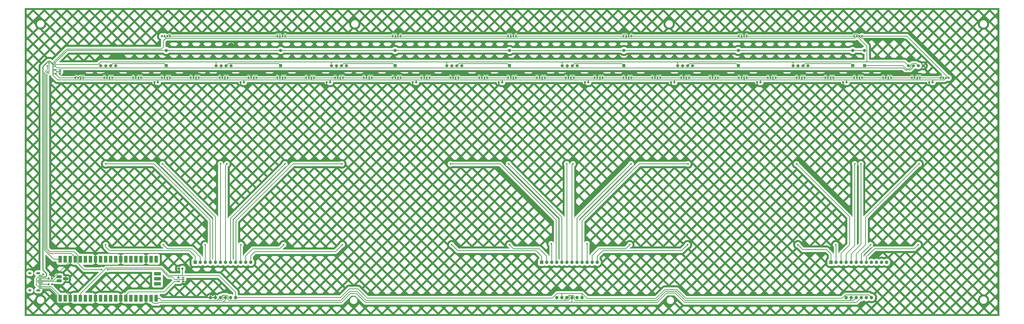
<source format=gbl>
%TF.GenerationSoftware,KiCad,Pcbnew,8.0.2*%
%TF.CreationDate,2024-06-11T18:45:27+02:00*%
%TF.ProjectId,chu_main,6368755f-6d61-4696-9e2e-6b696361645f,rev?*%
%TF.SameCoordinates,Original*%
%TF.FileFunction,Copper,L2,Bot*%
%TF.FilePolarity,Positive*%
%FSLAX46Y46*%
G04 Gerber Fmt 4.6, Leading zero omitted, Abs format (unit mm)*
G04 Created by KiCad (PCBNEW 8.0.2) date 2024-06-11 18:45:27*
%MOMM*%
%LPD*%
G01*
G04 APERTURE LIST*
G04 Aperture macros list*
%AMRoundRect*
0 Rectangle with rounded corners*
0 $1 Rounding radius*
0 $2 $3 $4 $5 $6 $7 $8 $9 X,Y pos of 4 corners*
0 Add a 4 corners polygon primitive as box body*
4,1,4,$2,$3,$4,$5,$6,$7,$8,$9,$2,$3,0*
0 Add four circle primitives for the rounded corners*
1,1,$1+$1,$2,$3*
1,1,$1+$1,$4,$5*
1,1,$1+$1,$6,$7*
1,1,$1+$1,$8,$9*
0 Add four rect primitives between the rounded corners*
20,1,$1+$1,$2,$3,$4,$5,0*
20,1,$1+$1,$4,$5,$6,$7,0*
20,1,$1+$1,$6,$7,$8,$9,0*
20,1,$1+$1,$8,$9,$2,$3,0*%
G04 Aperture macros list end*
%TA.AperFunction,ComponentPad*%
%ADD10C,1.100000*%
%TD*%
%TA.AperFunction,ComponentPad*%
%ADD11R,1.600000X1.600000*%
%TD*%
%TA.AperFunction,ComponentPad*%
%ADD12O,1.600000X1.600000*%
%TD*%
%TA.AperFunction,ComponentPad*%
%ADD13C,1.524000*%
%TD*%
%TA.AperFunction,SMDPad,CuDef*%
%ADD14RoundRect,0.150000X0.512500X0.150000X-0.512500X0.150000X-0.512500X-0.150000X0.512500X-0.150000X0*%
%TD*%
%TA.AperFunction,ComponentPad*%
%ADD15O,1.700000X1.700000*%
%TD*%
%TA.AperFunction,ComponentPad*%
%ADD16R,1.700000X1.700000*%
%TD*%
%TA.AperFunction,SMDPad,CuDef*%
%ADD17R,1.450000X0.600000*%
%TD*%
%TA.AperFunction,SMDPad,CuDef*%
%ADD18R,1.450000X0.300000*%
%TD*%
%TA.AperFunction,ComponentPad*%
%ADD19O,1.600000X1.000000*%
%TD*%
%TA.AperFunction,ComponentPad*%
%ADD20O,2.100000X1.000000*%
%TD*%
%TA.AperFunction,SMDPad,CuDef*%
%ADD21RoundRect,0.237500X0.300000X0.237500X-0.300000X0.237500X-0.300000X-0.237500X0.300000X-0.237500X0*%
%TD*%
%TA.AperFunction,SMDPad,CuDef*%
%ADD22RoundRect,0.200000X-0.200000X-0.275000X0.200000X-0.275000X0.200000X0.275000X-0.200000X0.275000X0*%
%TD*%
%TA.AperFunction,SMDPad,CuDef*%
%ADD23R,1.700000X3.500000*%
%TD*%
%TA.AperFunction,SMDPad,CuDef*%
%ADD24R,3.500000X1.700000*%
%TD*%
%TA.AperFunction,ComponentPad*%
%ADD25RoundRect,0.300000X-0.950000X0.450000X-0.950000X-0.450000X0.950000X-0.450000X0.950000X0.450000X0*%
%TD*%
%TA.AperFunction,ViaPad*%
%ADD26C,0.800000*%
%TD*%
%TA.AperFunction,Conductor*%
%ADD27C,0.300000*%
%TD*%
%TA.AperFunction,Conductor*%
%ADD28C,0.500000*%
%TD*%
G04 APERTURE END LIST*
D10*
%TO.P,D15,G,VSS*%
%TO.N,GND*%
X259850000Y-93574000D03*
%TO.P,D15,I,In*%
%TO.N,Net-(D14-Out)*%
X258550000Y-93574000D03*
%TO.P,D15,O,Out*%
%TO.N,Net-(D15-Out)*%
X262450000Y-93574000D03*
%TO.P,D15,V,VDD*%
%TO.N,+5V*%
X261150000Y-93574000D03*
%TD*%
%TO.P,D1,G,VSS*%
%TO.N,GND*%
X56850000Y-93574000D03*
%TO.P,D1,I,In*%
%TO.N,Net-(D1-In)*%
X55550000Y-93574000D03*
%TO.P,D1,O,Out*%
%TO.N,Net-(D1-Out)*%
X59450000Y-93574000D03*
%TO.P,D1,V,VDD*%
%TO.N,+5V*%
X58150000Y-93574000D03*
%TD*%
%TO.P,D24,G,VSS*%
%TO.N,GND*%
X390350000Y-93574000D03*
%TO.P,D24,I,In*%
%TO.N,Net-(D23-Out)*%
X389050000Y-93574000D03*
%TO.P,D24,O,Out*%
%TO.N,Net-(D24-Out)*%
X392950000Y-93574000D03*
%TO.P,D24,V,VDD*%
%TO.N,+5V*%
X391650000Y-93574000D03*
%TD*%
%TO.P,D16,G,VSS*%
%TO.N,GND*%
X274350000Y-93574000D03*
%TO.P,D16,I,In*%
%TO.N,Net-(D15-Out)*%
X273050000Y-93574000D03*
%TO.P,D16,O,Out*%
%TO.N,Net-(D16-Out)*%
X276950000Y-93574000D03*
%TO.P,D16,V,VDD*%
%TO.N,+5V*%
X275650000Y-93574000D03*
%TD*%
%TO.P,D25,G,VSS*%
%TO.N,GND*%
X404850000Y-93574000D03*
%TO.P,D25,I,In*%
%TO.N,Net-(D24-Out)*%
X403550000Y-93574000D03*
%TO.P,D25,O,Out*%
%TO.N,Net-(D25-Out)*%
X407450000Y-93574000D03*
%TO.P,D25,V,VDD*%
%TO.N,+5V*%
X406150000Y-93574000D03*
%TD*%
%TO.P,D33,G,VSS*%
%TO.N,GND*%
X391650000Y-72621500D03*
%TO.P,D33,I,In*%
%TO.N,Net-(D32-Out)*%
X392950000Y-72621500D03*
%TO.P,D33,O,Out*%
%TO.N,Net-(D33-Out)*%
X389050000Y-72621500D03*
%TO.P,D33,V,VDD*%
%TO.N,+5V*%
X390350000Y-72621500D03*
%TD*%
%TO.P,D6,G,VSS*%
%TO.N,GND*%
X129350000Y-93574000D03*
%TO.P,D6,I,In*%
%TO.N,Net-(D5-Out)*%
X128050000Y-93574000D03*
%TO.P,D6,O,Out*%
%TO.N,Net-(D6-Out)*%
X131950000Y-93574000D03*
%TO.P,D6,V,VDD*%
%TO.N,+5V*%
X130650000Y-93574000D03*
%TD*%
%TO.P,D11,G,VSS*%
%TO.N,GND*%
X201850000Y-93574000D03*
%TO.P,D11,I,In*%
%TO.N,Net-(D10-Out)*%
X200550000Y-93574000D03*
%TO.P,D11,O,Out*%
%TO.N,Net-(D11-Out)*%
X204450000Y-93574000D03*
%TO.P,D11,V,VDD*%
%TO.N,+5V*%
X203150000Y-93574000D03*
%TD*%
%TO.P,D23,G,VSS*%
%TO.N,GND*%
X375850000Y-93574000D03*
%TO.P,D23,I,In*%
%TO.N,Net-(D22-Out)*%
X374550000Y-93574000D03*
%TO.P,D23,O,Out*%
%TO.N,Net-(D23-Out)*%
X378450000Y-93574000D03*
%TO.P,D23,V,VDD*%
%TO.N,+5V*%
X377150000Y-93574000D03*
%TD*%
%TO.P,D34,G,VSS*%
%TO.N,GND*%
X333650000Y-72621500D03*
%TO.P,D34,I,In*%
%TO.N,Net-(D33-Out)*%
X334950000Y-72621500D03*
%TO.P,D34,O,Out*%
%TO.N,Net-(D34-Out)*%
X331050000Y-72621500D03*
%TO.P,D34,V,VDD*%
%TO.N,+5V*%
X332350000Y-72621500D03*
%TD*%
%TO.P,D30,G,VSS*%
%TO.N,GND*%
X477350000Y-93574000D03*
%TO.P,D30,I,In*%
%TO.N,Net-(D29-Out)*%
X476050000Y-93574000D03*
%TO.P,D30,O,Out*%
%TO.N,Net-(D30-Out)*%
X479950000Y-93574000D03*
%TO.P,D30,V,VDD*%
%TO.N,+5V*%
X478650000Y-93574000D03*
%TD*%
%TO.P,D14,G,VSS*%
%TO.N,GND*%
X245350000Y-93574000D03*
%TO.P,D14,I,In*%
%TO.N,Net-(D13-Out)*%
X244050000Y-93574000D03*
%TO.P,D14,O,Out*%
%TO.N,Net-(D14-Out)*%
X247950000Y-93574000D03*
%TO.P,D14,V,VDD*%
%TO.N,+5V*%
X246650000Y-93574000D03*
%TD*%
%TO.P,D46,G,VSS*%
%TO.N,GND*%
X101650000Y-72621500D03*
%TO.P,D46,I,In*%
%TO.N,Net-(D45-Out)*%
X102950000Y-72621500D03*
%TO.P,D46,O,Out*%
%TO.N,unconnected-(D46-Out-PadO)*%
X99050000Y-72621500D03*
%TO.P,D46,V,VDD*%
%TO.N,+5V*%
X100350000Y-72621500D03*
%TD*%
%TO.P,D2,G,VSS*%
%TO.N,GND*%
X71350000Y-93574000D03*
%TO.P,D2,I,In*%
%TO.N,Net-(D1-Out)*%
X70050000Y-93574000D03*
%TO.P,D2,O,Out*%
%TO.N,Net-(D2-Out)*%
X73950000Y-93574000D03*
%TO.P,D2,V,VDD*%
%TO.N,+5V*%
X72650000Y-93574000D03*
%TD*%
%TO.P,D29,G,VSS*%
%TO.N,GND*%
X462850000Y-93574000D03*
%TO.P,D29,I,In*%
%TO.N,Net-(D28-Out)*%
X461550000Y-93574000D03*
%TO.P,D29,O,Out*%
%TO.N,Net-(D29-Out)*%
X465450000Y-93574000D03*
%TO.P,D29,V,VDD*%
%TO.N,+5V*%
X464150000Y-93574000D03*
%TD*%
%TO.P,D3,G,VSS*%
%TO.N,GND*%
X85850000Y-93574000D03*
%TO.P,D3,I,In*%
%TO.N,Net-(D2-Out)*%
X84550000Y-93574000D03*
%TO.P,D3,O,Out*%
%TO.N,Net-(D3-Out)*%
X88450000Y-93574000D03*
%TO.P,D3,V,VDD*%
%TO.N,+5V*%
X87150000Y-93574000D03*
%TD*%
%TO.P,D36,G,VSS*%
%TO.N,GND*%
X217650000Y-72621500D03*
%TO.P,D36,I,In*%
%TO.N,Net-(D35-Out)*%
X218950000Y-72621500D03*
%TO.P,D36,O,Out*%
%TO.N,Net-(D36-Out)*%
X215050000Y-72621500D03*
%TO.P,D36,V,VDD*%
%TO.N,+5V*%
X216350000Y-72621500D03*
%TD*%
%TO.P,D8,G,VSS*%
%TO.N,GND*%
X158350000Y-93574000D03*
%TO.P,D8,I,In*%
%TO.N,Net-(D7-Out)*%
X157050000Y-93574000D03*
%TO.P,D8,O,Out*%
%TO.N,Net-(D8-Out)*%
X160950000Y-93574000D03*
%TO.P,D8,V,VDD*%
%TO.N,+5V*%
X159650000Y-93574000D03*
%TD*%
%TO.P,D9,G,VSS*%
%TO.N,GND*%
X172850000Y-93574000D03*
%TO.P,D9,I,In*%
%TO.N,Net-(D8-Out)*%
X171550000Y-93574000D03*
%TO.P,D9,O,Out*%
%TO.N,Net-(D10-In)*%
X175450000Y-93574000D03*
%TO.P,D9,V,VDD*%
%TO.N,+5V*%
X174150000Y-93574000D03*
%TD*%
%TO.P,D45,G,VSS*%
%TO.N,GND*%
X159650000Y-72621500D03*
%TO.P,D45,I,In*%
%TO.N,Net-(D36-Out)*%
X160950000Y-72621500D03*
%TO.P,D45,O,Out*%
%TO.N,Net-(D45-Out)*%
X157050000Y-72621500D03*
%TO.P,D45,V,VDD*%
%TO.N,+5V*%
X158350000Y-72621500D03*
%TD*%
%TO.P,D27,G,VSS*%
%TO.N,GND*%
X433850000Y-93574000D03*
%TO.P,D27,I,In*%
%TO.N,Net-(D26-Out)*%
X432550000Y-93574000D03*
%TO.P,D27,O,Out*%
%TO.N,Net-(D27-Out)*%
X436450000Y-93574000D03*
%TO.P,D27,V,VDD*%
%TO.N,+5V*%
X435150000Y-93574000D03*
%TD*%
%TO.P,D31,G,VSS*%
%TO.N,GND*%
X491850000Y-93574000D03*
%TO.P,D31,I,In*%
%TO.N,Net-(D30-Out)*%
X490550000Y-93574000D03*
%TO.P,D31,O,Out*%
%TO.N,Net-(D31-Out)*%
X494450000Y-93574000D03*
%TO.P,D31,V,VDD*%
%TO.N,+5V*%
X493150000Y-93574000D03*
%TD*%
%TO.P,D28,G,VSS*%
%TO.N,GND*%
X448350000Y-93574000D03*
%TO.P,D28,I,In*%
%TO.N,Net-(D27-Out)*%
X447050000Y-93574000D03*
%TO.P,D28,O,Out*%
%TO.N,Net-(D28-Out)*%
X450950000Y-93574000D03*
%TO.P,D28,V,VDD*%
%TO.N,+5V*%
X449650000Y-93574000D03*
%TD*%
%TO.P,D22,G,VSS*%
%TO.N,GND*%
X361350000Y-93574000D03*
%TO.P,D22,I,In*%
%TO.N,Net-(D21-Out)*%
X360050000Y-93574000D03*
%TO.P,D22,O,Out*%
%TO.N,Net-(D22-Out)*%
X363950000Y-93574000D03*
%TO.P,D22,V,VDD*%
%TO.N,+5V*%
X362650000Y-93574000D03*
%TD*%
%TO.P,D21,G,VSS*%
%TO.N,GND*%
X346850000Y-93574000D03*
%TO.P,D21,I,In*%
%TO.N,Net-(D20-Out)*%
X345550000Y-93574000D03*
%TO.P,D21,O,Out*%
%TO.N,Net-(D21-Out)*%
X349450000Y-93574000D03*
%TO.P,D21,V,VDD*%
%TO.N,+5V*%
X348150000Y-93574000D03*
%TD*%
%TO.P,D5,G,VSS*%
%TO.N,GND*%
X114850000Y-93574000D03*
%TO.P,D5,I,In*%
%TO.N,Net-(D4-Out)*%
X113550000Y-93574000D03*
%TO.P,D5,O,Out*%
%TO.N,Net-(D5-Out)*%
X117450000Y-93574000D03*
%TO.P,D5,V,VDD*%
%TO.N,+5V*%
X116150000Y-93574000D03*
%TD*%
%TO.P,D26,G,VSS*%
%TO.N,GND*%
X419350000Y-93574000D03*
%TO.P,D26,I,In*%
%TO.N,Net-(D25-Out)*%
X418050000Y-93574000D03*
%TO.P,D26,O,Out*%
%TO.N,Net-(D26-Out)*%
X421950000Y-93574000D03*
%TO.P,D26,V,VDD*%
%TO.N,+5V*%
X420650000Y-93574000D03*
%TD*%
%TO.P,D32,G,VSS*%
%TO.N,GND*%
X449650000Y-72621500D03*
%TO.P,D32,I,In*%
%TO.N,Net-(D31-Out)*%
X450950000Y-72621500D03*
%TO.P,D32,O,Out*%
%TO.N,Net-(D32-Out)*%
X447050000Y-72621500D03*
%TO.P,D32,V,VDD*%
%TO.N,+5V*%
X448350000Y-72621500D03*
%TD*%
%TO.P,D35,G,VSS*%
%TO.N,GND*%
X275650000Y-72621500D03*
%TO.P,D35,I,In*%
%TO.N,Net-(D34-Out)*%
X276950000Y-72621500D03*
%TO.P,D35,O,Out*%
%TO.N,Net-(D35-Out)*%
X273050000Y-72621500D03*
%TO.P,D35,V,VDD*%
%TO.N,+5V*%
X274350000Y-72621500D03*
%TD*%
%TO.P,D13,G,VSS*%
%TO.N,GND*%
X230850000Y-93574000D03*
%TO.P,D13,I,In*%
%TO.N,Net-(D12-Out)*%
X229550000Y-93574000D03*
%TO.P,D13,O,Out*%
%TO.N,Net-(D13-Out)*%
X233450000Y-93574000D03*
%TO.P,D13,V,VDD*%
%TO.N,+5V*%
X232150000Y-93574000D03*
%TD*%
%TO.P,D4,G,VSS*%
%TO.N,GND*%
X100350000Y-93574000D03*
%TO.P,D4,I,In*%
%TO.N,Net-(D3-Out)*%
X99050000Y-93574000D03*
%TO.P,D4,O,Out*%
%TO.N,Net-(D4-Out)*%
X102950000Y-93574000D03*
%TO.P,D4,V,VDD*%
%TO.N,+5V*%
X101650000Y-93574000D03*
%TD*%
%TO.P,D12,G,VSS*%
%TO.N,GND*%
X216350000Y-93574000D03*
%TO.P,D12,I,In*%
%TO.N,Net-(D11-Out)*%
X215050000Y-93574000D03*
%TO.P,D12,O,Out*%
%TO.N,Net-(D12-Out)*%
X218950000Y-93574000D03*
%TO.P,D12,V,VDD*%
%TO.N,+5V*%
X217650000Y-93574000D03*
%TD*%
%TO.P,D7,G,VSS*%
%TO.N,GND*%
X143850000Y-93574000D03*
%TO.P,D7,I,In*%
%TO.N,Net-(D6-Out)*%
X142550000Y-93574000D03*
%TO.P,D7,O,Out*%
%TO.N,Net-(D7-Out)*%
X146450000Y-93574000D03*
%TO.P,D7,V,VDD*%
%TO.N,+5V*%
X145150000Y-93574000D03*
%TD*%
%TO.P,D10,G,VSS*%
%TO.N,GND*%
X187350000Y-93574000D03*
%TO.P,D10,I,In*%
%TO.N,Net-(D10-In)*%
X186050000Y-93574000D03*
%TO.P,D10,O,Out*%
%TO.N,Net-(D10-Out)*%
X189950000Y-93574000D03*
%TO.P,D10,V,VDD*%
%TO.N,+5V*%
X188650000Y-93574000D03*
%TD*%
%TO.P,D20,G,VSS*%
%TO.N,GND*%
X332350000Y-93574000D03*
%TO.P,D20,I,In*%
%TO.N,Net-(D19-Out)*%
X331050000Y-93574000D03*
%TO.P,D20,O,Out*%
%TO.N,Net-(D20-Out)*%
X334950000Y-93574000D03*
%TO.P,D20,V,VDD*%
%TO.N,+5V*%
X333650000Y-93574000D03*
%TD*%
%TO.P,D19,G,VSS*%
%TO.N,GND*%
X317850000Y-93574000D03*
%TO.P,D19,I,In*%
%TO.N,Net-(D18-Out)*%
X316550000Y-93574000D03*
%TO.P,D19,O,Out*%
%TO.N,Net-(D19-Out)*%
X320450000Y-93574000D03*
%TO.P,D19,V,VDD*%
%TO.N,+5V*%
X319150000Y-93574000D03*
%TD*%
%TO.P,D18,G,VSS*%
%TO.N,GND*%
X303350000Y-93574000D03*
%TO.P,D18,I,In*%
%TO.N,Net-(D17-Out)*%
X302050000Y-93574000D03*
%TO.P,D18,O,Out*%
%TO.N,Net-(D18-Out)*%
X305950000Y-93574000D03*
%TO.P,D18,V,VDD*%
%TO.N,+5V*%
X304650000Y-93574000D03*
%TD*%
D11*
%TO.P,D39,1,K*%
%TO.N,Net-(D39-K)*%
X216191700Y-87384000D03*
D12*
%TO.P,D39,2,A*%
%TO.N,Net-(D37-A)*%
X216191700Y-79764000D03*
%TD*%
D13*
%TO.P,HC-SR04-2,1,VCC*%
%TO.N,+5V*%
X126250000Y-87500000D03*
%TO.P,HC-SR04-2,2,Trig*%
%TO.N,Net-(HC-SR04-1-Trig)*%
X128750000Y-87500000D03*
%TO.P,HC-SR04-2,3,Echo*%
%TO.N,Net-(D38-K)*%
X131250000Y-87500000D03*
%TO.P,HC-SR04-2,4,GND*%
%TO.N,GND*%
X133750000Y-87500000D03*
%TD*%
D11*
%TO.P,D40,1,K*%
%TO.N,Net-(D40-K)*%
X273704600Y-87384000D03*
D12*
%TO.P,D40,2,A*%
%TO.N,Net-(D37-A)*%
X273704600Y-79764000D03*
%TD*%
D13*
%TO.P,HC-SR04-8,1,VCC*%
%TO.N,+5V*%
X474250000Y-87500000D03*
%TO.P,HC-SR04-8,2,Trig*%
%TO.N,Net-(HC-SR04-1-Trig)*%
X476750000Y-87500000D03*
%TO.P,HC-SR04-8,3,Echo*%
%TO.N,Net-(D44-K)*%
X479250000Y-87500000D03*
%TO.P,HC-SR04-8,4,GND*%
%TO.N,GND*%
X481750000Y-87500000D03*
%TD*%
%TO.P,HC-SR04-5,1,VCC*%
%TO.N,+5V*%
X300250000Y-87500000D03*
%TO.P,HC-SR04-5,2,Trig*%
%TO.N,Net-(HC-SR04-1-Trig)*%
X302750000Y-87500000D03*
%TO.P,HC-SR04-5,3,Echo*%
%TO.N,Net-(D41-K)*%
X305250000Y-87500000D03*
%TO.P,HC-SR04-5,4,GND*%
%TO.N,GND*%
X307750000Y-87500000D03*
%TD*%
%TO.P,HC-SR04-7,1,VCC*%
%TO.N,+5V*%
X416250000Y-87500000D03*
%TO.P,HC-SR04-7,2,Trig*%
%TO.N,Net-(HC-SR04-1-Trig)*%
X418750000Y-87500000D03*
%TO.P,HC-SR04-7,3,Echo*%
%TO.N,Net-(D43-K)*%
X421250000Y-87500000D03*
%TO.P,HC-SR04-7,4,GND*%
%TO.N,GND*%
X423750000Y-87500000D03*
%TD*%
%TO.P,HC-SR04-6,1,VCC*%
%TO.N,+5V*%
X358250000Y-87500000D03*
%TO.P,HC-SR04-6,2,Trig*%
%TO.N,Net-(HC-SR04-1-Trig)*%
X360750000Y-87500000D03*
%TO.P,HC-SR04-6,3,Echo*%
%TO.N,Net-(D42-K)*%
X363250000Y-87500000D03*
%TO.P,HC-SR04-6,4,GND*%
%TO.N,GND*%
X365750000Y-87500000D03*
%TD*%
D11*
%TO.P,D44,1,K*%
%TO.N,Net-(D44-K)*%
X452196000Y-87384000D03*
D12*
%TO.P,D44,2,A*%
%TO.N,Net-(D37-A)*%
X452196000Y-79764000D03*
%TD*%
D13*
%TO.P,HC-SR04-4,1,VCC*%
%TO.N,+5V*%
X242250000Y-87500000D03*
%TO.P,HC-SR04-4,2,Trig*%
%TO.N,Net-(HC-SR04-1-Trig)*%
X244750000Y-87500000D03*
%TO.P,HC-SR04-4,3,Echo*%
%TO.N,Net-(D40-K)*%
X247250000Y-87500000D03*
%TO.P,HC-SR04-4,4,GND*%
%TO.N,GND*%
X249750000Y-87500000D03*
%TD*%
D11*
%TO.P,D43,1,K*%
%TO.N,Net-(D43-K)*%
X446243100Y-87384000D03*
D12*
%TO.P,D43,2,A*%
%TO.N,Net-(D37-A)*%
X446243100Y-79764000D03*
%TD*%
D13*
%TO.P,HC-SR04-1,1,VCC*%
%TO.N,+5V*%
X68250000Y-87500000D03*
%TO.P,HC-SR04-1,2,Trig*%
%TO.N,Net-(HC-SR04-1-Trig)*%
X70750000Y-87500000D03*
%TO.P,HC-SR04-1,3,Echo*%
%TO.N,Net-(D37-K)*%
X73250000Y-87500000D03*
%TO.P,HC-SR04-1,4,GND*%
%TO.N,GND*%
X75750000Y-87500000D03*
%TD*%
D11*
%TO.P,D38,1,K*%
%TO.N,Net-(D38-K)*%
X158678900Y-87384000D03*
D12*
%TO.P,D38,2,A*%
%TO.N,Net-(D37-A)*%
X158678900Y-79764000D03*
%TD*%
D11*
%TO.P,D41,1,K*%
%TO.N,Net-(D41-K)*%
X331217400Y-87384000D03*
D12*
%TO.P,D41,2,A*%
%TO.N,Net-(D37-A)*%
X331217400Y-79764000D03*
%TD*%
D13*
%TO.P,HC-SR04-3,1,VCC*%
%TO.N,+5V*%
X184250000Y-87500000D03*
%TO.P,HC-SR04-3,2,Trig*%
%TO.N,Net-(HC-SR04-1-Trig)*%
X186750000Y-87500000D03*
%TO.P,HC-SR04-3,3,Echo*%
%TO.N,Net-(D39-K)*%
X189250000Y-87500000D03*
%TO.P,HC-SR04-3,4,GND*%
%TO.N,GND*%
X191750000Y-87500000D03*
%TD*%
D11*
%TO.P,D37,1,K*%
%TO.N,Net-(D37-K)*%
X101166000Y-87384000D03*
D12*
%TO.P,D37,2,A*%
%TO.N,Net-(D37-A)*%
X101166000Y-79764000D03*
%TD*%
D11*
%TO.P,D42,1,K*%
%TO.N,Net-(D42-K)*%
X388730300Y-87384000D03*
D12*
%TO.P,D42,2,A*%
%TO.N,Net-(D37-A)*%
X388730300Y-79764000D03*
%TD*%
D14*
%TO.P,U8,1,NC*%
%TO.N,unconnected-(U8-NC-Pad1)*%
X47693500Y-89584000D03*
%TO.P,U8,2,A*%
%TO.N,Net-(U1-GPIO2)*%
X47693500Y-90534000D03*
%TO.P,U8,3,GND*%
%TO.N,GND*%
X47693500Y-91484000D03*
%TO.P,U8,4,Y*%
%TO.N,Net-(D1-In)*%
X45418500Y-91484000D03*
%TO.P,U8,5,VCC*%
%TO.N,+5V*%
X45418500Y-89584000D03*
%TD*%
%TO.P,U2,1,NC*%
%TO.N,unconnected-(U2-NC-Pad1)*%
X109587250Y-194134000D03*
%TO.P,U2,2,A*%
%TO.N,Net-(D37-A)*%
X109587250Y-195084000D03*
%TO.P,U2,3,GND*%
%TO.N,GND*%
X109587250Y-196034000D03*
%TO.P,U2,4,Y*%
%TO.N,Net-(U1-GPIO21)*%
X107312250Y-196034000D03*
%TO.P,U2,5,VCC*%
%TO.N,+3V3*%
X107312250Y-194134000D03*
%TD*%
D15*
%TO.P,U3,1,~{IRQ}*%
%TO.N,unconnected-(U3-~{IRQ}-Pad1)*%
X133476000Y-204164000D03*
%TO.P,U3,2,SCL*%
%TO.N,/SCL*%
X130936000Y-204164000D03*
%TO.P,U3,3,SDA*%
%TO.N,/SDA*%
X128396000Y-204164000D03*
%TO.P,U3,4,ADDR*%
%TO.N,GND*%
X125856000Y-204164000D03*
%TO.P,U3,6,VSS*%
X123316000Y-204164000D03*
D16*
%TO.P,U3,8,ELE0*%
%TO.N,Net-(K17-Pin_1)*%
X115696000Y-186384000D03*
D15*
%TO.P,U3,9,ELE1*%
%TO.N,Net-(K18-Pin_1)*%
X118236000Y-186384000D03*
%TO.P,U3,10,ELE2*%
%TO.N,Net-(K19-Pin_1)*%
X120776000Y-186384000D03*
%TO.P,U3,11,ELE3*%
%TO.N,Net-(K1-Pin_1)*%
X123316000Y-186384000D03*
%TO.P,U3,12,LED0/ELE4*%
%TO.N,Net-(K2-Pin_1)*%
X125856000Y-186384000D03*
%TO.P,U3,13,LED1/ELE5*%
%TO.N,Net-(K3-Pin_1)*%
X128396000Y-186384000D03*
%TO.P,U3,14,LED2/ELE6*%
%TO.N,Net-(K4-Pin_1)*%
X130936000Y-186384000D03*
%TO.P,U3,15,LED3/ELE7*%
%TO.N,Net-(K5-Pin_1)*%
X133476000Y-186384000D03*
%TO.P,U3,16,LED4/ELE8*%
%TO.N,Net-(K6-Pin_1)*%
X136016000Y-186384000D03*
%TO.P,U3,17,LED5/ELE9*%
%TO.N,Net-(K20-Pin_1)*%
X138556000Y-186384000D03*
%TO.P,U3,18,LED6/ELE10*%
%TO.N,Net-(K21-Pin_1)*%
X141096000Y-186384000D03*
%TO.P,U3,19,LED7/ELE11*%
%TO.N,Net-(K22-Pin_1)*%
X143636000Y-186384000D03*
%TO.P,U3,20,VDD*%
%TO.N,+3V3*%
X136016000Y-204164000D03*
%TD*%
D17*
%TO.P,USB1,1,GND*%
%TO.N,GND*%
X37708500Y-199449000D03*
%TO.P,USB1,2,VBUS*%
%TO.N,+5V*%
X37708500Y-198674000D03*
D18*
%TO.P,USB1,3,SBU2*%
%TO.N,unconnected-(USB1-SBU2-Pad3)*%
X37708500Y-197974000D03*
%TO.P,USB1,4,CC1*%
%TO.N,Net-(USB1-CC1)*%
X37708500Y-197474000D03*
%TO.P,USB1,5,DN2*%
%TO.N,Net-(USB1-DN1)*%
X37708500Y-196974000D03*
%TO.P,USB1,6,DP1*%
%TO.N,Net-(USB1-DP1)*%
X37708500Y-196474000D03*
%TO.P,USB1,7,DN1*%
%TO.N,Net-(USB1-DN1)*%
X37708500Y-195974000D03*
%TO.P,USB1,8,DP2*%
%TO.N,Net-(USB1-DP1)*%
X37708500Y-195474000D03*
%TO.P,USB1,9,SBU1*%
%TO.N,unconnected-(USB1-SBU1-Pad9)*%
X37708500Y-194974000D03*
%TO.P,USB1,10,CC2*%
%TO.N,Net-(USB1-CC2)*%
X37708500Y-194474000D03*
D17*
%TO.P,USB1,11,VBUS*%
%TO.N,+5V*%
X37708500Y-193774000D03*
%TO.P,USB1,12,GND*%
%TO.N,GND*%
X37708500Y-192999000D03*
D19*
%TO.P,USB1,13,SHIELD*%
%TO.N,unconnected-(USB1-SHIELD-Pad13)_0*%
X32613500Y-200544000D03*
D20*
%TO.N,unconnected-(USB1-SHIELD-Pad13)_1*%
X36793500Y-200544000D03*
D19*
%TO.N,unconnected-(USB1-SHIELD-Pad13)_2*%
X32613500Y-191904000D03*
D20*
%TO.N,unconnected-(USB1-SHIELD-Pad13)*%
X36793500Y-191904000D03*
%TD*%
D21*
%TO.P,C8,1*%
%TO.N,+3V3*%
X109312250Y-189584000D03*
%TO.P,C8,2*%
%TO.N,GND*%
X107587250Y-189584000D03*
%TD*%
%TO.P,C11,1*%
%TO.N,+5V*%
X486431000Y-95774000D03*
%TO.P,C11,2*%
%TO.N,GND*%
X484706000Y-95774000D03*
%TD*%
%TO.P,C7,1*%
%TO.N,+5V*%
X356603500Y-95774000D03*
%TO.P,C7,2*%
%TO.N,GND*%
X354878500Y-95774000D03*
%TD*%
%TO.P,C4,1*%
%TO.N,+5V*%
X226776000Y-95774000D03*
%TO.P,C4,2*%
%TO.N,GND*%
X225051000Y-95774000D03*
%TD*%
D15*
%TO.P,U5,1,~{IRQ}*%
%TO.N,unconnected-(U5-~{IRQ}-Pad1)*%
X453156000Y-204164000D03*
%TO.P,U5,2,SCL*%
%TO.N,/SCL*%
X450616000Y-204164000D03*
%TO.P,U5,3,SDA*%
%TO.N,/SDA*%
X448076000Y-204164000D03*
%TO.P,U5,4,ADDR*%
X445536000Y-204164000D03*
%TO.P,U5,6,VSS*%
%TO.N,GND*%
X442996000Y-204164000D03*
D16*
%TO.P,U5,8,ELE0*%
%TO.N,Net-(K29-Pin_1)*%
X435376000Y-186384000D03*
D15*
%TO.P,U5,9,ELE1*%
%TO.N,Net-(K30-Pin_1)*%
X437916000Y-186384000D03*
%TO.P,U5,10,ELE2*%
%TO.N,Net-(K13-Pin_1)*%
X440456000Y-186384000D03*
%TO.P,U5,11,ELE3*%
%TO.N,Net-(K14-Pin_1)*%
X442996000Y-186384000D03*
%TO.P,U5,12,LED0/ELE4*%
%TO.N,Net-(K15-Pin_1)*%
X445536000Y-186384000D03*
%TO.P,U5,13,LED1/ELE5*%
%TO.N,Net-(K16-Pin_1)*%
X448076000Y-186384000D03*
%TO.P,U5,14,LED2/ELE6*%
%TO.N,Net-(K31-Pin_1)*%
X450616000Y-186384000D03*
%TO.P,U5,15,LED3/ELE7*%
%TO.N,Net-(K32-Pin_1)*%
X453156000Y-186384000D03*
%TO.P,U5,16,LED4/ELE8*%
%TO.N,unconnected-(U5-LED4{slash}ELE8-Pad16)*%
X455696000Y-186384000D03*
%TO.P,U5,17,LED5/ELE9*%
%TO.N,unconnected-(U5-LED5{slash}ELE9-Pad17)*%
X458236000Y-186384000D03*
%TO.P,U5,18,LED6/ELE10*%
%TO.N,unconnected-(U5-LED6{slash}ELE10-Pad18)*%
X460776000Y-186384000D03*
%TO.P,U5,19,LED7/ELE11*%
%TO.N,unconnected-(U5-LED7{slash}ELE11-Pad19)*%
X463316000Y-186384000D03*
%TO.P,U5,20,VDD*%
%TO.N,+3V3*%
X455696000Y-204164000D03*
%TD*%
D21*
%TO.P,C5,1*%
%TO.N,+5V*%
X270051800Y-95774000D03*
%TO.P,C5,2*%
%TO.N,GND*%
X268326800Y-95774000D03*
%TD*%
%TO.P,C9,1*%
%TO.N,+5V*%
X399879300Y-95774000D03*
%TO.P,C9,2*%
%TO.N,GND*%
X398154300Y-95774000D03*
%TD*%
D22*
%TO.P,R1,1*%
%TO.N,Net-(USB1-CC1)*%
X42081000Y-197494000D03*
%TO.P,R1,2*%
%TO.N,GND*%
X43731000Y-197494000D03*
%TD*%
D21*
%TO.P,C3,1*%
%TO.N,+5V*%
X183500200Y-95774000D03*
%TO.P,C3,2*%
%TO.N,GND*%
X181775200Y-95774000D03*
%TD*%
D22*
%TO.P,R2,1*%
%TO.N,Net-(USB1-CC2)*%
X42041000Y-194504000D03*
%TO.P,R2,2*%
%TO.N,GND*%
X43691000Y-194504000D03*
%TD*%
D21*
%TO.P,C2,1*%
%TO.N,+5V*%
X140224300Y-95774000D03*
%TO.P,C2,2*%
%TO.N,GND*%
X138499300Y-95774000D03*
%TD*%
%TO.P,C6,1*%
%TO.N,+5V*%
X313327700Y-95774000D03*
%TO.P,C6,2*%
%TO.N,GND*%
X311602700Y-95774000D03*
%TD*%
D23*
%TO.P,U1,1,GPIO0*%
%TO.N,Net-(HC-SR04-1-Trig)*%
X47826000Y-184874000D03*
%TO.P,U1,2,GPIO1*%
%TO.N,unconnected-(U1-GPIO1-Pad2)*%
X50366000Y-184874000D03*
%TO.P,U1,3,GND*%
%TO.N,GND*%
X52906000Y-184874000D03*
%TO.P,U1,4,GPIO2*%
%TO.N,Net-(U1-GPIO2)*%
X55446000Y-184874000D03*
%TO.P,U1,5,GPIO3*%
%TO.N,unconnected-(U1-GPIO3-Pad5)*%
X57986000Y-184874000D03*
%TO.P,U1,6,GPIO4*%
%TO.N,unconnected-(U1-GPIO4-Pad6)*%
X60526000Y-184874000D03*
%TO.P,U1,7,GPIO5*%
%TO.N,unconnected-(U1-GPIO5-Pad7)*%
X63066000Y-184874000D03*
%TO.P,U1,8,GND*%
%TO.N,GND*%
X65606000Y-184874000D03*
%TO.P,U1,9,GPIO6*%
%TO.N,unconnected-(U1-GPIO6-Pad9)*%
X68146000Y-184874000D03*
%TO.P,U1,10,GPIO7*%
%TO.N,unconnected-(U1-GPIO7-Pad10)*%
X70686000Y-184874000D03*
%TO.P,U1,11,GPIO8*%
%TO.N,unconnected-(U1-GPIO8-Pad11)*%
X73226000Y-184874000D03*
%TO.P,U1,12,GPIO9*%
%TO.N,unconnected-(U1-GPIO9-Pad12)*%
X75766000Y-184874000D03*
%TO.P,U1,13,GND*%
%TO.N,GND*%
X78306000Y-184874000D03*
%TO.P,U1,14,GPIO10*%
%TO.N,unconnected-(U1-GPIO10-Pad14)*%
X80846000Y-184874000D03*
%TO.P,U1,15,GPIO11*%
%TO.N,unconnected-(U1-GPIO11-Pad15)*%
X83386000Y-184874000D03*
%TO.P,U1,16,GPIO12*%
%TO.N,unconnected-(U1-GPIO12-Pad16)*%
X85926000Y-184874000D03*
%TO.P,U1,17,GPIO13*%
%TO.N,unconnected-(U1-GPIO13-Pad17)*%
X88466000Y-184874000D03*
%TO.P,U1,18,GND*%
%TO.N,GND*%
X91006000Y-184874000D03*
%TO.P,U1,19,GPIO14*%
%TO.N,unconnected-(U1-GPIO14-Pad19)*%
X93546000Y-184874000D03*
%TO.P,U1,20,GPIO15*%
%TO.N,unconnected-(U1-GPIO15-Pad20)*%
X96086000Y-184874000D03*
%TO.P,U1,21,GPIO16*%
%TO.N,/SDA*%
X96086000Y-204474000D03*
%TO.P,U1,22,GPIO17*%
%TO.N,/SCL*%
X93546000Y-204474000D03*
%TO.P,U1,23,GND*%
%TO.N,GND*%
X91006000Y-204474000D03*
%TO.P,U1,24,GPIO18*%
%TO.N,unconnected-(U1-GPIO18-Pad24)*%
X88466000Y-204474000D03*
%TO.P,U1,25,GPIO19*%
%TO.N,unconnected-(U1-GPIO19-Pad25)*%
X85926000Y-204474000D03*
%TO.P,U1,26,GPIO20*%
%TO.N,unconnected-(U1-GPIO20-Pad26)*%
X83386000Y-204474000D03*
%TO.P,U1,27,GPIO21*%
%TO.N,Net-(U1-GPIO21)*%
X80846000Y-204474000D03*
%TO.P,U1,28,GND*%
%TO.N,GND*%
X78306000Y-204474000D03*
%TO.P,U1,29,GPIO22*%
%TO.N,unconnected-(U1-GPIO22-Pad29)*%
X75766000Y-204474000D03*
%TO.P,U1,30,RUN*%
%TO.N,unconnected-(U1-RUN-Pad30)*%
X73226000Y-204474000D03*
%TO.P,U1,31,GPIO26_ADC0*%
%TO.N,unconnected-(U1-GPIO26_ADC0-Pad31)*%
X70686000Y-204474000D03*
%TO.P,U1,32,GPIO27_ADC1*%
%TO.N,unconnected-(U1-GPIO27_ADC1-Pad32)*%
X68146000Y-204474000D03*
%TO.P,U1,33,AGND*%
%TO.N,GND*%
X65606000Y-204474000D03*
%TO.P,U1,34,GPIO28_ADC2*%
%TO.N,unconnected-(U1-GPIO28_ADC2-Pad34)*%
X63066000Y-204474000D03*
%TO.P,U1,35,ADC_VREF*%
%TO.N,unconnected-(U1-ADC_VREF-Pad35)*%
X60526000Y-204474000D03*
%TO.P,U1,36,3V3*%
%TO.N,+3V3*%
X57986000Y-204474000D03*
%TO.P,U1,37,3V3_EN*%
%TO.N,unconnected-(U1-3V3_EN-Pad37)*%
X55446000Y-204474000D03*
%TO.P,U1,38,GND*%
%TO.N,GND*%
X52906000Y-204474000D03*
%TO.P,U1,39,VSYS*%
%TO.N,unconnected-(U1-VSYS-Pad39)*%
X50366000Y-204474000D03*
%TO.P,U1,40,VBUS*%
%TO.N,+5V*%
X47826000Y-204474000D03*
D24*
%TO.P,U1,41,SWCLK*%
%TO.N,unconnected-(U1-SWCLK-Pad41)*%
X96756000Y-192134000D03*
%TO.P,U1,42,GND*%
%TO.N,unconnected-(U1-GND-Pad42)*%
X96756000Y-194674000D03*
%TO.P,U1,43,SWDIO*%
%TO.N,unconnected-(U1-SWDIO-Pad43)*%
X96756000Y-197214000D03*
D25*
%TO.P,U1,TP1,TP1*%
%TO.N,GND*%
X50586000Y-194674000D03*
%TO.P,U1,TP2,TP2*%
%TO.N,Net-(USB1-DN1)*%
X47306000Y-195674000D03*
%TO.P,U1,TP3,TP3*%
%TO.N,Net-(USB1-DP1)*%
X47286000Y-193674000D03*
%TD*%
D15*
%TO.P,U4,1,~{IRQ}*%
%TO.N,unconnected-(U4-~{IRQ}-Pad1)*%
X307656000Y-204164000D03*
%TO.P,U4,2,SCL*%
%TO.N,/SCL*%
X305116000Y-204164000D03*
%TO.P,U4,3,SDA*%
%TO.N,/SDA*%
X302576000Y-204164000D03*
%TO.P,U4,4,ADDR*%
%TO.N,+3V3*%
X300036000Y-204164000D03*
%TO.P,U4,6,VSS*%
%TO.N,GND*%
X297496000Y-204164000D03*
D16*
%TO.P,U4,8,ELE0*%
%TO.N,Net-(K23-Pin_1)*%
X289876000Y-186384000D03*
D15*
%TO.P,U4,9,ELE1*%
%TO.N,Net-(K24-Pin_1)*%
X292416000Y-186384000D03*
%TO.P,U4,10,ELE2*%
%TO.N,Net-(K25-Pin_1)*%
X294956000Y-186384000D03*
%TO.P,U4,11,ELE3*%
%TO.N,Net-(K7-Pin_1)*%
X297496000Y-186384000D03*
%TO.P,U4,12,LED0/ELE4*%
%TO.N,Net-(K8-Pin_1)*%
X300036000Y-186384000D03*
%TO.P,U4,13,LED1/ELE5*%
%TO.N,Net-(K9-Pin_1)*%
X302576000Y-186384000D03*
%TO.P,U4,14,LED2/ELE6*%
%TO.N,Net-(K10-Pin_1)*%
X305116000Y-186384000D03*
%TO.P,U4,15,LED3/ELE7*%
%TO.N,Net-(K11-Pin_1)*%
X307656000Y-186384000D03*
%TO.P,U4,16,LED4/ELE8*%
%TO.N,Net-(K12-Pin_1)*%
X310196000Y-186384000D03*
%TO.P,U4,17,LED5/ELE9*%
%TO.N,Net-(K26-Pin_1)*%
X312736000Y-186384000D03*
%TO.P,U4,18,LED6/ELE10*%
%TO.N,Net-(K27-Pin_1)*%
X315276000Y-186384000D03*
%TO.P,U4,19,LED7/ELE11*%
%TO.N,Net-(K28-Pin_1)*%
X317816000Y-186384000D03*
%TO.P,U4,20,VDD*%
%TO.N,+3V3*%
X310196000Y-204164000D03*
%TD*%
D21*
%TO.P,C1,1*%
%TO.N,+5V*%
X96948500Y-95774000D03*
%TO.P,C1,2*%
%TO.N,GND*%
X95223500Y-95774000D03*
%TD*%
%TO.P,C10,1*%
%TO.N,+5V*%
X443155200Y-95774000D03*
%TO.P,C10,2*%
%TO.N,GND*%
X441430200Y-95774000D03*
%TD*%
D10*
%TO.P,D17,G,VSS*%
%TO.N,GND*%
X288850000Y-93574000D03*
%TO.P,D17,I,In*%
%TO.N,Net-(D16-Out)*%
X287550000Y-93574000D03*
%TO.P,D17,O,Out*%
%TO.N,Net-(D17-Out)*%
X291450000Y-93574000D03*
%TO.P,D17,V,VDD*%
%TO.N,+5V*%
X290150000Y-93574000D03*
%TD*%
D26*
%TO.N,GND*%
X133696000Y-77574000D03*
X39416000Y-192474000D03*
X37256000Y-189824000D03*
X75696000Y-83074000D03*
X74696000Y-77574000D03*
%TO.N,Net-(D37-A)*%
X71696000Y-190074000D03*
X45196000Y-86074000D03*
X42196000Y-86074000D03*
X68696000Y-190074000D03*
%TO.N,Net-(HC-SR04-1-Trig)*%
X41396000Y-87584000D03*
X45196000Y-87574000D03*
%TO.N,Net-(K1-Pin_1)*%
X70686000Y-136889000D03*
%TO.N,Net-(K2-Pin_1)*%
X99261000Y-136889000D03*
%TO.N,Net-(K3-Pin_1)*%
X128471000Y-136889000D03*
%TO.N,Net-(K4-Pin_1)*%
X131646000Y-136889000D03*
%TO.N,Net-(K5-Pin_1)*%
X160856000Y-136889000D03*
%TO.N,Net-(K6-Pin_1)*%
X189431000Y-136889000D03*
%TO.N,Net-(K7-Pin_1)*%
X244041000Y-136889000D03*
%TO.N,Net-(K8-Pin_1)*%
X273251000Y-136889000D03*
%TO.N,Net-(K9-Pin_1)*%
X302461000Y-136889000D03*
%TO.N,Net-(K10-Pin_1)*%
X305636000Y-136889000D03*
%TO.N,Net-(K11-Pin_1)*%
X334846000Y-136889000D03*
%TO.N,Net-(K12-Pin_1)*%
X363421000Y-136889000D03*
%TO.N,Net-(K13-Pin_1)*%
X418031000Y-136889000D03*
%TO.N,Net-(K14-Pin_1)*%
X447241000Y-136889000D03*
%TO.N,Net-(K15-Pin_1)*%
X450416000Y-136889000D03*
%TO.N,Net-(K16-Pin_1)*%
X479626000Y-136889000D03*
%TO.N,Net-(K17-Pin_1)*%
X70696000Y-177574000D03*
%TO.N,Net-(K18-Pin_1)*%
X99696000Y-177574000D03*
%TO.N,Net-(K19-Pin_1)*%
X120696000Y-177574000D03*
%TO.N,Net-(K20-Pin_1)*%
X138696000Y-177574000D03*
%TO.N,Net-(K21-Pin_1)*%
X160196000Y-177574000D03*
%TO.N,Net-(K22-Pin_1)*%
X189696000Y-177574000D03*
%TO.N,Net-(K23-Pin_1)*%
X244696000Y-177574000D03*
%TO.N,Net-(K24-Pin_1)*%
X273696000Y-177574000D03*
%TO.N,Net-(K25-Pin_1)*%
X294696000Y-177074000D03*
%TO.N,Net-(K26-Pin_1)*%
X312696000Y-177074000D03*
%TO.N,Net-(K27-Pin_1)*%
X334196000Y-177574000D03*
%TO.N,Net-(K28-Pin_1)*%
X363196000Y-177574000D03*
%TO.N,Net-(K29-Pin_1)*%
X418696000Y-177574000D03*
%TO.N,Net-(K30-Pin_1)*%
X437696000Y-177574000D03*
%TO.N,Net-(K31-Pin_1)*%
X455196000Y-177574000D03*
%TO.N,Net-(K32-Pin_1)*%
X479196000Y-177574000D03*
%TO.N,Net-(U1-GPIO2)*%
X46196000Y-90574000D03*
X41446000Y-90654000D03*
%TD*%
D27*
%TO.N,Net-(USB1-DP1)*%
X44506000Y-195474000D02*
X46306000Y-193674000D01*
X46306000Y-193674000D02*
X47286000Y-193674000D01*
X37708500Y-195474000D02*
X44506000Y-195474000D01*
%TO.N,GND*%
X109587250Y-196034000D02*
X109587250Y-197032750D01*
X471850000Y-73574000D02*
X491850000Y-93574000D01*
X450602500Y-73574000D02*
X471850000Y-73574000D01*
X449650000Y-72621500D02*
X450602500Y-73574000D01*
X448625000Y-71596500D02*
X391676000Y-71596500D01*
X449650000Y-72621500D02*
X448625000Y-71596500D01*
%TO.N,+5V*%
X447325000Y-73646500D02*
X390286000Y-73646500D01*
X448350000Y-72621500D02*
X447325000Y-73646500D01*
X390350000Y-73582500D02*
X390350000Y-72621500D01*
X390286000Y-73646500D02*
X390350000Y-73582500D01*
X389525000Y-73646500D02*
X390286000Y-73646500D01*
%TO.N,GND*%
X391650000Y-71622500D02*
X391676000Y-71596500D01*
X391650000Y-72621500D02*
X391650000Y-71622500D01*
X391676000Y-71596500D02*
X390825000Y-71596500D01*
X333650000Y-71630500D02*
X333650000Y-72621500D01*
X333616000Y-71596500D02*
X334475000Y-71596500D01*
X333616000Y-71596500D02*
X333650000Y-71630500D01*
X332825000Y-71596500D02*
X333616000Y-71596500D01*
%TO.N,+5V*%
X332350000Y-72621500D02*
X332350000Y-73610500D01*
X331525000Y-73646500D02*
X332386000Y-73646500D01*
X332386000Y-73646500D02*
X333175000Y-73646500D01*
X332350000Y-73610500D02*
X332386000Y-73646500D01*
X274350000Y-73632500D02*
X274336000Y-73646500D01*
X274350000Y-72621500D02*
X274350000Y-73632500D01*
X274336000Y-73646500D02*
X273525000Y-73646500D01*
X275175000Y-73646500D02*
X274336000Y-73646500D01*
%TO.N,GND*%
X275650000Y-71600500D02*
X275646000Y-71596500D01*
X275650000Y-72621500D02*
X275650000Y-71600500D01*
X274825000Y-71596500D02*
X275646000Y-71596500D01*
X275646000Y-71596500D02*
X276475000Y-71596500D01*
%TO.N,+5V*%
X216316000Y-73534000D02*
X216350000Y-73500000D01*
X216316000Y-73646500D02*
X215525000Y-73646500D01*
X216350000Y-73500000D02*
X216350000Y-72621500D01*
X217175000Y-73646500D02*
X216316000Y-73646500D01*
X216316000Y-73646500D02*
X216316000Y-73534000D01*
%TO.N,GND*%
X217650000Y-71612500D02*
X217650000Y-72621500D01*
X217666000Y-71596500D02*
X218475000Y-71596500D01*
X216825000Y-71596500D02*
X217666000Y-71596500D01*
X217666000Y-71596500D02*
X217650000Y-71612500D01*
%TO.N,+5V*%
X158350000Y-73622500D02*
X158326000Y-73646500D01*
X158326000Y-73646500D02*
X157525000Y-73646500D01*
X158350000Y-72621500D02*
X158350000Y-73622500D01*
X159175000Y-73646500D02*
X158326000Y-73646500D01*
%TO.N,GND*%
X159650000Y-72621500D02*
X159650000Y-71610500D01*
X159636000Y-71596500D02*
X160475000Y-71596500D01*
X159650000Y-71610500D02*
X159636000Y-71596500D01*
X158825000Y-71596500D02*
X159636000Y-71596500D01*
%TO.N,+5V*%
X100350000Y-72821500D02*
X100350000Y-72621500D01*
X101175000Y-73646500D02*
X100350000Y-72821500D01*
%TO.N,GND*%
X102675000Y-71596500D02*
X101650000Y-72621500D01*
X158825000Y-71596500D02*
X102675000Y-71596500D01*
%TO.N,+5V*%
X100975000Y-73646500D02*
X99696000Y-74925500D01*
X101175000Y-73646500D02*
X100975000Y-73646500D01*
X98696000Y-79074000D02*
X99696000Y-78074000D01*
X51170695Y-79074000D02*
X98696000Y-79074000D01*
X99696000Y-78074000D02*
X99696000Y-74925500D01*
X44254900Y-85989795D02*
X51170695Y-79074000D01*
X44254900Y-86834000D02*
X44254900Y-85989795D01*
%TO.N,GND*%
X477296000Y-92549000D02*
X490825000Y-92549000D01*
X490825000Y-92549000D02*
X491033000Y-92757000D01*
X477350000Y-92758000D02*
X477350000Y-93574000D01*
X477296000Y-92704000D02*
X477350000Y-92758000D01*
X476525000Y-92549000D02*
X477296000Y-92549000D01*
X477296000Y-92549000D02*
X477296000Y-92704000D01*
X462850000Y-92633000D02*
X462850000Y-93574000D01*
X462766000Y-92549000D02*
X462850000Y-92633000D01*
X462766000Y-92549000D02*
X476525000Y-92549000D01*
X462025000Y-92549000D02*
X462766000Y-92549000D01*
X448326000Y-92549000D02*
X448326000Y-93550000D01*
X448326000Y-92549000D02*
X462025000Y-92549000D01*
X448326000Y-93550000D02*
X448350000Y-93574000D01*
X447525000Y-92549000D02*
X448326000Y-92549000D01*
X433850000Y-92603000D02*
X433850000Y-93574000D01*
X433796000Y-92549000D02*
X433850000Y-92603000D01*
X433796000Y-92549000D02*
X447525000Y-92549000D01*
X433025000Y-92549000D02*
X433796000Y-92549000D01*
X419296000Y-92549000D02*
X419350000Y-92603000D01*
X419350000Y-92603000D02*
X419350000Y-93574000D01*
X419296000Y-92549000D02*
X433025000Y-92549000D01*
X418525000Y-92549000D02*
X419296000Y-92549000D01*
X404850000Y-92555000D02*
X404850000Y-93574000D01*
X404856000Y-92549000D02*
X404850000Y-92555000D01*
X404856000Y-92549000D02*
X418525000Y-92549000D01*
X404025000Y-92549000D02*
X404856000Y-92549000D01*
X390350000Y-92720000D02*
X390350000Y-93574000D01*
X390356000Y-92549000D02*
X404025000Y-92549000D01*
X389525000Y-92549000D02*
X390356000Y-92549000D01*
X390356000Y-92549000D02*
X390356000Y-92714000D01*
X390356000Y-92714000D02*
X390350000Y-92720000D01*
X375826000Y-92734000D02*
X375850000Y-92758000D01*
X375850000Y-92758000D02*
X375850000Y-93574000D01*
X375826000Y-92549000D02*
X375826000Y-92734000D01*
X375826000Y-92549000D02*
X389525000Y-92549000D01*
X375025000Y-92549000D02*
X375826000Y-92549000D01*
X361350000Y-92718000D02*
X361350000Y-93574000D01*
X361326000Y-92549000D02*
X361326000Y-92694000D01*
X361326000Y-92549000D02*
X375025000Y-92549000D01*
X360525000Y-92549000D02*
X361326000Y-92549000D01*
X361326000Y-92694000D02*
X361350000Y-92718000D01*
X346826000Y-92704000D02*
X346850000Y-92728000D01*
X346826000Y-92549000D02*
X346826000Y-92704000D01*
X346850000Y-92728000D02*
X346850000Y-93574000D01*
X346826000Y-92549000D02*
X360525000Y-92549000D01*
X346025000Y-92549000D02*
X346826000Y-92549000D01*
X332366000Y-92704000D02*
X332350000Y-92720000D01*
X332366000Y-92549000D02*
X332366000Y-92704000D01*
X332366000Y-92549000D02*
X346025000Y-92549000D01*
X331525000Y-92549000D02*
X332366000Y-92549000D01*
X332350000Y-92720000D02*
X332350000Y-93574000D01*
X317850000Y-92573000D02*
X317850000Y-93574000D01*
X317826000Y-92549000D02*
X317850000Y-92573000D01*
X317826000Y-92549000D02*
X331525000Y-92549000D01*
X317025000Y-92549000D02*
X317826000Y-92549000D01*
X303350000Y-92555000D02*
X303350000Y-93574000D01*
X303356000Y-92549000D02*
X303350000Y-92555000D01*
X303356000Y-92549000D02*
X317025000Y-92549000D01*
X302525000Y-92549000D02*
X303356000Y-92549000D01*
X288850000Y-92565000D02*
X288850000Y-93574000D01*
X288866000Y-92549000D02*
X288850000Y-92565000D01*
X288866000Y-92549000D02*
X302525000Y-92549000D01*
X288025000Y-92549000D02*
X288866000Y-92549000D01*
X274326000Y-92714000D02*
X274350000Y-92738000D01*
X274350000Y-92738000D02*
X274350000Y-93574000D01*
X274326000Y-92549000D02*
X274326000Y-92714000D01*
X274326000Y-92549000D02*
X288025000Y-92549000D01*
X273525000Y-92549000D02*
X274326000Y-92549000D01*
X259850000Y-92593000D02*
X259850000Y-93574000D01*
X259806000Y-92549000D02*
X259850000Y-92593000D01*
X259806000Y-92549000D02*
X273525000Y-92549000D01*
X259025000Y-92549000D02*
X259806000Y-92549000D01*
X245350000Y-92553000D02*
X245350000Y-93574000D01*
X245346000Y-92549000D02*
X259025000Y-92549000D01*
X245346000Y-92549000D02*
X245350000Y-92553000D01*
X244525000Y-92549000D02*
X245346000Y-92549000D01*
X230856000Y-92549000D02*
X244525000Y-92549000D01*
X230025000Y-92549000D02*
X230856000Y-92549000D01*
X230856000Y-92549000D02*
X230856000Y-92714000D01*
X230856000Y-92714000D02*
X230850000Y-92720000D01*
X230850000Y-92720000D02*
X230850000Y-93574000D01*
X201850000Y-92563000D02*
X201850000Y-93574000D01*
X201836000Y-92549000D02*
X201850000Y-92563000D01*
X201836000Y-92549000D02*
X215525000Y-92549000D01*
X201025000Y-92549000D02*
X201836000Y-92549000D01*
X187350000Y-92573000D02*
X187350000Y-93574000D01*
X187326000Y-92549000D02*
X187350000Y-92573000D01*
X187326000Y-92549000D02*
X201025000Y-92549000D01*
X186525000Y-92549000D02*
X187326000Y-92549000D01*
X172850000Y-92563000D02*
X172850000Y-93574000D01*
X172836000Y-92549000D02*
X172850000Y-92563000D01*
X172836000Y-92549000D02*
X186525000Y-92549000D01*
X172025000Y-92549000D02*
X172836000Y-92549000D01*
X158350000Y-92633000D02*
X158350000Y-93574000D01*
X158266000Y-92549000D02*
X158350000Y-92633000D01*
X158266000Y-92549000D02*
X172025000Y-92549000D01*
X157525000Y-92549000D02*
X158266000Y-92549000D01*
X143850000Y-92565000D02*
X143850000Y-93574000D01*
X143866000Y-92549000D02*
X143850000Y-92565000D01*
X143866000Y-92549000D02*
X157525000Y-92549000D01*
X143021000Y-92549000D02*
X143866000Y-92549000D01*
X129336000Y-92549000D02*
X129336000Y-92754000D01*
X129336000Y-92549000D02*
X143021000Y-92549000D01*
X128525000Y-92549000D02*
X129336000Y-92549000D01*
X129336000Y-92754000D02*
X129350000Y-92768000D01*
X129350000Y-92768000D02*
X129350000Y-93574000D01*
X114816000Y-92549000D02*
X114850000Y-92583000D01*
X114816000Y-92549000D02*
X128525000Y-92549000D01*
X114025000Y-92549000D02*
X114816000Y-92549000D01*
X114850000Y-92583000D02*
X114850000Y-93574000D01*
X100316000Y-92549000D02*
X114025000Y-92549000D01*
X100316000Y-92549000D02*
X100350000Y-92583000D01*
X99525000Y-92549000D02*
X100316000Y-92549000D01*
X100350000Y-92583000D02*
X100350000Y-93574000D01*
X85850000Y-92595000D02*
X85850000Y-93574000D01*
X85896000Y-92549000D02*
X99525000Y-92549000D01*
X85025000Y-92549000D02*
X85896000Y-92549000D01*
X85896000Y-92549000D02*
X85850000Y-92595000D01*
X71350000Y-92555000D02*
X71350000Y-93574000D01*
X71356000Y-92549000D02*
X71350000Y-92555000D01*
X71356000Y-92549000D02*
X85025000Y-92549000D01*
X70525000Y-92549000D02*
X71356000Y-92549000D01*
X57875000Y-92549000D02*
X70525000Y-92549000D01*
X56850000Y-93574000D02*
X57875000Y-92549000D01*
%TO.N,+5V*%
X478650000Y-94575000D02*
X478626000Y-94599000D01*
X478626000Y-94599000D02*
X479475000Y-94599000D01*
X478650000Y-93574000D02*
X478650000Y-94575000D01*
X465196000Y-94599000D02*
X478626000Y-94599000D01*
X464150000Y-94593000D02*
X464156000Y-94599000D01*
X464150000Y-93574000D02*
X464150000Y-94593000D01*
X464156000Y-94599000D02*
X465196000Y-94599000D01*
X450475000Y-94599000D02*
X464156000Y-94599000D01*
X449650000Y-93574000D02*
X449650000Y-94563000D01*
X449686000Y-94599000D02*
X450475000Y-94599000D01*
X449650000Y-94563000D02*
X449686000Y-94599000D01*
X443196000Y-94599000D02*
X449686000Y-94599000D01*
X435150000Y-93574000D02*
X435150000Y-94563000D01*
X435186000Y-94599000D02*
X435975000Y-94599000D01*
X421475000Y-94599000D02*
X435186000Y-94599000D01*
X435150000Y-94563000D02*
X435186000Y-94599000D01*
X420650000Y-93574000D02*
X420650000Y-94563000D01*
X420686000Y-94599000D02*
X421475000Y-94599000D01*
X406975000Y-94599000D02*
X420686000Y-94599000D01*
X420650000Y-94563000D02*
X420686000Y-94599000D01*
X406150000Y-94583000D02*
X406166000Y-94599000D01*
X406150000Y-93574000D02*
X406150000Y-94583000D01*
X399696000Y-94599000D02*
X406166000Y-94599000D01*
X406166000Y-94599000D02*
X406871000Y-94599000D01*
X391650000Y-94593000D02*
X391656000Y-94599000D01*
X391650000Y-93574000D02*
X391650000Y-94593000D01*
X391656000Y-94599000D02*
X392475000Y-94599000D01*
X377975000Y-94599000D02*
X391656000Y-94599000D01*
X377150000Y-94593000D02*
X377156000Y-94599000D01*
X377150000Y-93574000D02*
X377150000Y-94593000D01*
X363475000Y-94599000D02*
X377156000Y-94599000D01*
X377156000Y-94599000D02*
X377975000Y-94599000D01*
X362650000Y-94595000D02*
X362646000Y-94599000D01*
X362650000Y-93574000D02*
X362650000Y-94595000D01*
X362646000Y-94599000D02*
X363475000Y-94599000D01*
X356696000Y-94599000D02*
X362646000Y-94599000D01*
X348150000Y-94593000D02*
X348156000Y-94599000D01*
X348156000Y-94599000D02*
X348975000Y-94599000D01*
X348150000Y-93574000D02*
X348150000Y-94593000D01*
X334475000Y-94599000D02*
X348156000Y-94599000D01*
X333650000Y-94573000D02*
X333676000Y-94599000D01*
X333650000Y-93574000D02*
X333650000Y-94573000D01*
X319975000Y-94599000D02*
X333676000Y-94599000D01*
X333676000Y-94599000D02*
X334475000Y-94599000D01*
X319150000Y-94585000D02*
X319136000Y-94599000D01*
X313196000Y-94599000D02*
X319136000Y-94599000D01*
X319136000Y-94599000D02*
X319975000Y-94599000D01*
X319150000Y-93574000D02*
X319150000Y-94585000D01*
X304656000Y-94599000D02*
X305475000Y-94599000D01*
X304650000Y-93574000D02*
X304650000Y-94593000D01*
X290975000Y-94599000D02*
X304656000Y-94599000D01*
X304650000Y-94593000D02*
X304656000Y-94599000D01*
X290150000Y-94565000D02*
X290116000Y-94599000D01*
X290150000Y-93574000D02*
X290150000Y-94565000D01*
X290116000Y-94599000D02*
X290975000Y-94599000D01*
X276475000Y-94599000D02*
X290116000Y-94599000D01*
X275650000Y-93574000D02*
X275650000Y-94595000D01*
X270196000Y-94599000D02*
X275646000Y-94599000D01*
X275646000Y-94599000D02*
X276475000Y-94599000D01*
X275650000Y-94595000D02*
X275646000Y-94599000D01*
X261150000Y-94555000D02*
X261106000Y-94599000D01*
X261150000Y-93574000D02*
X261150000Y-94555000D01*
X261106000Y-94599000D02*
X261975000Y-94599000D01*
X247475000Y-94599000D02*
X261106000Y-94599000D01*
X246650000Y-94563000D02*
X246686000Y-94599000D01*
X246686000Y-94599000D02*
X247475000Y-94599000D01*
X246650000Y-93574000D02*
X246650000Y-94563000D01*
X232975000Y-94599000D02*
X246686000Y-94599000D01*
X232150000Y-94585000D02*
X232136000Y-94599000D01*
X232150000Y-93574000D02*
X232150000Y-94585000D01*
X232136000Y-94599000D02*
X232975000Y-94599000D01*
X226696000Y-94599000D02*
X232136000Y-94599000D01*
X217650000Y-94593000D02*
X217656000Y-94599000D01*
X217650000Y-93574000D02*
X217650000Y-94593000D01*
X217656000Y-94599000D02*
X218696000Y-94599000D01*
X203975000Y-94599000D02*
X217656000Y-94599000D01*
X203150000Y-94583000D02*
X203166000Y-94599000D01*
X203166000Y-94599000D02*
X203975000Y-94599000D01*
X203150000Y-93574000D02*
X203150000Y-94583000D01*
X189475000Y-94599000D02*
X203166000Y-94599000D01*
X188650000Y-93574000D02*
X188650000Y-94585000D01*
X188650000Y-94585000D02*
X188636000Y-94599000D01*
X188636000Y-94599000D02*
X189475000Y-94599000D01*
X183696000Y-94599000D02*
X188636000Y-94599000D01*
X174150000Y-94535000D02*
X174086000Y-94599000D01*
X174150000Y-93574000D02*
X174150000Y-94535000D01*
X174086000Y-94599000D02*
X174975000Y-94599000D01*
X160475000Y-94599000D02*
X174086000Y-94599000D01*
X159650000Y-94555000D02*
X159606000Y-94599000D01*
X159650000Y-93574000D02*
X159650000Y-94555000D01*
X159606000Y-94599000D02*
X160475000Y-94599000D01*
X145975000Y-94599000D02*
X159606000Y-94599000D01*
X145150000Y-94555000D02*
X145106000Y-94599000D01*
X145106000Y-94599000D02*
X145975000Y-94599000D01*
X140196000Y-94599000D02*
X145106000Y-94599000D01*
X145150000Y-93574000D02*
X145150000Y-94555000D01*
X130650000Y-94555000D02*
X130606000Y-94599000D01*
X130650000Y-93574000D02*
X130650000Y-94555000D01*
X130606000Y-94599000D02*
X131696000Y-94599000D01*
X116975000Y-94599000D02*
X130606000Y-94599000D01*
X116150000Y-94585000D02*
X116136000Y-94599000D01*
X116150000Y-93574000D02*
X116150000Y-94585000D01*
X116136000Y-94599000D02*
X116975000Y-94599000D01*
X102475000Y-94599000D02*
X116136000Y-94599000D01*
X101650000Y-94563000D02*
X101686000Y-94599000D01*
X101650000Y-93574000D02*
X101650000Y-94563000D01*
X101686000Y-94599000D02*
X102371000Y-94599000D01*
X97196000Y-94599000D02*
X101686000Y-94599000D01*
X87150000Y-94553000D02*
X87196000Y-94599000D01*
X87150000Y-93574000D02*
X87150000Y-94553000D01*
X87196000Y-94599000D02*
X87975000Y-94599000D01*
X73475000Y-94599000D02*
X87196000Y-94599000D01*
X58150000Y-94555000D02*
X58106000Y-94599000D01*
X58150000Y-93574000D02*
X58150000Y-94555000D01*
X58106000Y-94599000D02*
X58975000Y-94599000D01*
X46521000Y-94599000D02*
X58106000Y-94599000D01*
X72650000Y-94545000D02*
X72596000Y-94599000D01*
X72596000Y-94599000D02*
X73475000Y-94599000D01*
X58975000Y-94599000D02*
X72596000Y-94599000D01*
X72650000Y-93574000D02*
X72650000Y-94545000D01*
X44254900Y-92332900D02*
X46521000Y-94599000D01*
X44254900Y-92132900D02*
X44254900Y-92332900D01*
%TO.N,GND*%
X354878500Y-96166500D02*
X355056000Y-96344000D01*
X354878500Y-95774000D02*
X354878500Y-96166500D01*
X398154300Y-96752300D02*
X398156000Y-96754000D01*
X398154300Y-95774000D02*
X398154300Y-96752300D01*
X354878500Y-96511500D02*
X354876000Y-96514000D01*
X354878500Y-95774000D02*
X354878500Y-96711500D01*
%TO.N,+3V3*%
X297696000Y-202074000D02*
X299696000Y-202074000D01*
X202186000Y-204434000D02*
X295336000Y-204434000D01*
X193156000Y-199804000D02*
X197556000Y-199804000D01*
X197556000Y-199804000D02*
X202186000Y-204434000D01*
X188796000Y-204164000D02*
X193156000Y-199804000D01*
X295336000Y-204434000D02*
X297696000Y-202074000D01*
X136016000Y-204164000D02*
X188796000Y-204164000D01*
%TO.N,/SDA*%
X201666000Y-205574000D02*
X301166000Y-205574000D01*
X197086000Y-200994000D02*
X201666000Y-205574000D01*
X188826000Y-205574000D02*
X193406000Y-200994000D01*
X193406000Y-200994000D02*
X197086000Y-200994000D01*
X132696000Y-205574000D02*
X188826000Y-205574000D01*
X132196000Y-205074000D02*
X132696000Y-205574000D01*
X131611000Y-202989000D02*
X132196000Y-203574000D01*
X132196000Y-203574000D02*
X132196000Y-205074000D01*
X129696000Y-202989000D02*
X131611000Y-202989000D01*
%TO.N,+3V3*%
X454356000Y-202824000D02*
X455696000Y-204164000D01*
X442674299Y-202824000D02*
X454356000Y-202824000D01*
X351776000Y-200174000D02*
X357896000Y-200174000D01*
X362246000Y-204524000D02*
X440974299Y-204524000D01*
X347356000Y-204594000D02*
X351776000Y-200174000D01*
X357896000Y-200174000D02*
X362246000Y-204524000D01*
X312716000Y-204594000D02*
X347356000Y-204594000D01*
X310196000Y-202074000D02*
X312716000Y-204594000D01*
X440974299Y-204524000D02*
X442674299Y-202824000D01*
X107459750Y-193091000D02*
X107449750Y-193101000D01*
X127713000Y-193091000D02*
X107459750Y-193091000D01*
X136016000Y-204164000D02*
X136016000Y-201394000D01*
X136016000Y-201394000D02*
X127713000Y-193091000D01*
X102525000Y-193091000D02*
X98738000Y-189304000D01*
X57986000Y-202284000D02*
X57986000Y-204474000D01*
X106268750Y-193091000D02*
X102525000Y-193091000D01*
X98738000Y-189304000D02*
X70966000Y-189304000D01*
X106278750Y-193101000D02*
X106268750Y-193091000D01*
X107449750Y-193101000D02*
X106278750Y-193101000D01*
X70966000Y-189304000D02*
X57986000Y-202284000D01*
%TO.N,Net-(D37-A)*%
X71706000Y-190064000D02*
X71696000Y-190074000D01*
X102326000Y-193714000D02*
X98676000Y-190064000D01*
X109587250Y-195084000D02*
X105496000Y-195084000D01*
X105496000Y-195084000D02*
X104126000Y-193714000D01*
X104126000Y-193714000D02*
X102326000Y-193714000D01*
X98676000Y-190064000D02*
X71706000Y-190064000D01*
%TO.N,Net-(U1-GPIO21)*%
X100061000Y-201269000D02*
X82501000Y-201269000D01*
X105296000Y-196034000D02*
X100061000Y-201269000D01*
X82501000Y-201269000D02*
X80846000Y-202924000D01*
%TO.N,GND*%
X52876000Y-206994000D02*
X52906000Y-206964000D01*
X390825000Y-71596500D02*
X334475000Y-71596500D01*
X52906000Y-185689000D02*
X52906000Y-184874000D01*
X52906000Y-203574000D02*
X52906000Y-204474000D01*
X245213000Y-93574000D02*
X245212700Y-93574000D01*
X46246000Y-202804000D02*
X46246000Y-206604000D01*
X46636000Y-206994000D02*
X52876000Y-206994000D01*
X110976000Y-196034000D02*
X111606000Y-196664000D01*
X483676000Y-85574000D02*
X483696000Y-85574000D01*
X39396000Y-192494000D02*
X39416000Y-192474000D01*
X42891000Y-199449000D02*
X46246000Y-202804000D01*
X216825000Y-71596500D02*
X160475000Y-71596500D01*
X259629000Y-93574000D02*
X259629300Y-93574000D01*
X47693500Y-91484000D02*
X47693500Y-92061500D01*
X158713000Y-93574000D02*
X158712700Y-93574000D01*
X218475000Y-71596500D02*
X218696000Y-71596500D01*
X201963000Y-93574000D02*
X201962700Y-93574000D01*
X44091000Y-194504000D02*
X52906000Y-185689000D01*
X109587250Y-196034000D02*
X110976000Y-196034000D01*
X43691000Y-194504000D02*
X44091000Y-194504000D01*
X218696000Y-71596500D02*
X218475000Y-71596500D01*
X55780000Y-92504000D02*
X56850000Y-93574000D01*
X52906000Y-206964000D02*
X52906000Y-204474000D01*
X91006000Y-203574000D02*
X91006000Y-204474000D01*
X38891000Y-192999000D02*
X39396000Y-192494000D01*
X332825000Y-71596500D02*
X276475000Y-71596500D01*
X37708500Y-199449000D02*
X42891000Y-199449000D01*
X43731000Y-197494000D02*
X46826000Y-197494000D01*
X481750000Y-87500000D02*
X483676000Y-85574000D01*
X37708500Y-192999000D02*
X38891000Y-192999000D01*
X173129000Y-93574000D02*
X173129300Y-93574000D01*
X47693500Y-92061500D02*
X48136000Y-92504000D01*
X216379000Y-93574000D02*
X216379300Y-93574000D01*
X215525000Y-92549000D02*
X216350000Y-93374000D01*
X215525000Y-92549000D02*
X230025000Y-92549000D01*
X274825000Y-71596500D02*
X218696000Y-71596500D01*
X46246000Y-206604000D02*
X46636000Y-206994000D01*
X48136000Y-92504000D02*
X55780000Y-92504000D01*
X46826000Y-197494000D02*
X52906000Y-203574000D01*
%TO.N,+5V*%
X186176000Y-85574000D02*
X186196000Y-85574000D01*
X87975000Y-94599000D02*
X97196000Y-94599000D01*
D28*
X44254900Y-86834000D02*
X42669900Y-85249000D01*
D27*
X486431000Y-95774000D02*
X486431000Y-94864000D01*
X67196000Y-86574000D02*
X68196000Y-85574000D01*
X244176000Y-85574000D02*
X244196000Y-85574000D01*
D28*
X41056000Y-192174000D02*
X41056000Y-193164000D01*
X41056000Y-193164000D02*
X40446000Y-193774000D01*
D27*
X157525000Y-73646500D02*
X101175000Y-73646500D01*
X37708500Y-198674000D02*
X36848805Y-198674000D01*
X37708500Y-198674000D02*
X43266000Y-198674000D01*
X68196000Y-85574000D02*
X124324000Y-85574000D01*
X183500200Y-95774000D02*
X183500200Y-94794800D01*
X140224300Y-94627300D02*
X140196000Y-94599000D01*
X472324000Y-85574000D02*
X474250000Y-87500000D01*
X360176000Y-85574000D02*
X358196000Y-85574000D01*
X215196000Y-73646500D02*
X159175000Y-73646500D01*
D28*
X39196000Y-190314000D02*
X41056000Y-192174000D01*
D27*
X242250000Y-85628000D02*
X242196000Y-85574000D01*
X96948500Y-95774000D02*
X96948500Y-94846500D01*
X313327700Y-94730700D02*
X313196000Y-94599000D01*
X244196000Y-85574000D02*
X298324000Y-85574000D01*
X66921000Y-86849000D02*
X44269900Y-86849000D01*
X453196000Y-85574000D02*
X453333000Y-85437000D01*
X358196000Y-85574000D02*
X356324000Y-85574000D01*
X331525000Y-73646500D02*
X275175000Y-73646500D01*
X300250000Y-85628000D02*
X300196000Y-85574000D01*
X356603500Y-95774000D02*
X356603500Y-94691500D01*
X416196000Y-85574000D02*
X418196000Y-85574000D01*
X389525000Y-73646500D02*
X333175000Y-73646500D01*
X186176000Y-85574000D02*
X186196000Y-85574000D01*
X300196000Y-85574000D02*
X302176000Y-85574000D01*
X270051800Y-94743200D02*
X270196000Y-94599000D01*
X242250000Y-87500000D02*
X242250000Y-85628000D01*
X35956000Y-194666805D02*
X35956000Y-195274000D01*
X36848805Y-198674000D02*
X35956000Y-197781195D01*
X416250000Y-87500000D02*
X416250000Y-85628000D01*
X270051800Y-95774000D02*
X270051800Y-94743200D01*
X358250000Y-85628000D02*
X358196000Y-85574000D01*
X218696000Y-94599000D02*
X226696000Y-94599000D01*
X184250000Y-85628000D02*
X184196000Y-85574000D01*
X43266000Y-198674000D02*
X47876000Y-203284000D01*
X47876000Y-204424000D02*
X47826000Y-204474000D01*
D28*
X39196000Y-87907273D02*
X39196000Y-190314000D01*
X42669900Y-85249000D02*
X41854273Y-85249000D01*
D27*
X215525000Y-73646500D02*
X215196000Y-73646500D01*
X96948500Y-94846500D02*
X97196000Y-94599000D01*
X443155200Y-94639800D02*
X443196000Y-94599000D01*
D28*
X40446000Y-193774000D02*
X37708500Y-193774000D01*
X44254900Y-86834000D02*
X44254900Y-92132900D01*
D27*
X47876000Y-203284000D02*
X47876000Y-204424000D01*
X453333000Y-85437000D02*
X453333000Y-77604900D01*
X449981000Y-85574000D02*
X453196000Y-85574000D01*
X102423000Y-94547000D02*
X102475000Y-94599000D01*
X416250000Y-87500000D02*
X416270000Y-87500000D01*
X449981000Y-85574000D02*
X472324000Y-85574000D01*
X399879300Y-95774000D02*
X399879300Y-94782300D01*
X240324000Y-85574000D02*
X242196000Y-85574000D01*
X174975000Y-94599000D02*
X183696000Y-94599000D01*
X126196000Y-85574000D02*
X128176000Y-85574000D01*
X305475000Y-94599000D02*
X313196000Y-94599000D01*
X486696000Y-94599000D02*
X492325000Y-94599000D01*
D28*
X41854273Y-85249000D02*
X39196000Y-87907273D01*
D27*
X68250000Y-87500000D02*
X67324000Y-86574000D01*
X128176000Y-85574000D02*
X182324000Y-85574000D01*
X44254900Y-86834000D02*
X44254900Y-89564000D01*
X131696000Y-94599000D02*
X140196000Y-94599000D01*
X358250000Y-87500000D02*
X358250000Y-85628000D01*
X186196000Y-85574000D02*
X240324000Y-85574000D01*
X126250000Y-85628000D02*
X126196000Y-85574000D01*
X102371000Y-94599000D02*
X102423000Y-94547000D01*
X399879300Y-94782300D02*
X399696000Y-94599000D01*
X414324000Y-85574000D02*
X416196000Y-85574000D01*
X302176000Y-85574000D02*
X356324000Y-85574000D01*
X37708500Y-193774000D02*
X36848805Y-193774000D01*
X492325000Y-94599000D02*
X493150000Y-93774000D01*
X298324000Y-85574000D02*
X300196000Y-85574000D01*
X182324000Y-85574000D02*
X184196000Y-85574000D01*
X453333000Y-77604900D02*
X448350000Y-72621500D01*
X360176000Y-85574000D02*
X414324000Y-85574000D01*
X300250000Y-87500000D02*
X300250000Y-85628000D01*
X356603500Y-94691500D02*
X356696000Y-94599000D01*
X36848805Y-193774000D02*
X35956000Y-194666805D01*
X242196000Y-85574000D02*
X244176000Y-85574000D01*
X486431000Y-94864000D02*
X486696000Y-94599000D01*
X443155200Y-95774000D02*
X443155200Y-94639800D01*
X44274900Y-89584000D02*
X44254900Y-89564000D01*
X261975000Y-94599000D02*
X270196000Y-94599000D01*
X67324000Y-86574000D02*
X67196000Y-86574000D01*
X406871000Y-94599000D02*
X406923000Y-94547000D01*
X126250000Y-87500000D02*
X126250000Y-85628000D01*
X68250000Y-87500000D02*
X67770000Y-87500000D01*
X416250000Y-85628000D02*
X416196000Y-85574000D01*
X406923000Y-94547000D02*
X406975000Y-94599000D01*
X124324000Y-85574000D02*
X126196000Y-85574000D01*
X273525000Y-73646500D02*
X217175000Y-73646500D01*
X184196000Y-85574000D02*
X186176000Y-85574000D01*
X215525000Y-73646500D02*
X215196000Y-73646500D01*
X35956000Y-197781195D02*
X35956000Y-195274000D01*
X313327700Y-95774000D02*
X313327700Y-94730700D01*
X183500200Y-94794800D02*
X183696000Y-94599000D01*
X479475000Y-94599000D02*
X486696000Y-94599000D01*
X392475000Y-94599000D02*
X399696000Y-94599000D01*
X140224300Y-95774000D02*
X140224300Y-94627300D01*
X348975000Y-94599000D02*
X356696000Y-94599000D01*
X244176000Y-85574000D02*
X244196000Y-85574000D01*
X435975000Y-94599000D02*
X443196000Y-94599000D01*
X418196000Y-85574000D02*
X449981000Y-85574000D01*
X44254900Y-89564000D02*
X44254900Y-92132900D01*
X45418500Y-89584000D02*
X44274900Y-89584000D01*
X67196000Y-86574000D02*
X66921000Y-86849000D01*
X226776000Y-94679000D02*
X226696000Y-94599000D01*
X226776000Y-95774000D02*
X226776000Y-94679000D01*
X44269900Y-86849000D02*
X44254900Y-86834000D01*
X184250000Y-87500000D02*
X184250000Y-85628000D01*
%TO.N,+3V3*%
X107311750Y-193462000D02*
X107312250Y-193462500D01*
X310196000Y-204164000D02*
X310196000Y-202074000D01*
X107312250Y-193462500D02*
X107312250Y-194134000D01*
X109311750Y-192963000D02*
X109311750Y-191274000D01*
X107311750Y-193462000D02*
X107311750Y-193686000D01*
X299696000Y-202074000D02*
X310196000Y-202074000D01*
X109312250Y-189584000D02*
X109311750Y-189584500D01*
X300036000Y-204164000D02*
X300036000Y-202414000D01*
X107311750Y-193238000D02*
X107311750Y-193462000D01*
X300036000Y-202414000D02*
X299696000Y-202074000D01*
X109311750Y-189584500D02*
X109311750Y-191274000D01*
X107449750Y-193101000D02*
X107311750Y-193238000D01*
%TO.N,/SCL*%
X130936000Y-205334000D02*
X129696000Y-206574000D01*
X129696000Y-206574000D02*
X189266000Y-206574000D01*
X93546000Y-204474000D02*
X93546000Y-205924000D01*
X196761000Y-202119000D02*
X201216000Y-206574000D01*
X305116000Y-204164000D02*
X305116000Y-206154000D01*
X448206000Y-206574000D02*
X450616000Y-204164000D01*
X130936000Y-204164000D02*
X130936000Y-205334000D01*
X93546000Y-205924000D02*
X94696000Y-207074000D01*
X352716000Y-201914000D02*
X356996000Y-201914000D01*
X305106000Y-204164000D02*
X304696000Y-204574000D01*
X305116000Y-206154000D02*
X304696000Y-206574000D01*
X361656000Y-206574000D02*
X448206000Y-206574000D01*
X356996000Y-201914000D02*
X361656000Y-206574000D01*
X201216000Y-206574000D02*
X304696000Y-206574000D01*
X97672700Y-206574000D02*
X129696000Y-206574000D01*
X189266000Y-206574000D02*
X193721000Y-202119000D01*
X305116000Y-204164000D02*
X305106000Y-204164000D01*
X348056000Y-206574000D02*
X352716000Y-201914000D01*
X193721000Y-202119000D02*
X196761000Y-202119000D01*
X97172700Y-207074000D02*
X97672700Y-206574000D01*
X304696000Y-206574000D02*
X348056000Y-206574000D01*
X94696000Y-207074000D02*
X97172700Y-207074000D01*
%TO.N,/SDA*%
X303781000Y-205230697D02*
X303781000Y-202989000D01*
X302576000Y-204164000D02*
X303751000Y-202989000D01*
X352166000Y-201064000D02*
X357476000Y-201064000D01*
X129571000Y-202989000D02*
X129696000Y-202989000D01*
X126696000Y-205574000D02*
X98796000Y-205574000D01*
X445536000Y-204734000D02*
X444696000Y-205574000D01*
X444696000Y-205574000D02*
X446666000Y-205574000D01*
X446666000Y-205574000D02*
X448076000Y-204164000D01*
X347656000Y-205574000D02*
X352166000Y-201064000D01*
X305611000Y-202989000D02*
X306291000Y-203669000D01*
X129196000Y-205574000D02*
X129696000Y-205074000D01*
X445536000Y-204164000D02*
X445536000Y-204734000D01*
X98796000Y-205574000D02*
X97696000Y-204474000D01*
X97696000Y-204474000D02*
X96086000Y-204474000D01*
X361986000Y-205574000D02*
X444696000Y-205574000D01*
X303781000Y-202989000D02*
X305611000Y-202989000D01*
X301166000Y-205574000D02*
X302576000Y-204164000D01*
X303437697Y-205574000D02*
X303781000Y-205230697D01*
X357476000Y-201064000D02*
X361986000Y-205574000D01*
X303751000Y-202989000D02*
X303781000Y-202989000D01*
X126696000Y-205574000D02*
X129196000Y-205574000D01*
X129696000Y-205074000D02*
X129696000Y-202989000D01*
X128396000Y-203874000D02*
X126696000Y-205574000D01*
X306291000Y-205169000D02*
X306696000Y-205574000D01*
X301166000Y-205574000D02*
X303437697Y-205574000D01*
X448196000Y-203574000D02*
X448206000Y-203574000D01*
X306291000Y-203669000D02*
X306291000Y-205169000D01*
X128396000Y-204164000D02*
X129571000Y-202989000D01*
X306696000Y-205574000D02*
X347656000Y-205574000D01*
%TO.N,Net-(D37-K)*%
X73250000Y-87128000D02*
X73196000Y-87074000D01*
X73250000Y-87500000D02*
X74337000Y-86413000D01*
X100195000Y-86413000D02*
X101166000Y-87384000D01*
X73250000Y-87500000D02*
X73250000Y-87128000D01*
X74337000Y-86413000D02*
X100195000Y-86413000D01*
%TO.N,Net-(D37-A)*%
X51506000Y-79764000D02*
X45196000Y-86074000D01*
X446243100Y-79764000D02*
X452196000Y-79764000D01*
X331217400Y-79764000D02*
X273704600Y-79764000D01*
X446243100Y-79764000D02*
X388730300Y-79764000D01*
X216191700Y-79764000D02*
X158678900Y-79764000D01*
X56696000Y-186834000D02*
X59936000Y-190074000D01*
X41196000Y-92074000D02*
X41196000Y-179574000D01*
X42196000Y-86074000D02*
X42196000Y-91074000D01*
X42196000Y-91074000D02*
X41196000Y-92074000D01*
X273704600Y-79764000D02*
X216191700Y-79764000D01*
X158678900Y-79764000D02*
X101166000Y-79764000D01*
X388730300Y-79764000D02*
X331217400Y-79764000D01*
X56696000Y-182874000D02*
X56696000Y-186834000D01*
X101166000Y-79764000D02*
X51506000Y-79764000D01*
X41196000Y-179574000D02*
X42696000Y-181074000D01*
X54896000Y-181074000D02*
X56696000Y-182874000D01*
X59936000Y-190074000D02*
X68696000Y-190074000D01*
X42696000Y-181074000D02*
X54896000Y-181074000D01*
%TO.N,Net-(HC-SR04-1-Trig)*%
X129837000Y-88587000D02*
X185196000Y-88587000D01*
X70750000Y-87500000D02*
X70750000Y-87520000D01*
X418696000Y-88587000D02*
X471709000Y-88587000D01*
X244696000Y-87554000D02*
X244696000Y-88587000D01*
X359196000Y-88587000D02*
X359663000Y-88587000D01*
X46209000Y-88587000D02*
X45196000Y-87574000D01*
X40546000Y-180844000D02*
X39976000Y-180274000D01*
X186750000Y-88533000D02*
X186696000Y-88587000D01*
X128696000Y-87554000D02*
X128696000Y-88587000D01*
X360696000Y-87554000D02*
X360696000Y-88587000D01*
X302696000Y-88587000D02*
X301663000Y-88587000D01*
X188196000Y-88587000D02*
X243663000Y-88587000D01*
X361837000Y-88587000D02*
X360696000Y-88587000D01*
X361837000Y-88587000D02*
X362196000Y-88587000D01*
X187837000Y-88587000D02*
X188196000Y-88587000D01*
X71837000Y-88587000D02*
X70696000Y-88587000D01*
X302750000Y-87500000D02*
X302750000Y-88533000D01*
X472696000Y-89574000D02*
X475196000Y-89574000D01*
X187837000Y-88587000D02*
X188196000Y-88587000D01*
X302750000Y-88533000D02*
X302696000Y-88587000D01*
X245837000Y-88587000D02*
X246196000Y-88587000D01*
X246196000Y-88587000D02*
X301663000Y-88587000D01*
X71837000Y-88587000D02*
X127663000Y-88587000D01*
X70750000Y-87520000D02*
X70696000Y-87574000D01*
X39976000Y-90884000D02*
X41396000Y-89464000D01*
X418696000Y-88587000D02*
X417663000Y-88587000D01*
X41396000Y-89464000D02*
X41396000Y-87584000D01*
X186750000Y-87500000D02*
X186750000Y-88533000D01*
X303837000Y-88587000D02*
X359196000Y-88587000D01*
X475196000Y-89574000D02*
X476750000Y-88020000D01*
X418750000Y-88533000D02*
X418696000Y-88587000D01*
X129837000Y-88587000D02*
X128696000Y-88587000D01*
X39976000Y-180274000D02*
X39976000Y-178104000D01*
X185196000Y-88587000D02*
X185663000Y-88587000D01*
X362196000Y-88587000D02*
X417663000Y-88587000D01*
X245837000Y-88587000D02*
X246196000Y-88587000D01*
X128750000Y-87500000D02*
X128696000Y-87554000D01*
X362196000Y-88587000D02*
X361837000Y-88587000D01*
X70696000Y-87574000D02*
X70696000Y-88587000D01*
X47826000Y-184874000D02*
X44576000Y-184874000D01*
X185196000Y-88587000D02*
X185663000Y-88587000D01*
X360750000Y-87500000D02*
X360696000Y-87554000D01*
X185663000Y-88587000D02*
X186696000Y-88587000D01*
X128696000Y-88587000D02*
X127663000Y-88587000D01*
X244696000Y-88587000D02*
X245837000Y-88587000D01*
X186696000Y-88587000D02*
X187837000Y-88587000D01*
X476750000Y-88020000D02*
X476750000Y-87500000D01*
X244750000Y-87500000D02*
X244696000Y-87554000D01*
X39976000Y-178104000D02*
X39976000Y-90884000D01*
X243663000Y-88587000D02*
X244696000Y-88587000D01*
X471709000Y-88587000D02*
X472696000Y-89574000D01*
X70696000Y-88587000D02*
X46209000Y-88587000D01*
X44576000Y-184874000D02*
X40546000Y-180844000D01*
X359663000Y-88587000D02*
X359196000Y-88587000D01*
X360696000Y-88587000D02*
X359663000Y-88587000D01*
X418750000Y-87500000D02*
X418750000Y-88533000D01*
X303837000Y-88587000D02*
X302696000Y-88587000D01*
%TO.N,Net-(K1-Pin_1)*%
X123196000Y-186264000D02*
X123316000Y-186384000D01*
X123196000Y-165074000D02*
X123196000Y-186264000D01*
X70686000Y-136889000D02*
X95011000Y-136889000D01*
X95011000Y-136889000D02*
X123196000Y-165074000D01*
%TO.N,Net-(K2-Pin_1)*%
X125856000Y-163484000D02*
X125856000Y-186384000D01*
X99261000Y-136889000D02*
X125856000Y-163484000D01*
%TO.N,Net-(K3-Pin_1)*%
X128471000Y-136889000D02*
X128396000Y-136964000D01*
X128396000Y-136964000D02*
X128396000Y-186384000D01*
%TO.N,Net-(K4-Pin_1)*%
X130936000Y-137599000D02*
X130936000Y-186384000D01*
X131646000Y-136889000D02*
X130936000Y-137599000D01*
%TO.N,Net-(K5-Pin_1)*%
X133476000Y-186384000D02*
X133476000Y-164269000D01*
X133476000Y-164269000D02*
X160856000Y-136889000D01*
%TO.N,Net-(K6-Pin_1)*%
X189431000Y-136889000D02*
X164881000Y-136889000D01*
X136196000Y-165574000D02*
X136196000Y-186204000D01*
X164881000Y-136889000D02*
X136196000Y-165574000D01*
X136196000Y-186204000D02*
X136016000Y-186384000D01*
%TO.N,Net-(K7-Pin_1)*%
X244041000Y-136889000D02*
X269011000Y-136889000D01*
X297196000Y-165074000D02*
X297196000Y-186084000D01*
X297196000Y-186084000D02*
X297496000Y-186384000D01*
X269011000Y-136889000D02*
X297196000Y-165074000D01*
%TO.N,Net-(K8-Pin_1)*%
X273251000Y-136889000D02*
X300036000Y-163674000D01*
X300036000Y-163674000D02*
X300036000Y-186384000D01*
%TO.N,Net-(K9-Pin_1)*%
X302461000Y-136889000D02*
X302576000Y-137004000D01*
X302576000Y-137004000D02*
X302576000Y-186384000D01*
%TO.N,Net-(K10-Pin_1)*%
X305636000Y-136889000D02*
X305116000Y-137409000D01*
X305116000Y-137409000D02*
X305116000Y-186384000D01*
%TO.N,Net-(K11-Pin_1)*%
X334846000Y-136889000D02*
X307656000Y-164079000D01*
X307656000Y-164079000D02*
X307656000Y-186384000D01*
%TO.N,Net-(K12-Pin_1)*%
X363421000Y-136889000D02*
X338881000Y-136889000D01*
X310196000Y-165574000D02*
X310196000Y-186384000D01*
X338881000Y-136889000D02*
X310196000Y-165574000D01*
%TO.N,Net-(K13-Pin_1)*%
X444696000Y-163554000D02*
X444696000Y-177574000D01*
X418031000Y-136889000D02*
X444696000Y-163554000D01*
X444696000Y-177574000D02*
X440456000Y-181814000D01*
X440456000Y-181814000D02*
X440456000Y-186384000D01*
%TO.N,Net-(K14-Pin_1)*%
X447241000Y-177962000D02*
X442996000Y-182207000D01*
X442996000Y-182207000D02*
X442996000Y-186384000D01*
X447241000Y-136889000D02*
X447241000Y-177962000D01*
%TO.N,Net-(K15-Pin_1)*%
X450416000Y-136889000D02*
X450416000Y-177327000D01*
X445536000Y-182207000D02*
X445536000Y-186384000D01*
X450416000Y-177327000D02*
X445536000Y-182207000D01*
%TO.N,Net-(K16-Pin_1)*%
X448076000Y-186384000D02*
X448076000Y-182207000D01*
X452696000Y-163819000D02*
X479626000Y-136889000D01*
X452696000Y-177587000D02*
X452696000Y-163819000D01*
X448076000Y-182207000D02*
X452696000Y-177587000D01*
%TO.N,Net-(K17-Pin_1)*%
X70696000Y-177574000D02*
X70696000Y-178574000D01*
X115696000Y-183384000D02*
X115696000Y-186384000D01*
X72696000Y-180574000D02*
X112886000Y-180574000D01*
X70696000Y-178574000D02*
X72696000Y-180574000D01*
X112886000Y-180574000D02*
X115696000Y-183384000D01*
%TO.N,Net-(K18-Pin_1)*%
X101696000Y-179574000D02*
X114081000Y-179574000D01*
X99696000Y-177574000D02*
X101696000Y-179574000D01*
X118236000Y-183729000D02*
X118236000Y-186384000D01*
X114081000Y-179574000D02*
X118236000Y-183729000D01*
%TO.N,Net-(K19-Pin_1)*%
X120776000Y-177654000D02*
X120776000Y-186384000D01*
X120696000Y-177574000D02*
X120776000Y-177654000D01*
%TO.N,Net-(K20-Pin_1)*%
X138556000Y-177714000D02*
X138556000Y-186384000D01*
X138696000Y-177574000D02*
X138556000Y-177714000D01*
%TO.N,Net-(K21-Pin_1)*%
X141096000Y-183174000D02*
X141096000Y-186384000D01*
X160196000Y-177574000D02*
X158196000Y-179574000D01*
X144696000Y-179574000D02*
X141096000Y-183174000D01*
X158196000Y-179574000D02*
X144696000Y-179574000D01*
%TO.N,Net-(K22-Pin_1)*%
X143636000Y-186384000D02*
X143636000Y-183134000D01*
X186196000Y-181074000D02*
X189696000Y-177574000D01*
X143636000Y-183134000D02*
X145696000Y-181074000D01*
X145696000Y-181074000D02*
X186196000Y-181074000D01*
%TO.N,Net-(K23-Pin_1)*%
X287066000Y-180574000D02*
X247696000Y-180574000D01*
X247696000Y-180574000D02*
X244696000Y-177574000D01*
X289876000Y-186384000D02*
X289876000Y-183384000D01*
X289876000Y-183384000D02*
X287066000Y-180574000D01*
%TO.N,Net-(K24-Pin_1)*%
X273696000Y-177574000D02*
X275696000Y-179574000D01*
X275696000Y-179574000D02*
X288696000Y-179574000D01*
X288696000Y-179574000D02*
X292416000Y-183294000D01*
X292416000Y-183294000D02*
X292416000Y-186384000D01*
%TO.N,Net-(K25-Pin_1)*%
X294696000Y-177074000D02*
X294956000Y-177334000D01*
X294956000Y-177334000D02*
X294956000Y-186384000D01*
%TO.N,Net-(K26-Pin_1)*%
X312696000Y-177074000D02*
X312736000Y-177114000D01*
X312736000Y-177114000D02*
X312736000Y-186384000D01*
%TO.N,Net-(K27-Pin_1)*%
X332196000Y-179574000D02*
X318696000Y-179574000D01*
X315276000Y-182994000D02*
X315276000Y-186384000D01*
X318696000Y-179574000D02*
X315276000Y-182994000D01*
X334196000Y-177574000D02*
X332196000Y-179574000D01*
%TO.N,Net-(K28-Pin_1)*%
X360196000Y-180574000D02*
X363196000Y-177574000D01*
X317816000Y-186384000D02*
X317816000Y-183384000D01*
X317816000Y-183384000D02*
X320626000Y-180574000D01*
X320626000Y-180574000D02*
X360196000Y-180574000D01*
%TO.N,Net-(K29-Pin_1)*%
X435376000Y-182254000D02*
X435376000Y-186384000D01*
X433196000Y-180074000D02*
X435376000Y-182254000D01*
X418696000Y-177574000D02*
X421196000Y-180074000D01*
X421196000Y-180074000D02*
X433196000Y-180074000D01*
%TO.N,Net-(K30-Pin_1)*%
X437696000Y-177574000D02*
X437916000Y-177794000D01*
X437916000Y-177794000D02*
X437916000Y-186384000D01*
%TO.N,Net-(K31-Pin_1)*%
X450616000Y-182154000D02*
X450616000Y-186384000D01*
X455196000Y-177574000D02*
X450616000Y-182154000D01*
%TO.N,Net-(K32-Pin_1)*%
X477196000Y-179574000D02*
X457196000Y-179574000D01*
X479196000Y-177574000D02*
X477196000Y-179574000D01*
X457196000Y-179574000D02*
X453156000Y-183614000D01*
X453156000Y-183614000D02*
X453156000Y-186384000D01*
%TO.N,Net-(U1-GPIO2)*%
X40666000Y-180014000D02*
X40586000Y-179934000D01*
X47693500Y-90534000D02*
X46236000Y-90534000D01*
X40586000Y-179934000D02*
X40586000Y-176864000D01*
X55446000Y-184874000D02*
X55446000Y-183974000D01*
X46236000Y-90534000D02*
X46196000Y-90574000D01*
X55446000Y-183974000D02*
X53476000Y-182004000D01*
X40586000Y-91514000D02*
X41446000Y-90654000D01*
X53476000Y-182004000D02*
X46736000Y-182004000D01*
X42656000Y-182004000D02*
X40666000Y-180014000D01*
X40586000Y-176864000D02*
X40586000Y-91514000D01*
X46736000Y-182004000D02*
X42656000Y-182004000D01*
%TO.N,Net-(USB1-DN1)*%
X38846000Y-196086500D02*
X46893500Y-196086500D01*
X38733500Y-195974000D02*
X37708500Y-195974000D01*
X38846000Y-196086500D02*
X38733500Y-195974000D01*
X46893500Y-196086500D02*
X47306000Y-195674000D01*
X38846000Y-196814000D02*
X38846000Y-196086500D01*
X38686000Y-196974000D02*
X38846000Y-196814000D01*
X37708500Y-196974000D02*
X38686000Y-196974000D01*
%TO.N,Net-(USB1-DP1)*%
X36683500Y-195474000D02*
X37708500Y-195474000D01*
X47796000Y-193674000D02*
X47286000Y-193674000D01*
X36616000Y-196406500D02*
X36616000Y-195541500D01*
X37708500Y-196474000D02*
X36683500Y-196474000D01*
X36616000Y-195541500D02*
X36683500Y-195474000D01*
X36683500Y-196474000D02*
X36616000Y-196406500D01*
%TO.N,Net-(D38-K)*%
X158678900Y-87384000D02*
X158679000Y-87383900D01*
X157708000Y-86413000D02*
X158679000Y-87383900D01*
X132337000Y-86413000D02*
X157708000Y-86413000D01*
X131250000Y-87500000D02*
X132337000Y-86413000D01*
%TO.N,Net-(D39-K)*%
X216191700Y-87384000D02*
X216192000Y-87383700D01*
X215221000Y-86413000D02*
X216192000Y-87383700D01*
X190337000Y-86413000D02*
X215221000Y-86413000D01*
X189250000Y-87500000D02*
X190337000Y-86413000D01*
%TO.N,Net-(D40-K)*%
X273219500Y-86898300D02*
X273705000Y-87383600D01*
X273219500Y-86898300D02*
X273704600Y-87383400D01*
X273704600Y-87383400D02*
X273704600Y-87384000D01*
X248337000Y-86413000D02*
X272734000Y-86413000D01*
X247250000Y-87500000D02*
X248337000Y-86413000D01*
X272734000Y-86413000D02*
X273219500Y-86898300D01*
%TO.N,Net-(D41-K)*%
X330732000Y-86898600D02*
X330732000Y-86898500D01*
X306337000Y-86413000D02*
X330246000Y-86413000D01*
X331217400Y-87384000D02*
X330732000Y-86898600D01*
X330246000Y-86413000D02*
X330732000Y-86898500D01*
X305250000Y-87500000D02*
X306337000Y-86413000D01*
%TO.N,Net-(D42-K)*%
X363250000Y-87500000D02*
X364337000Y-86413000D01*
X364337000Y-86413000D02*
X387759000Y-86413000D01*
X388730000Y-87384000D02*
X388244000Y-86898500D01*
X388244000Y-86898500D02*
X388245000Y-86898500D01*
X387759000Y-86413000D02*
X388244000Y-86898500D01*
X388730300Y-87384000D02*
X388730000Y-87384000D01*
X388245000Y-86898500D02*
X388730000Y-87384000D01*
%TO.N,Net-(D43-K)*%
X422357000Y-86413000D02*
X445272000Y-86413000D01*
X421250000Y-87500000D02*
X421250000Y-87520000D01*
X445758000Y-86898900D02*
X445758000Y-86898500D01*
X446243100Y-87384000D02*
X445758000Y-86898900D01*
X421250000Y-87520000D02*
X422357000Y-86413000D01*
X445272000Y-86413000D02*
X445758000Y-86898500D01*
%TO.N,Net-(D44-K)*%
X479250000Y-87500000D02*
X478107315Y-86357315D01*
X476170986Y-86357315D02*
X475498283Y-87030018D01*
X473196000Y-89074000D02*
X471506000Y-87384000D01*
X471506000Y-87384000D02*
X452196000Y-87384000D01*
X475498283Y-88271717D02*
X474696000Y-89074000D01*
X475498283Y-87030018D02*
X475498283Y-88271717D01*
X474696000Y-89074000D02*
X473196000Y-89074000D01*
X478107315Y-86357315D02*
X476170986Y-86357315D01*
%TO.N,Net-(D1-In)*%
X45418500Y-91484000D02*
X47508500Y-93574000D01*
X47508500Y-93574000D02*
X55550000Y-93574000D01*
%TO.N,Net-(D1-Out)*%
X59450000Y-93574000D02*
X70050000Y-93574000D01*
%TO.N,Net-(D2-Out)*%
X73950000Y-93574000D02*
X84550000Y-93574000D01*
%TO.N,Net-(D3-Out)*%
X88450000Y-93574000D02*
X99050000Y-93574000D01*
%TO.N,Net-(D4-Out)*%
X102950000Y-93574000D02*
X113550000Y-93574000D01*
%TO.N,Net-(D5-Out)*%
X117450000Y-93574000D02*
X128050000Y-93574000D01*
%TO.N,Net-(D6-Out)*%
X131950000Y-93574000D02*
X142550000Y-93574000D01*
%TO.N,Net-(D7-Out)*%
X146450000Y-93574000D02*
X157050000Y-93574000D01*
%TO.N,Net-(D8-Out)*%
X160950000Y-93574000D02*
X171550000Y-93574000D01*
%TO.N,Net-(D10-In)*%
X175450000Y-93574000D02*
X186050000Y-93574000D01*
%TO.N,Net-(D10-Out)*%
X189950000Y-93574000D02*
X200550000Y-93574000D01*
%TO.N,Net-(D11-Out)*%
X204450000Y-93574000D02*
X215050000Y-93574000D01*
%TO.N,Net-(D12-Out)*%
X218950000Y-93574000D02*
X229550000Y-93574000D01*
%TO.N,Net-(D13-Out)*%
X233450000Y-93574000D02*
X244050000Y-93574000D01*
%TO.N,Net-(D14-Out)*%
X247950000Y-93574000D02*
X258550000Y-93574000D01*
%TO.N,Net-(D15-Out)*%
X262450000Y-93574000D02*
X273050000Y-93574000D01*
%TO.N,Net-(D16-Out)*%
X276950000Y-93574000D02*
X287550000Y-93574000D01*
%TO.N,Net-(D17-Out)*%
X291450000Y-93574000D02*
X302050000Y-93574000D01*
%TO.N,Net-(D18-Out)*%
X305950000Y-93574000D02*
X316550000Y-93574000D01*
%TO.N,Net-(D19-Out)*%
X320450000Y-93574000D02*
X331050000Y-93574000D01*
%TO.N,Net-(D20-Out)*%
X345550000Y-93574000D02*
X334950000Y-93574000D01*
%TO.N,Net-(D21-Out)*%
X360050000Y-93574000D02*
X349450000Y-93574000D01*
%TO.N,Net-(D22-Out)*%
X374550000Y-93574000D02*
X363950000Y-93574000D01*
%TO.N,Net-(D23-Out)*%
X389050000Y-93574000D02*
X378450000Y-93574000D01*
X389379000Y-93574000D02*
X389379300Y-93574000D01*
%TO.N,Net-(D24-Out)*%
X392950000Y-93574000D02*
X403550000Y-93574000D01*
X393279300Y-93574000D02*
X393279000Y-93574000D01*
%TO.N,Net-(D25-Out)*%
X407450000Y-93574000D02*
X418050000Y-93574000D01*
X418213000Y-93574000D02*
X418212700Y-93574000D01*
%TO.N,Net-(D26-Out)*%
X432629000Y-93574000D02*
X432629300Y-93574000D01*
X422113000Y-93574000D02*
X422112700Y-93574000D01*
X421950000Y-93574000D02*
X432550000Y-93574000D01*
%TO.N,Net-(D27-Out)*%
X436450000Y-93574000D02*
X447050000Y-93574000D01*
X436529000Y-93574000D02*
X436529300Y-93574000D01*
%TO.N,Net-(D28-Out)*%
X450950000Y-93574000D02*
X461550000Y-93574000D01*
X461463000Y-93574000D02*
X461462600Y-93574000D01*
%TO.N,Net-(D29-Out)*%
X475879000Y-93574000D02*
X475879300Y-93574000D01*
X465362600Y-93574000D02*
X465363000Y-93574000D01*
X465450000Y-93574000D02*
X476050000Y-93574000D01*
%TO.N,Net-(D30-Out)*%
X479779300Y-93574000D02*
X479779000Y-93574000D01*
X479950000Y-93574000D02*
X490550000Y-93574000D01*
%TO.N,Net-(D31-Out)*%
X450950000Y-72621500D02*
X473497500Y-72621500D01*
X473497500Y-72621500D02*
X494450000Y-93574000D01*
X494450000Y-93574000D02*
X494196000Y-93574000D01*
%TO.N,Net-(D32-Out)*%
X392950000Y-72621500D02*
X447050000Y-72621500D01*
%TO.N,Net-(D33-Out)*%
X334950000Y-72621500D02*
X389050000Y-72621500D01*
%TO.N,Net-(D34-Out)*%
X276950000Y-72621500D02*
X331050000Y-72621500D01*
%TO.N,Net-(D35-Out)*%
X218950000Y-72621500D02*
X273050000Y-72621500D01*
%TO.N,Net-(D36-Out)*%
X160950000Y-72621500D02*
X215050000Y-72621500D01*
%TO.N,Net-(USB1-CC1)*%
X37708500Y-197474000D02*
X42061000Y-197474000D01*
X42061000Y-197474000D02*
X42081000Y-197494000D01*
%TO.N,Net-(USB1-CC2)*%
X42011000Y-194474000D02*
X42041000Y-194504000D01*
X37708500Y-194474000D02*
X42011000Y-194474000D01*
%TO.N,Net-(D45-Out)*%
X102950000Y-72621500D02*
X157050000Y-72621500D01*
%TO.N,Net-(U1-GPIO21)*%
X107312250Y-196034000D02*
X105296000Y-196034000D01*
X80846000Y-202924000D02*
X80846000Y-204474000D01*
%TD*%
%TA.AperFunction,Conductor*%
%TO.N,GND*%
G36*
X127252124Y-194261185D02*
G01*
X127272766Y-194277819D01*
X134829181Y-201834234D01*
X134862666Y-201895557D01*
X134865500Y-201921915D01*
X134865500Y-202644885D01*
X134845815Y-202711924D01*
X134793011Y-202757679D01*
X134723853Y-202767623D01*
X134667190Y-202744152D01*
X134479013Y-202603285D01*
X134479005Y-202603280D01*
X134246694Y-202476428D01*
X134246690Y-202476426D01*
X133998673Y-202383921D01*
X133740034Y-202327658D01*
X133740027Y-202327657D01*
X133476001Y-202308773D01*
X133475999Y-202308773D01*
X133211972Y-202327657D01*
X133211965Y-202327658D01*
X132953320Y-202383923D01*
X132794664Y-202443098D01*
X132724972Y-202448082D01*
X132663650Y-202414597D01*
X132492893Y-202243840D01*
X132492884Y-202243830D01*
X132453369Y-202204315D01*
X132360501Y-202111447D01*
X132360497Y-202111444D01*
X132360493Y-202111440D01*
X132213997Y-202005006D01*
X132213996Y-202005005D01*
X132213994Y-202005004D01*
X132129944Y-201962178D01*
X132052639Y-201922788D01*
X132052636Y-201922787D01*
X131880410Y-201866829D01*
X131790977Y-201852664D01*
X131701546Y-201838499D01*
X131520454Y-201838499D01*
X131515343Y-201838499D01*
X131515319Y-201838500D01*
X129666681Y-201838500D01*
X129666657Y-201838499D01*
X129661546Y-201838499D01*
X129480454Y-201838499D01*
X129420833Y-201847942D01*
X129301589Y-201866829D01*
X129129363Y-201922787D01*
X129129360Y-201922788D01*
X128968002Y-202005006D01*
X128821505Y-202111441D01*
X128821500Y-202111445D01*
X128693444Y-202239502D01*
X128693443Y-202239503D01*
X128648984Y-202283961D01*
X128587661Y-202317446D01*
X128552458Y-202319963D01*
X128396001Y-202308773D01*
X128395999Y-202308773D01*
X128131972Y-202327657D01*
X128131965Y-202327658D01*
X127873326Y-202383921D01*
X127625309Y-202476426D01*
X127625305Y-202476428D01*
X127392994Y-202603280D01*
X127392986Y-202603285D01*
X127181092Y-202761906D01*
X127181074Y-202761922D01*
X126993922Y-202949074D01*
X126993912Y-202949086D01*
X126887298Y-203091505D01*
X126831364Y-203133376D01*
X126761672Y-203138360D01*
X126716907Y-203118769D01*
X126533578Y-202990399D01*
X126319492Y-202890570D01*
X126319486Y-202890567D01*
X126106000Y-202833364D01*
X126106000Y-203730988D01*
X126048993Y-203698075D01*
X125921826Y-203664000D01*
X125790174Y-203664000D01*
X125663007Y-203698075D01*
X125606000Y-203730988D01*
X125606000Y-202833364D01*
X125605999Y-202833364D01*
X125392513Y-202890567D01*
X125392507Y-202890570D01*
X125178422Y-202990399D01*
X125178420Y-202990400D01*
X124984926Y-203125886D01*
X124984920Y-203125891D01*
X124817891Y-203292920D01*
X124817890Y-203292922D01*
X124687575Y-203479031D01*
X124632998Y-203522655D01*
X124563499Y-203529848D01*
X124501145Y-203498326D01*
X124484425Y-203479031D01*
X124354109Y-203292922D01*
X124354108Y-203292920D01*
X124187082Y-203125894D01*
X123993578Y-202990399D01*
X123779492Y-202890570D01*
X123779486Y-202890567D01*
X123566000Y-202833364D01*
X123566000Y-203730988D01*
X123508993Y-203698075D01*
X123381826Y-203664000D01*
X123250174Y-203664000D01*
X123123007Y-203698075D01*
X123066000Y-203730988D01*
X123066000Y-202833364D01*
X123065999Y-202833364D01*
X122852513Y-202890567D01*
X122852507Y-202890570D01*
X122638422Y-202990399D01*
X122638420Y-202990400D01*
X122444926Y-203125886D01*
X122444920Y-203125891D01*
X122277891Y-203292920D01*
X122277886Y-203292926D01*
X122142400Y-203486420D01*
X122142399Y-203486422D01*
X122042573Y-203700500D01*
X122042567Y-203700513D01*
X121985364Y-203913999D01*
X121985364Y-203914000D01*
X122882988Y-203914000D01*
X122850075Y-203971007D01*
X122816000Y-204098174D01*
X122816000Y-204229826D01*
X122850075Y-204356993D01*
X122882988Y-204414000D01*
X121961872Y-204414000D01*
X121958876Y-204416188D01*
X121916923Y-204423500D01*
X99323915Y-204423500D01*
X99256876Y-204403815D01*
X99236234Y-204387181D01*
X98577893Y-203728840D01*
X98577884Y-203728830D01*
X98513054Y-203664000D01*
X98445501Y-203596447D01*
X98445497Y-203596444D01*
X98445493Y-203596440D01*
X98298997Y-203490006D01*
X98298996Y-203490005D01*
X98298994Y-203490004D01*
X98247300Y-203463664D01*
X98172400Y-203425500D01*
X100384323Y-203425500D01*
X103864292Y-203425500D01*
X106041178Y-203425500D01*
X109521146Y-203425500D01*
X111698032Y-203425500D01*
X115178000Y-203425500D01*
X117354886Y-203425500D01*
X120834854Y-203425500D01*
X119094870Y-201685516D01*
X117354886Y-203425500D01*
X115178000Y-203425500D01*
X113438016Y-201685516D01*
X111698032Y-203425500D01*
X109521146Y-203425500D01*
X107781162Y-201685516D01*
X106041178Y-203425500D01*
X103864292Y-203425500D01*
X102403613Y-201964821D01*
X101681439Y-202686994D01*
X101681415Y-202687023D01*
X101502345Y-202866093D01*
X101498841Y-202869463D01*
X101477236Y-202889437D01*
X101473599Y-202892669D01*
X101443792Y-202918131D01*
X101440023Y-202921225D01*
X101416863Y-202939484D01*
X101412976Y-202942426D01*
X101269362Y-203046764D01*
X101269195Y-203046888D01*
X101234756Y-203071910D01*
X101230761Y-203074695D01*
X101206259Y-203091067D01*
X101202154Y-203093694D01*
X101168727Y-203114177D01*
X101164529Y-203116637D01*
X101138834Y-203131027D01*
X101134540Y-203133323D01*
X100938257Y-203233335D01*
X100933875Y-203235460D01*
X100907118Y-203247795D01*
X100902655Y-203249747D01*
X100866437Y-203264748D01*
X100861906Y-203266522D01*
X100834274Y-203276716D01*
X100829672Y-203278311D01*
X100620154Y-203346386D01*
X100615494Y-203347800D01*
X100587127Y-203355800D01*
X100582409Y-203357031D01*
X100544294Y-203366179D01*
X100539543Y-203367221D01*
X100510672Y-203372963D01*
X100505882Y-203373818D01*
X100422854Y-203386968D01*
X100384323Y-203425500D01*
X98172400Y-203425500D01*
X98137639Y-203407788D01*
X98137633Y-203407786D01*
X98022182Y-203370275D01*
X97964506Y-203330838D01*
X97937307Y-203266480D01*
X97936499Y-203252344D01*
X97936499Y-202665971D01*
X97936499Y-202665964D01*
X97926588Y-202554479D01*
X97940259Y-202485961D01*
X97988804Y-202435710D01*
X98050101Y-202419500D01*
X99965319Y-202419500D01*
X99965343Y-202419501D01*
X99970454Y-202419501D01*
X100151545Y-202419501D01*
X100151546Y-202419501D01*
X100330409Y-202391171D01*
X100502639Y-202335211D01*
X100663994Y-202252996D01*
X100682571Y-202239499D01*
X100810501Y-202146553D01*
X100938553Y-202018501D01*
X100938554Y-202018499D01*
X100945614Y-202011439D01*
X100945619Y-202011432D01*
X101697922Y-201259129D01*
X103109305Y-201259129D01*
X104952735Y-203102559D01*
X107075470Y-200979824D01*
X108486854Y-200979824D01*
X110609589Y-203102559D01*
X112732324Y-200979824D01*
X114143708Y-200979824D01*
X116266443Y-203102559D01*
X118389178Y-200979824D01*
X119800563Y-200979824D01*
X121494720Y-202673981D01*
X121496012Y-202672298D01*
X121499398Y-202668079D01*
X121527399Y-202634712D01*
X121530962Y-202630649D01*
X121553062Y-202606531D01*
X121556804Y-202602623D01*
X121754623Y-202404804D01*
X121758531Y-202401062D01*
X121782649Y-202378962D01*
X121786712Y-202375399D01*
X121820079Y-202347398D01*
X121824298Y-202344012D01*
X121850278Y-202324075D01*
X121854646Y-202320872D01*
X122083831Y-202160396D01*
X122088328Y-202157391D01*
X122115927Y-202139808D01*
X122120550Y-202137002D01*
X122158272Y-202115222D01*
X122163020Y-202112618D01*
X122192057Y-202097503D01*
X122196907Y-202095111D01*
X122450465Y-201976874D01*
X122455416Y-201974696D01*
X122485636Y-201962178D01*
X122490674Y-201960218D01*
X122531605Y-201945318D01*
X122536729Y-201943578D01*
X122567962Y-201933729D01*
X122573160Y-201932214D01*
X123035682Y-201808281D01*
X123091967Y-201806439D01*
X123198272Y-201827583D01*
X124046031Y-200979824D01*
X125457417Y-200979824D01*
X126340615Y-201863022D01*
X126598840Y-201932214D01*
X126604038Y-201933729D01*
X126616726Y-201937730D01*
X126809167Y-201793672D01*
X126812754Y-201791085D01*
X126834734Y-201775823D01*
X126838411Y-201773366D01*
X126868387Y-201754099D01*
X126872160Y-201751768D01*
X126895205Y-201738095D01*
X126899051Y-201735905D01*
X127162666Y-201591959D01*
X127166590Y-201589906D01*
X127190554Y-201577911D01*
X127194551Y-201575999D01*
X127226967Y-201561197D01*
X127231027Y-201559430D01*
X127255750Y-201549191D01*
X127259863Y-201547573D01*
X127541244Y-201442624D01*
X127545413Y-201441153D01*
X127570801Y-201432702D01*
X127575025Y-201431379D01*
X127609216Y-201421338D01*
X127613486Y-201420167D01*
X127639451Y-201413539D01*
X127643763Y-201412520D01*
X127937254Y-201348675D01*
X127941596Y-201347811D01*
X127967969Y-201343053D01*
X127972346Y-201342344D01*
X128007619Y-201337275D01*
X128012003Y-201336724D01*
X128038605Y-201333864D01*
X128043014Y-201333470D01*
X128211450Y-201321422D01*
X128215134Y-201318519D01*
X128219021Y-201315577D01*
X128397257Y-201186082D01*
X128401251Y-201183298D01*
X128425746Y-201166931D01*
X128429849Y-201164305D01*
X128463272Y-201143824D01*
X128467471Y-201141363D01*
X128493166Y-201126973D01*
X128497460Y-201124677D01*
X128693743Y-201024665D01*
X128698125Y-201022540D01*
X128724882Y-201010205D01*
X128729345Y-201008253D01*
X128765563Y-200993252D01*
X128770094Y-200991478D01*
X128797726Y-200981284D01*
X128802328Y-200979689D01*
X129011846Y-200911614D01*
X129016506Y-200910200D01*
X129044873Y-200902200D01*
X129049591Y-200900969D01*
X129087706Y-200891821D01*
X129092457Y-200890779D01*
X129121328Y-200885037D01*
X129126117Y-200884182D01*
X129343679Y-200849722D01*
X129348504Y-200849054D01*
X129377738Y-200845594D01*
X129382576Y-200845118D01*
X129421656Y-200842040D01*
X129426520Y-200841753D01*
X129455972Y-200840595D01*
X129460844Y-200840499D01*
X129563562Y-200840499D01*
X127580152Y-198857089D01*
X125457417Y-200979824D01*
X124046031Y-200979824D01*
X124046032Y-200979823D01*
X121923298Y-198857089D01*
X119800563Y-200979824D01*
X118389178Y-200979824D01*
X116266443Y-198857089D01*
X114143708Y-200979824D01*
X112732324Y-200979824D01*
X110609589Y-198857089D01*
X108486854Y-200979824D01*
X107075470Y-200979824D01*
X105232040Y-199136394D01*
X103109305Y-201259129D01*
X101697922Y-201259129D01*
X104526350Y-198430702D01*
X105937732Y-198430702D01*
X107781162Y-200274132D01*
X109903897Y-198151397D01*
X111315281Y-198151397D01*
X113438016Y-200274132D01*
X115560751Y-198151397D01*
X116972135Y-198151397D01*
X119094870Y-200274132D01*
X121217605Y-198151397D01*
X122628990Y-198151397D01*
X124751725Y-200274132D01*
X126874460Y-198151397D01*
X128285844Y-198151397D01*
X130408579Y-200274132D01*
X131133137Y-199549574D01*
X129010402Y-197426839D01*
X128285844Y-198151397D01*
X126874460Y-198151397D01*
X124751725Y-196028662D01*
X122628990Y-198151397D01*
X121217605Y-198151397D01*
X119094870Y-196028662D01*
X116972135Y-198151397D01*
X115560751Y-198151397D01*
X113438016Y-196028662D01*
X111315281Y-198151397D01*
X109903897Y-198151397D01*
X109576751Y-197824251D01*
X109537796Y-197832000D01*
X109210945Y-197832000D01*
X109182724Y-197855435D01*
X109178233Y-197858992D01*
X109150574Y-197879879D01*
X109145925Y-197883225D01*
X108931963Y-198029793D01*
X108927162Y-198032921D01*
X108897686Y-198051171D01*
X108892747Y-198054074D01*
X108852452Y-198076517D01*
X108847385Y-198079187D01*
X108816372Y-198094629D01*
X108811188Y-198097063D01*
X108573956Y-198201810D01*
X108568664Y-198204001D01*
X108536362Y-198216515D01*
X108530979Y-198218459D01*
X108487249Y-198233118D01*
X108481772Y-198234815D01*
X108448428Y-198244302D01*
X108442884Y-198245741D01*
X108193225Y-198304461D01*
X108188322Y-198305510D01*
X108158530Y-198311257D01*
X108153587Y-198312108D01*
X108113686Y-198318143D01*
X108108718Y-198318792D01*
X108078595Y-198322110D01*
X108073605Y-198322557D01*
X107949770Y-198331152D01*
X107945483Y-198331375D01*
X107915214Y-198332425D01*
X107910915Y-198332500D01*
X106713585Y-198332500D01*
X106709286Y-198332425D01*
X106679017Y-198331375D01*
X106674730Y-198331152D01*
X106550895Y-198322557D01*
X106545905Y-198322110D01*
X106515782Y-198318792D01*
X106510814Y-198318143D01*
X106470913Y-198312108D01*
X106465970Y-198311257D01*
X106436178Y-198305510D01*
X106431275Y-198304461D01*
X106181616Y-198245741D01*
X106176072Y-198244302D01*
X106142728Y-198234815D01*
X106137251Y-198233118D01*
X106135803Y-198232632D01*
X105937732Y-198430702D01*
X104526350Y-198430702D01*
X105736234Y-197220819D01*
X105797557Y-197187334D01*
X105823915Y-197184500D01*
X106191179Y-197184500D01*
X106241262Y-197195064D01*
X106432565Y-197279532D01*
X106432571Y-197279533D01*
X106432573Y-197279534D01*
X106640109Y-197328347D01*
X106640114Y-197328347D01*
X106640120Y-197328349D01*
X106689352Y-197331766D01*
X106728734Y-197334500D01*
X106728738Y-197334500D01*
X107895766Y-197334500D01*
X107931209Y-197332039D01*
X107984380Y-197328349D01*
X107984386Y-197328347D01*
X107984390Y-197328347D01*
X108191926Y-197279534D01*
X108191924Y-197279534D01*
X108191935Y-197279532D01*
X108386987Y-197193409D01*
X108562892Y-197072911D01*
X108713661Y-196922142D01*
X108757882Y-196857587D01*
X108812005Y-196813406D01*
X108881426Y-196805499D01*
X108894775Y-196808589D01*
X108972254Y-196831099D01*
X108972260Y-196831100D01*
X109009100Y-196833999D01*
X109009116Y-196834000D01*
X109337250Y-196834000D01*
X109337250Y-196508500D01*
X109356935Y-196441461D01*
X109409739Y-196395706D01*
X109461250Y-196384500D01*
X109713250Y-196384500D01*
X109780289Y-196404185D01*
X109826044Y-196456989D01*
X109837250Y-196508500D01*
X109837250Y-196834000D01*
X110165384Y-196834000D01*
X110165399Y-196833999D01*
X110202239Y-196831100D01*
X110202245Y-196831099D01*
X110359943Y-196785283D01*
X110359946Y-196785282D01*
X110501302Y-196701685D01*
X110501311Y-196701678D01*
X110617428Y-196585561D01*
X110617435Y-196585552D01*
X110701032Y-196444196D01*
X110701033Y-196444193D01*
X110746849Y-196286495D01*
X110746850Y-196286489D01*
X110749749Y-196249649D01*
X110749750Y-196249634D01*
X110749750Y-196248650D01*
X110749794Y-196248498D01*
X110749845Y-196247214D01*
X110749940Y-196247217D01*
X110749941Y-196247215D01*
X110750011Y-196247220D01*
X110750167Y-196247226D01*
X110769435Y-196181611D01*
X110803671Y-196146352D01*
X110837892Y-196122911D01*
X110988661Y-195972142D01*
X111109159Y-195796237D01*
X111195282Y-195601185D01*
X111221177Y-195491089D01*
X111244097Y-195393640D01*
X111244097Y-195393636D01*
X111244099Y-195393630D01*
X111249004Y-195322970D01*
X114143708Y-195322970D01*
X116266443Y-197445705D01*
X118389178Y-195322970D01*
X119800563Y-195322970D01*
X121923298Y-197445705D01*
X124046033Y-195322970D01*
X125457417Y-195322970D01*
X127580152Y-197445705D01*
X128304710Y-196721147D01*
X126823063Y-195239500D01*
X125540887Y-195239500D01*
X125457417Y-195322970D01*
X124046033Y-195322970D01*
X123962563Y-195239500D01*
X119884033Y-195239500D01*
X119800563Y-195322970D01*
X118389178Y-195322970D01*
X118305708Y-195239500D01*
X114227178Y-195239500D01*
X114143708Y-195322970D01*
X111249004Y-195322970D01*
X111250250Y-195305012D01*
X111250250Y-194862988D01*
X111244099Y-194774370D01*
X111211880Y-194637387D01*
X111211880Y-194580612D01*
X111244099Y-194443630D01*
X111250118Y-194356914D01*
X111274397Y-194291399D01*
X111330242Y-194249410D01*
X111373820Y-194241500D01*
X127185085Y-194241500D01*
X127252124Y-194261185D01*
G37*
%TD.AperFunction*%
%TA.AperFunction,Conductor*%
G36*
X125390075Y-203971007D02*
G01*
X125356000Y-204098174D01*
X125356000Y-204229826D01*
X125390075Y-204356993D01*
X125422988Y-204414000D01*
X123749012Y-204414000D01*
X123781925Y-204356993D01*
X123816000Y-204229826D01*
X123816000Y-204098174D01*
X123781925Y-203971007D01*
X123749012Y-203914000D01*
X125422988Y-203914000D01*
X125390075Y-203971007D01*
G37*
%TD.AperFunction*%
%TA.AperFunction,Conductor*%
G36*
X39055471Y-191941945D02*
G01*
X39425345Y-192311819D01*
X39458830Y-192373142D01*
X39453846Y-192442834D01*
X39411974Y-192498767D01*
X39346510Y-192523184D01*
X39337664Y-192523500D01*
X38986786Y-192523500D01*
X38919747Y-192503815D01*
X38882474Y-192463781D01*
X38882168Y-192464011D01*
X38880033Y-192461159D01*
X38877953Y-192458925D01*
X38876854Y-192456912D01*
X38821048Y-192382365D01*
X38796631Y-192316901D01*
X38802383Y-192269739D01*
X38807053Y-192255368D01*
X38835529Y-192075577D01*
X38843999Y-192022102D01*
X38844171Y-192019915D01*
X38844469Y-192019130D01*
X38844763Y-192017280D01*
X38845151Y-192017341D01*
X38869045Y-191954623D01*
X38925271Y-191913144D01*
X38994995Y-191908647D01*
X39055471Y-191941945D01*
G37*
%TD.AperFunction*%
%TA.AperFunction,Conductor*%
G36*
X473036624Y-73791685D02*
G01*
X473057266Y-73808319D01*
X482458662Y-83209715D01*
X491131819Y-91882871D01*
X491165304Y-91944194D01*
X491160320Y-92013886D01*
X491118448Y-92069819D01*
X491052984Y-92094236D01*
X491015193Y-92091126D01*
X490793302Y-92037854D01*
X490793300Y-92037853D01*
X490793297Y-92037853D01*
X490550000Y-92018706D01*
X490306702Y-92037853D01*
X490069380Y-92094830D01*
X489843910Y-92188222D01*
X489635823Y-92315739D01*
X489635818Y-92315742D01*
X489575525Y-92367237D01*
X489544436Y-92393790D01*
X489480677Y-92422361D01*
X489463906Y-92423500D01*
X481036094Y-92423500D01*
X480969055Y-92403815D01*
X480955569Y-92393795D01*
X480905475Y-92351011D01*
X480864181Y-92315742D01*
X480864176Y-92315739D01*
X480656089Y-92188222D01*
X480430618Y-92094830D01*
X480430621Y-92094830D01*
X480324992Y-92069470D01*
X480193302Y-92037854D01*
X480193300Y-92037853D01*
X480193297Y-92037853D01*
X479950000Y-92018706D01*
X479706702Y-92037853D01*
X479469384Y-92094829D01*
X479469376Y-92094832D01*
X479347452Y-92145334D01*
X479277983Y-92152803D01*
X479252548Y-92145334D01*
X479130623Y-92094832D01*
X479130615Y-92094829D01*
X479130613Y-92094828D01*
X479130612Y-92094828D01*
X478893302Y-92037854D01*
X478893300Y-92037853D01*
X478893297Y-92037853D01*
X478650000Y-92018706D01*
X478406702Y-92037853D01*
X478169380Y-92094830D01*
X477943910Y-92188222D01*
X477735826Y-92315737D01*
X477735823Y-92315738D01*
X477550241Y-92474240D01*
X477541536Y-92484433D01*
X477483027Y-92522623D01*
X477435095Y-92527300D01*
X477350000Y-92518919D01*
X477264904Y-92527300D01*
X477196258Y-92514281D01*
X477158457Y-92484425D01*
X477149766Y-92474249D01*
X477149764Y-92474247D01*
X477149759Y-92474241D01*
X477005475Y-92351011D01*
X476964176Y-92315738D01*
X476964173Y-92315737D01*
X476756089Y-92188222D01*
X476530618Y-92094830D01*
X476530621Y-92094830D01*
X476424992Y-92069470D01*
X476293302Y-92037854D01*
X476293300Y-92037853D01*
X476293297Y-92037853D01*
X476050000Y-92018706D01*
X475806702Y-92037853D01*
X475569380Y-92094830D01*
X475343910Y-92188222D01*
X475135823Y-92315739D01*
X475135818Y-92315742D01*
X475075525Y-92367237D01*
X475044436Y-92393790D01*
X474980677Y-92422361D01*
X474963906Y-92423500D01*
X466536094Y-92423500D01*
X466469055Y-92403815D01*
X466455569Y-92393795D01*
X466405475Y-92351011D01*
X466364181Y-92315742D01*
X466364176Y-92315739D01*
X466156089Y-92188222D01*
X465930618Y-92094830D01*
X465930621Y-92094830D01*
X465824992Y-92069470D01*
X465693302Y-92037854D01*
X465693300Y-92037853D01*
X465693297Y-92037853D01*
X465450000Y-92018706D01*
X465206702Y-92037853D01*
X464969384Y-92094829D01*
X464969376Y-92094832D01*
X464847452Y-92145334D01*
X464777983Y-92152803D01*
X464752548Y-92145334D01*
X464630623Y-92094832D01*
X464630615Y-92094829D01*
X464630613Y-92094828D01*
X464630612Y-92094828D01*
X464393302Y-92037854D01*
X464393300Y-92037853D01*
X464393297Y-92037853D01*
X464150000Y-92018706D01*
X463906702Y-92037853D01*
X463669380Y-92094830D01*
X463443910Y-92188222D01*
X463235826Y-92315737D01*
X463235823Y-92315738D01*
X463050241Y-92474240D01*
X463041536Y-92484433D01*
X462983027Y-92522623D01*
X462935095Y-92527300D01*
X462850000Y-92518919D01*
X462764904Y-92527300D01*
X462696258Y-92514281D01*
X462658457Y-92484425D01*
X462649766Y-92474249D01*
X462649764Y-92474247D01*
X462649759Y-92474241D01*
X462505475Y-92351011D01*
X462464176Y-92315738D01*
X462464173Y-92315737D01*
X462256089Y-92188222D01*
X462030618Y-92094830D01*
X462030621Y-92094830D01*
X461924992Y-92069470D01*
X461793302Y-92037854D01*
X461793300Y-92037853D01*
X461793297Y-92037853D01*
X461550000Y-92018706D01*
X461306702Y-92037853D01*
X461069380Y-92094830D01*
X460843910Y-92188222D01*
X460635823Y-92315739D01*
X460635818Y-92315742D01*
X460575525Y-92367237D01*
X460544436Y-92393790D01*
X460480677Y-92422361D01*
X460463906Y-92423500D01*
X452036094Y-92423500D01*
X451969055Y-92403815D01*
X451955569Y-92393795D01*
X451905475Y-92351011D01*
X451864181Y-92315742D01*
X451864176Y-92315739D01*
X451656089Y-92188222D01*
X451430618Y-92094830D01*
X451430621Y-92094830D01*
X451324992Y-92069470D01*
X451193302Y-92037854D01*
X451193300Y-92037853D01*
X451193297Y-92037853D01*
X450950000Y-92018706D01*
X450706702Y-92037853D01*
X450469384Y-92094829D01*
X450469376Y-92094832D01*
X450347452Y-92145334D01*
X450277983Y-92152803D01*
X450252548Y-92145334D01*
X450130623Y-92094832D01*
X450130615Y-92094829D01*
X450130613Y-92094828D01*
X450130612Y-92094828D01*
X449893302Y-92037854D01*
X449893300Y-92037853D01*
X449893297Y-92037853D01*
X449650000Y-92018706D01*
X449406702Y-92037853D01*
X449169380Y-92094830D01*
X448943910Y-92188222D01*
X448735826Y-92315737D01*
X448735823Y-92315738D01*
X448550241Y-92474240D01*
X448541536Y-92484433D01*
X448483027Y-92522623D01*
X448435095Y-92527300D01*
X448350000Y-92518919D01*
X448264904Y-92527300D01*
X448196258Y-92514281D01*
X448158457Y-92484425D01*
X448149766Y-92474249D01*
X448149764Y-92474247D01*
X448149759Y-92474241D01*
X448005475Y-92351011D01*
X447964176Y-92315738D01*
X447964173Y-92315737D01*
X447756089Y-92188222D01*
X447530618Y-92094830D01*
X447530621Y-92094830D01*
X447424992Y-92069470D01*
X447293302Y-92037854D01*
X447293300Y-92037853D01*
X447293297Y-92037853D01*
X447050000Y-92018706D01*
X446806702Y-92037853D01*
X446569380Y-92094830D01*
X446343910Y-92188222D01*
X446135823Y-92315739D01*
X446135818Y-92315742D01*
X446075525Y-92367237D01*
X446044436Y-92393790D01*
X445980677Y-92422361D01*
X445963906Y-92423500D01*
X437536094Y-92423500D01*
X437469055Y-92403815D01*
X437455569Y-92393795D01*
X437405475Y-92351011D01*
X437364181Y-92315742D01*
X437364176Y-92315739D01*
X437156089Y-92188222D01*
X436930618Y-92094830D01*
X436930621Y-92094830D01*
X436824992Y-92069470D01*
X436693302Y-92037854D01*
X436693300Y-92037853D01*
X436693297Y-92037853D01*
X436450000Y-92018706D01*
X436206702Y-92037853D01*
X435969384Y-92094829D01*
X435969376Y-92094832D01*
X435847452Y-92145334D01*
X435777983Y-92152803D01*
X435752548Y-92145334D01*
X435630623Y-92094832D01*
X435630615Y-92094829D01*
X435630613Y-92094828D01*
X435630612Y-92094828D01*
X435393302Y-92037854D01*
X435393300Y-92037853D01*
X435393297Y-92037853D01*
X435150000Y-92018706D01*
X434906702Y-92037853D01*
X434669380Y-92094830D01*
X434443910Y-92188222D01*
X434235826Y-92315737D01*
X434235823Y-92315738D01*
X434050241Y-92474240D01*
X434041536Y-92484433D01*
X433983027Y-92522623D01*
X433935095Y-92527300D01*
X433850000Y-92518919D01*
X433764904Y-92527300D01*
X433696258Y-92514281D01*
X433658457Y-92484425D01*
X433649766Y-92474249D01*
X433649764Y-92474247D01*
X433649759Y-92474241D01*
X433505475Y-92351011D01*
X433464176Y-92315738D01*
X433464173Y-92315737D01*
X433256089Y-92188222D01*
X433030618Y-92094830D01*
X433030621Y-92094830D01*
X432924992Y-92069470D01*
X432793302Y-92037854D01*
X432793300Y-92037853D01*
X432793297Y-92037853D01*
X432550000Y-92018706D01*
X432306702Y-92037853D01*
X432069380Y-92094830D01*
X431843910Y-92188222D01*
X431635823Y-92315739D01*
X431635818Y-92315742D01*
X431575525Y-92367237D01*
X431544436Y-92393790D01*
X431480677Y-92422361D01*
X431463906Y-92423500D01*
X423036094Y-92423500D01*
X422969055Y-92403815D01*
X422955569Y-92393795D01*
X422905475Y-92351011D01*
X422864181Y-92315742D01*
X422864176Y-92315739D01*
X422656089Y-92188222D01*
X422430618Y-92094830D01*
X422430621Y-92094830D01*
X422324992Y-92069470D01*
X422193302Y-92037854D01*
X422193300Y-92037853D01*
X422193297Y-92037853D01*
X421950000Y-92018706D01*
X421706702Y-92037853D01*
X421469384Y-92094829D01*
X421469376Y-92094832D01*
X421347452Y-92145334D01*
X421277983Y-92152803D01*
X421252548Y-92145334D01*
X421130623Y-92094832D01*
X421130615Y-92094829D01*
X421130613Y-92094828D01*
X421130612Y-92094828D01*
X420893302Y-92037854D01*
X420893300Y-92037853D01*
X420893297Y-92037853D01*
X420650000Y-92018706D01*
X420406702Y-92037853D01*
X420169380Y-92094830D01*
X419943910Y-92188222D01*
X419735826Y-92315737D01*
X419735823Y-92315738D01*
X419550241Y-92474240D01*
X419541536Y-92484433D01*
X419483027Y-92522623D01*
X419435095Y-92527300D01*
X419350000Y-92518919D01*
X419264904Y-92527300D01*
X419196258Y-92514281D01*
X419158457Y-92484425D01*
X419149766Y-92474249D01*
X419149764Y-92474247D01*
X419149759Y-92474241D01*
X419005475Y-92351011D01*
X418964176Y-92315738D01*
X418964173Y-92315737D01*
X418756089Y-92188222D01*
X418530618Y-92094830D01*
X418530621Y-92094830D01*
X418424992Y-92069470D01*
X418293302Y-92037854D01*
X418293300Y-92037853D01*
X418293297Y-92037853D01*
X418050000Y-92018706D01*
X417806702Y-92037853D01*
X417569380Y-92094830D01*
X417343910Y-92188222D01*
X417135823Y-92315739D01*
X417135818Y-92315742D01*
X417075525Y-92367237D01*
X417044436Y-92393790D01*
X416980677Y-92422361D01*
X416963906Y-92423500D01*
X408536094Y-92423500D01*
X408469055Y-92403815D01*
X408455569Y-92393795D01*
X408405475Y-92351011D01*
X408364181Y-92315742D01*
X408364176Y-92315739D01*
X408156089Y-92188222D01*
X407930618Y-92094830D01*
X407930621Y-92094830D01*
X407824992Y-92069470D01*
X407693302Y-92037854D01*
X407693300Y-92037853D01*
X407693297Y-92037853D01*
X407450000Y-92018706D01*
X407206702Y-92037853D01*
X406969384Y-92094829D01*
X406969376Y-92094832D01*
X406847452Y-92145334D01*
X406777983Y-92152803D01*
X406752548Y-92145334D01*
X406630623Y-92094832D01*
X406630615Y-92094829D01*
X406630613Y-92094828D01*
X406630612Y-92094828D01*
X406393302Y-92037854D01*
X406393300Y-92037853D01*
X406393297Y-92037853D01*
X406150000Y-92018706D01*
X405906702Y-92037853D01*
X405669380Y-92094830D01*
X405443910Y-92188222D01*
X405235826Y-92315737D01*
X405235823Y-92315738D01*
X405050241Y-92474240D01*
X405041536Y-92484433D01*
X404983027Y-92522623D01*
X404935095Y-92527300D01*
X404850000Y-92518919D01*
X404764904Y-92527300D01*
X404696258Y-92514281D01*
X404658457Y-92484425D01*
X404649766Y-92474249D01*
X404649764Y-92474247D01*
X404649759Y-92474241D01*
X404505475Y-92351011D01*
X404464176Y-92315738D01*
X404464173Y-92315737D01*
X404256089Y-92188222D01*
X404030618Y-92094830D01*
X404030621Y-92094830D01*
X403924992Y-92069470D01*
X403793302Y-92037854D01*
X403793300Y-92037853D01*
X403793297Y-92037853D01*
X403550000Y-92018706D01*
X403306702Y-92037853D01*
X403069380Y-92094830D01*
X402843910Y-92188222D01*
X402635823Y-92315739D01*
X402635818Y-92315742D01*
X402575525Y-92367237D01*
X402544436Y-92393790D01*
X402480677Y-92422361D01*
X402463906Y-92423500D01*
X394036094Y-92423500D01*
X393969055Y-92403815D01*
X393955569Y-92393795D01*
X393905475Y-92351011D01*
X393864181Y-92315742D01*
X393864176Y-92315739D01*
X393656089Y-92188222D01*
X393430618Y-92094830D01*
X393430621Y-92094830D01*
X393324992Y-92069470D01*
X393193302Y-92037854D01*
X393193300Y-92037853D01*
X393193297Y-92037853D01*
X392950000Y-92018706D01*
X392706702Y-92037853D01*
X392469384Y-92094829D01*
X392469376Y-92094832D01*
X392347452Y-92145334D01*
X392277983Y-92152803D01*
X392252548Y-92145334D01*
X392130623Y-92094832D01*
X392130615Y-92094829D01*
X392130613Y-92094828D01*
X392130612Y-92094828D01*
X391893302Y-92037854D01*
X391893300Y-92037853D01*
X391893297Y-92037853D01*
X391650000Y-92018706D01*
X391406702Y-92037853D01*
X391169380Y-92094830D01*
X390943910Y-92188222D01*
X390735826Y-92315737D01*
X390735823Y-92315738D01*
X390550241Y-92474240D01*
X390541536Y-92484433D01*
X390483027Y-92522623D01*
X390435095Y-92527300D01*
X390350000Y-92518919D01*
X390264904Y-92527300D01*
X390196258Y-92514281D01*
X390158457Y-92484425D01*
X390149766Y-92474249D01*
X390149764Y-92474247D01*
X390149759Y-92474241D01*
X390005475Y-92351011D01*
X389964176Y-92315738D01*
X389964173Y-92315737D01*
X389756089Y-92188222D01*
X389530618Y-92094830D01*
X389530621Y-92094830D01*
X389424992Y-92069470D01*
X389293302Y-92037854D01*
X389293300Y-92037853D01*
X389293297Y-92037853D01*
X389050000Y-92018706D01*
X388806702Y-92037853D01*
X388569380Y-92094830D01*
X388343910Y-92188222D01*
X388135823Y-92315739D01*
X388135818Y-92315742D01*
X388075525Y-92367237D01*
X388044436Y-92393790D01*
X387980677Y-92422361D01*
X387963906Y-92423500D01*
X379536094Y-92423500D01*
X379469055Y-92403815D01*
X379455569Y-92393795D01*
X379405475Y-92351011D01*
X379364181Y-92315742D01*
X379364176Y-92315739D01*
X379156089Y-92188222D01*
X378930618Y-92094830D01*
X378930621Y-92094830D01*
X378824992Y-92069470D01*
X378693302Y-92037854D01*
X378693300Y-92037853D01*
X378693297Y-92037853D01*
X378450000Y-92018706D01*
X378206702Y-92037853D01*
X377969384Y-92094829D01*
X377969376Y-92094832D01*
X377847452Y-92145334D01*
X377777983Y-92152803D01*
X377752548Y-92145334D01*
X377630623Y-92094832D01*
X377630615Y-92094829D01*
X377630613Y-92094828D01*
X377630612Y-92094828D01*
X377393302Y-92037854D01*
X377393300Y-92037853D01*
X377393297Y-92037853D01*
X377150000Y-92018706D01*
X376906702Y-92037853D01*
X376669380Y-92094830D01*
X376443910Y-92188222D01*
X376235826Y-92315737D01*
X376235823Y-92315738D01*
X376050241Y-92474240D01*
X376041536Y-92484433D01*
X375983027Y-92522623D01*
X375935095Y-92527300D01*
X375850000Y-92518919D01*
X375764904Y-92527300D01*
X375696258Y-92514281D01*
X375658457Y-92484425D01*
X375649766Y-92474249D01*
X375649764Y-92474247D01*
X375649759Y-92474241D01*
X375505475Y-92351011D01*
X375464176Y-92315738D01*
X375464173Y-92315737D01*
X375256089Y-92188222D01*
X375030618Y-92094830D01*
X375030621Y-92094830D01*
X374924992Y-92069470D01*
X374793302Y-92037854D01*
X374793300Y-92037853D01*
X374793297Y-92037853D01*
X374550000Y-92018706D01*
X374306702Y-92037853D01*
X374069380Y-92094830D01*
X373843910Y-92188222D01*
X373635823Y-92315739D01*
X373635818Y-92315742D01*
X373575525Y-92367237D01*
X373544436Y-92393790D01*
X373480677Y-92422361D01*
X373463906Y-92423500D01*
X365036094Y-92423500D01*
X364969055Y-92403815D01*
X364955569Y-92393795D01*
X364905475Y-92351011D01*
X364864181Y-92315742D01*
X364864176Y-92315739D01*
X364656089Y-92188222D01*
X364430618Y-92094830D01*
X364430621Y-92094830D01*
X364324992Y-92069470D01*
X364193302Y-92037854D01*
X364193300Y-92037853D01*
X364193297Y-92037853D01*
X363950000Y-92018706D01*
X363706702Y-92037853D01*
X363469384Y-92094829D01*
X363469376Y-92094832D01*
X363347452Y-92145334D01*
X363277983Y-92152803D01*
X363252548Y-92145334D01*
X363130623Y-92094832D01*
X363130615Y-92094829D01*
X363130613Y-92094828D01*
X363130612Y-92094828D01*
X362893302Y-92037854D01*
X362893300Y-92037853D01*
X362893297Y-92037853D01*
X362650000Y-92018706D01*
X362406702Y-92037853D01*
X362169380Y-92094830D01*
X361943910Y-92188222D01*
X361735826Y-92315737D01*
X361735823Y-92315738D01*
X361550241Y-92474240D01*
X361541536Y-92484433D01*
X361483027Y-92522623D01*
X361435095Y-92527300D01*
X361350000Y-92518919D01*
X361264904Y-92527300D01*
X361196258Y-92514281D01*
X361158457Y-92484425D01*
X361149766Y-92474249D01*
X361149764Y-92474247D01*
X361149759Y-92474241D01*
X361005475Y-92351011D01*
X360964176Y-92315738D01*
X360964173Y-92315737D01*
X360756089Y-92188222D01*
X360530618Y-92094830D01*
X360530621Y-92094830D01*
X360424992Y-92069470D01*
X360293302Y-92037854D01*
X360293300Y-92037853D01*
X360293297Y-92037853D01*
X360050000Y-92018706D01*
X359806702Y-92037853D01*
X359569380Y-92094830D01*
X359343910Y-92188222D01*
X359135823Y-92315739D01*
X359135818Y-92315742D01*
X359075525Y-92367237D01*
X359044436Y-92393790D01*
X358980677Y-92422361D01*
X358963906Y-92423500D01*
X350536094Y-92423500D01*
X350469055Y-92403815D01*
X350455569Y-92393795D01*
X350405475Y-92351011D01*
X350364181Y-92315742D01*
X350364176Y-92315739D01*
X350156089Y-92188222D01*
X349930618Y-92094830D01*
X349930621Y-92094830D01*
X349824992Y-92069470D01*
X349693302Y-92037854D01*
X349693300Y-92037853D01*
X349693297Y-92037853D01*
X349450000Y-92018706D01*
X349206702Y-92037853D01*
X348969384Y-92094829D01*
X348969376Y-92094832D01*
X348847452Y-92145334D01*
X348777983Y-92152803D01*
X348752548Y-92145334D01*
X348630623Y-92094832D01*
X348630615Y-92094829D01*
X348630613Y-92094828D01*
X348630612Y-92094828D01*
X348393302Y-92037854D01*
X348393300Y-92037853D01*
X348393297Y-92037853D01*
X348150000Y-92018706D01*
X347906702Y-92037853D01*
X347669380Y-92094830D01*
X347443910Y-92188222D01*
X347235826Y-92315737D01*
X347235823Y-92315738D01*
X347050241Y-92474240D01*
X347041536Y-92484433D01*
X346983027Y-92522623D01*
X346935095Y-92527300D01*
X346850000Y-92518919D01*
X346764904Y-92527300D01*
X346696258Y-92514281D01*
X346658457Y-92484425D01*
X346649766Y-92474249D01*
X346649764Y-92474247D01*
X346649759Y-92474241D01*
X346505475Y-92351011D01*
X346464176Y-92315738D01*
X346464173Y-92315737D01*
X346256089Y-92188222D01*
X346030618Y-92094830D01*
X346030621Y-92094830D01*
X345924992Y-92069470D01*
X345793302Y-92037854D01*
X345793300Y-92037853D01*
X345793297Y-92037853D01*
X345550000Y-92018706D01*
X345306702Y-92037853D01*
X345069380Y-92094830D01*
X344843910Y-92188222D01*
X344635823Y-92315739D01*
X344635818Y-92315742D01*
X344575525Y-92367237D01*
X344544436Y-92393790D01*
X344480677Y-92422361D01*
X344463906Y-92423500D01*
X336036094Y-92423500D01*
X335969055Y-92403815D01*
X335955569Y-92393795D01*
X335905475Y-92351011D01*
X335864181Y-92315742D01*
X335864176Y-92315739D01*
X335656089Y-92188222D01*
X335430618Y-92094830D01*
X335430621Y-92094830D01*
X335324992Y-92069470D01*
X335193302Y-92037854D01*
X335193300Y-92037853D01*
X335193297Y-92037853D01*
X334950000Y-92018706D01*
X334706702Y-92037853D01*
X334469384Y-92094829D01*
X334469376Y-92094832D01*
X334347452Y-92145334D01*
X334277983Y-92152803D01*
X334252548Y-92145334D01*
X334130623Y-92094832D01*
X334130615Y-92094829D01*
X334130613Y-92094828D01*
X334130612Y-92094828D01*
X333893302Y-92037854D01*
X333893300Y-92037853D01*
X333893297Y-92037853D01*
X333650000Y-92018706D01*
X333406702Y-92037853D01*
X333169380Y-92094830D01*
X332943910Y-92188222D01*
X332735826Y-92315737D01*
X332735823Y-92315738D01*
X332550241Y-92474240D01*
X332541536Y-92484433D01*
X332483027Y-92522623D01*
X332435095Y-92527300D01*
X332350000Y-92518919D01*
X332264904Y-92527300D01*
X332196258Y-92514281D01*
X332158457Y-92484425D01*
X332149766Y-92474249D01*
X332149764Y-92474247D01*
X332149759Y-92474241D01*
X332005475Y-92351011D01*
X331964176Y-92315738D01*
X331964173Y-92315737D01*
X331756089Y-92188222D01*
X331530618Y-92094830D01*
X331530621Y-92094830D01*
X331424992Y-92069470D01*
X331293302Y-92037854D01*
X331293300Y-92037853D01*
X331293297Y-92037853D01*
X331050000Y-92018706D01*
X330806702Y-92037853D01*
X330569380Y-92094830D01*
X330343910Y-92188222D01*
X330135823Y-92315739D01*
X330135818Y-92315742D01*
X330075525Y-92367237D01*
X330044436Y-92393790D01*
X329980677Y-92422361D01*
X329963906Y-92423500D01*
X321536094Y-92423500D01*
X321469055Y-92403815D01*
X321455569Y-92393795D01*
X321405475Y-92351011D01*
X321364181Y-92315742D01*
X321364176Y-92315739D01*
X321156089Y-92188222D01*
X320930618Y-92094830D01*
X320930621Y-92094830D01*
X320824992Y-92069470D01*
X320693302Y-92037854D01*
X320693300Y-92037853D01*
X320693297Y-92037853D01*
X320450000Y-92018706D01*
X320206702Y-92037853D01*
X319969384Y-92094829D01*
X319969376Y-92094832D01*
X319847452Y-92145334D01*
X319777983Y-92152803D01*
X319752548Y-92145334D01*
X319630623Y-92094832D01*
X319630615Y-92094829D01*
X319630613Y-92094828D01*
X319630612Y-92094828D01*
X319393302Y-92037854D01*
X319393300Y-92037853D01*
X319393297Y-92037853D01*
X319150000Y-92018706D01*
X318906702Y-92037853D01*
X318669380Y-92094830D01*
X318443910Y-92188222D01*
X318235826Y-92315737D01*
X318235823Y-92315738D01*
X318050241Y-92474240D01*
X318041536Y-92484433D01*
X317983027Y-92522623D01*
X317935095Y-92527300D01*
X317850000Y-92518919D01*
X317764904Y-92527300D01*
X317696258Y-92514281D01*
X317658457Y-92484425D01*
X317649766Y-92474249D01*
X317649764Y-92474247D01*
X317649759Y-92474241D01*
X317505475Y-92351011D01*
X317464176Y-92315738D01*
X317464173Y-92315737D01*
X317256089Y-92188222D01*
X317030618Y-92094830D01*
X317030621Y-92094830D01*
X316924992Y-92069470D01*
X316793302Y-92037854D01*
X316793300Y-92037853D01*
X316793297Y-92037853D01*
X316550000Y-92018706D01*
X316306702Y-92037853D01*
X316069380Y-92094830D01*
X315843910Y-92188222D01*
X315635823Y-92315739D01*
X315635818Y-92315742D01*
X315575525Y-92367237D01*
X315544436Y-92393790D01*
X315480677Y-92422361D01*
X315463906Y-92423500D01*
X307036094Y-92423500D01*
X306969055Y-92403815D01*
X306955569Y-92393795D01*
X306905475Y-92351011D01*
X306864181Y-92315742D01*
X306864176Y-92315739D01*
X306656089Y-92188222D01*
X306430618Y-92094830D01*
X306430621Y-92094830D01*
X306324992Y-92069470D01*
X306193302Y-92037854D01*
X306193300Y-92037853D01*
X306193297Y-92037853D01*
X305950000Y-92018706D01*
X305706702Y-92037853D01*
X305469384Y-92094829D01*
X305469376Y-92094832D01*
X305347452Y-92145334D01*
X305277983Y-92152803D01*
X305252548Y-92145334D01*
X305130623Y-92094832D01*
X305130615Y-92094829D01*
X305130613Y-92094828D01*
X305130612Y-92094828D01*
X304893302Y-92037854D01*
X304893300Y-92037853D01*
X304893297Y-92037853D01*
X304650000Y-92018706D01*
X304406702Y-92037853D01*
X304169380Y-92094830D01*
X303943910Y-92188222D01*
X303735826Y-92315737D01*
X303735823Y-92315738D01*
X303550241Y-92474240D01*
X303541536Y-92484433D01*
X303483027Y-92522623D01*
X303435095Y-92527300D01*
X303350000Y-92518919D01*
X303264904Y-92527300D01*
X303196258Y-92514281D01*
X303158457Y-92484425D01*
X303149766Y-92474249D01*
X303149764Y-92474247D01*
X303149759Y-92474241D01*
X303005475Y-92351011D01*
X302964176Y-92315738D01*
X302964173Y-92315737D01*
X302756089Y-92188222D01*
X302530618Y-92094830D01*
X302530621Y-92094830D01*
X302424992Y-92069470D01*
X302293302Y-92037854D01*
X302293300Y-92037853D01*
X302293297Y-92037853D01*
X302050000Y-92018706D01*
X301806702Y-92037853D01*
X301569380Y-92094830D01*
X301343910Y-92188222D01*
X301135823Y-92315739D01*
X301135818Y-92315742D01*
X301075525Y-92367237D01*
X301044436Y-92393790D01*
X300980677Y-92422361D01*
X300963906Y-92423500D01*
X292536094Y-92423500D01*
X292469055Y-92403815D01*
X292455569Y-92393795D01*
X292405475Y-92351011D01*
X292364181Y-92315742D01*
X292364176Y-92315739D01*
X292156089Y-92188222D01*
X291930618Y-92094830D01*
X291930621Y-92094830D01*
X291824992Y-92069470D01*
X291693302Y-92037854D01*
X291693300Y-92037853D01*
X291693297Y-92037853D01*
X291450000Y-92018706D01*
X291206702Y-92037853D01*
X290969384Y-92094829D01*
X290969376Y-92094832D01*
X290847452Y-92145334D01*
X290777983Y-92152803D01*
X290752548Y-92145334D01*
X290630623Y-92094832D01*
X290630615Y-92094829D01*
X290630613Y-92094828D01*
X290630612Y-92094828D01*
X290393302Y-92037854D01*
X290393300Y-92037853D01*
X290393297Y-92037853D01*
X290150000Y-92018706D01*
X289906702Y-92037853D01*
X289669380Y-92094830D01*
X289443910Y-92188222D01*
X289235826Y-92315737D01*
X289235823Y-92315738D01*
X289050241Y-92474240D01*
X289041536Y-92484433D01*
X288983027Y-92522623D01*
X288935095Y-92527300D01*
X288850000Y-92518919D01*
X288764904Y-92527300D01*
X288696258Y-92514281D01*
X288658457Y-92484425D01*
X288649766Y-92474249D01*
X288649764Y-92474247D01*
X288649759Y-92474241D01*
X288505475Y-92351011D01*
X288464176Y-92315738D01*
X288464173Y-92315737D01*
X288256089Y-92188222D01*
X288030618Y-92094830D01*
X288030621Y-92094830D01*
X287924992Y-92069470D01*
X287793302Y-92037854D01*
X287793300Y-92037853D01*
X287793297Y-92037853D01*
X287550000Y-92018706D01*
X287306702Y-92037853D01*
X287069380Y-92094830D01*
X286843910Y-92188222D01*
X286635823Y-92315739D01*
X286635818Y-92315742D01*
X286575525Y-92367237D01*
X286544436Y-92393790D01*
X286480677Y-92422361D01*
X286463906Y-92423500D01*
X278036094Y-92423500D01*
X277969055Y-92403815D01*
X277955569Y-92393795D01*
X277905475Y-92351011D01*
X277864181Y-92315742D01*
X277864176Y-92315739D01*
X277656089Y-92188222D01*
X277430618Y-92094830D01*
X277430621Y-92094830D01*
X277324992Y-92069470D01*
X277193302Y-92037854D01*
X277193300Y-92037853D01*
X277193297Y-92037853D01*
X276950000Y-92018706D01*
X276706702Y-92037853D01*
X276469384Y-92094829D01*
X276469376Y-92094832D01*
X276347452Y-92145334D01*
X276277983Y-92152803D01*
X276252548Y-92145334D01*
X276130623Y-92094832D01*
X276130615Y-92094829D01*
X276130613Y-92094828D01*
X276130612Y-92094828D01*
X275893302Y-92037854D01*
X275893300Y-92037853D01*
X275893297Y-92037853D01*
X275650000Y-92018706D01*
X275406702Y-92037853D01*
X275169380Y-92094830D01*
X274943910Y-92188222D01*
X274735826Y-92315737D01*
X274735823Y-92315738D01*
X274550241Y-92474240D01*
X274541536Y-92484433D01*
X274483027Y-92522623D01*
X274435095Y-92527300D01*
X274350000Y-92518919D01*
X274264904Y-92527300D01*
X274196258Y-92514281D01*
X274158457Y-92484425D01*
X274149766Y-92474249D01*
X274149764Y-92474247D01*
X274149759Y-92474241D01*
X274005475Y-92351011D01*
X273964176Y-92315738D01*
X273964173Y-92315737D01*
X273756089Y-92188222D01*
X273530618Y-92094830D01*
X273530621Y-92094830D01*
X273424992Y-92069470D01*
X273293302Y-92037854D01*
X273293300Y-92037853D01*
X273293297Y-92037853D01*
X273050000Y-92018706D01*
X272806702Y-92037853D01*
X272569380Y-92094830D01*
X272343910Y-92188222D01*
X272135823Y-92315739D01*
X272135818Y-92315742D01*
X272075525Y-92367237D01*
X272044436Y-92393790D01*
X271980677Y-92422361D01*
X271963906Y-92423500D01*
X263536094Y-92423500D01*
X263469055Y-92403815D01*
X263455569Y-92393795D01*
X263405475Y-92351011D01*
X263364181Y-92315742D01*
X263364176Y-92315739D01*
X263156089Y-92188222D01*
X262930618Y-92094830D01*
X262930621Y-92094830D01*
X262824992Y-92069470D01*
X262693302Y-92037854D01*
X262693300Y-92037853D01*
X262693297Y-92037853D01*
X262450000Y-92018706D01*
X262206702Y-92037853D01*
X261969384Y-92094829D01*
X261969376Y-92094832D01*
X261847452Y-92145334D01*
X261777983Y-92152803D01*
X261752548Y-92145334D01*
X261630623Y-92094832D01*
X261630615Y-92094829D01*
X261630613Y-92094828D01*
X261630612Y-92094828D01*
X261393302Y-92037854D01*
X261393300Y-92037853D01*
X261393297Y-92037853D01*
X261150000Y-92018706D01*
X260906702Y-92037853D01*
X260669380Y-92094830D01*
X260443910Y-92188222D01*
X260235826Y-92315737D01*
X260235823Y-92315738D01*
X260050241Y-92474240D01*
X260041536Y-92484433D01*
X259983027Y-92522623D01*
X259935095Y-92527300D01*
X259850000Y-92518919D01*
X259764904Y-92527300D01*
X259696258Y-92514281D01*
X259658457Y-92484425D01*
X259649766Y-92474249D01*
X259649764Y-92474247D01*
X259649759Y-92474241D01*
X259505475Y-92351011D01*
X259464176Y-92315738D01*
X259464173Y-92315737D01*
X259256089Y-92188222D01*
X259030618Y-92094830D01*
X259030621Y-92094830D01*
X258924992Y-92069470D01*
X258793302Y-92037854D01*
X258793300Y-92037853D01*
X258793297Y-92037853D01*
X258550000Y-92018706D01*
X258306702Y-92037853D01*
X258069380Y-92094830D01*
X257843910Y-92188222D01*
X257635823Y-92315739D01*
X257635818Y-92315742D01*
X257575525Y-92367237D01*
X257544436Y-92393790D01*
X257480677Y-92422361D01*
X257463906Y-92423500D01*
X249036094Y-92423500D01*
X248969055Y-92403815D01*
X248955569Y-92393795D01*
X248905475Y-92351011D01*
X248864181Y-92315742D01*
X248864176Y-92315739D01*
X248656089Y-92188222D01*
X248430618Y-92094830D01*
X248430621Y-92094830D01*
X248324992Y-92069470D01*
X248193302Y-92037854D01*
X248193300Y-92037853D01*
X248193297Y-92037853D01*
X247950000Y-92018706D01*
X247706702Y-92037853D01*
X247469384Y-92094829D01*
X247469376Y-92094832D01*
X247347452Y-92145334D01*
X247277983Y-92152803D01*
X247252548Y-92145334D01*
X247130623Y-92094832D01*
X247130615Y-92094829D01*
X247130613Y-92094828D01*
X247130612Y-92094828D01*
X246893302Y-92037854D01*
X246893300Y-92037853D01*
X246893297Y-92037853D01*
X246650000Y-92018706D01*
X246406702Y-92037853D01*
X246169380Y-92094830D01*
X245943910Y-92188222D01*
X245735826Y-92315737D01*
X245735823Y-92315738D01*
X245550241Y-92474240D01*
X245541536Y-92484433D01*
X245483027Y-92522623D01*
X245435095Y-92527300D01*
X245350000Y-92518919D01*
X245264904Y-92527300D01*
X245196258Y-92514281D01*
X245158457Y-92484425D01*
X245149766Y-92474249D01*
X245149764Y-92474247D01*
X245149759Y-92474241D01*
X245005475Y-92351011D01*
X244964176Y-92315738D01*
X244964173Y-92315737D01*
X244756089Y-92188222D01*
X244530618Y-92094830D01*
X244530621Y-92094830D01*
X244424992Y-92069470D01*
X244293302Y-92037854D01*
X244293300Y-92037853D01*
X244293297Y-92037853D01*
X244050000Y-92018706D01*
X243806702Y-92037853D01*
X243569380Y-92094830D01*
X243343910Y-92188222D01*
X243135823Y-92315739D01*
X243135818Y-92315742D01*
X243075525Y-92367237D01*
X243044436Y-92393790D01*
X242980677Y-92422361D01*
X242963906Y-92423500D01*
X234536094Y-92423500D01*
X234469055Y-92403815D01*
X234455569Y-92393795D01*
X234405475Y-92351011D01*
X234364181Y-92315742D01*
X234364176Y-92315739D01*
X234156089Y-92188222D01*
X233930618Y-92094830D01*
X233930621Y-92094830D01*
X233824992Y-92069470D01*
X233693302Y-92037854D01*
X233693300Y-92037853D01*
X233693297Y-92037853D01*
X233450000Y-92018706D01*
X233206702Y-92037853D01*
X232969384Y-92094829D01*
X232969376Y-92094832D01*
X232847452Y-92145334D01*
X232777983Y-92152803D01*
X232752548Y-92145334D01*
X232630623Y-92094832D01*
X232630615Y-92094829D01*
X232630613Y-92094828D01*
X232630612Y-92094828D01*
X232393302Y-92037854D01*
X232393300Y-92037853D01*
X232393297Y-92037853D01*
X232150000Y-92018706D01*
X231906702Y-92037853D01*
X231669380Y-92094830D01*
X231443910Y-92188222D01*
X231235826Y-92315737D01*
X231235823Y-92315738D01*
X231050241Y-92474240D01*
X231041536Y-92484433D01*
X230983027Y-92522623D01*
X230935095Y-92527300D01*
X230850000Y-92518919D01*
X230764904Y-92527300D01*
X230696258Y-92514281D01*
X230658457Y-92484425D01*
X230649766Y-92474249D01*
X230649764Y-92474247D01*
X230649759Y-92474241D01*
X230505475Y-92351011D01*
X230464176Y-92315738D01*
X230464173Y-92315737D01*
X230256089Y-92188222D01*
X230030618Y-92094830D01*
X230030621Y-92094830D01*
X229924992Y-92069470D01*
X229793302Y-92037854D01*
X229793300Y-92037853D01*
X229793297Y-92037853D01*
X229550000Y-92018706D01*
X229306702Y-92037853D01*
X229069380Y-92094830D01*
X228843910Y-92188222D01*
X228635823Y-92315739D01*
X228635818Y-92315742D01*
X228575525Y-92367237D01*
X228544436Y-92393790D01*
X228480677Y-92422361D01*
X228463906Y-92423500D01*
X220036094Y-92423500D01*
X219969055Y-92403815D01*
X219955569Y-92393795D01*
X219905475Y-92351011D01*
X219864181Y-92315742D01*
X219864176Y-92315739D01*
X219656089Y-92188222D01*
X219430618Y-92094830D01*
X219430621Y-92094830D01*
X219324992Y-92069470D01*
X219193302Y-92037854D01*
X219193300Y-92037853D01*
X219193297Y-92037853D01*
X218950000Y-92018706D01*
X218706702Y-92037853D01*
X218469384Y-92094829D01*
X218469376Y-92094832D01*
X218347452Y-92145334D01*
X218277983Y-92152803D01*
X218252548Y-92145334D01*
X218130623Y-92094832D01*
X218130615Y-92094829D01*
X218130613Y-92094828D01*
X218130612Y-92094828D01*
X217893302Y-92037854D01*
X217893300Y-92037853D01*
X217893297Y-92037853D01*
X217650000Y-92018706D01*
X217406702Y-92037853D01*
X217169380Y-92094830D01*
X216943910Y-92188222D01*
X216735826Y-92315737D01*
X216735823Y-92315738D01*
X216550241Y-92474240D01*
X216541536Y-92484433D01*
X216483027Y-92522623D01*
X216435095Y-92527300D01*
X216350000Y-92518919D01*
X216264904Y-92527300D01*
X216196258Y-92514281D01*
X216158457Y-92484425D01*
X216149766Y-92474249D01*
X216149764Y-92474247D01*
X216149759Y-92474241D01*
X216005475Y-92351011D01*
X215964176Y-92315738D01*
X215964173Y-92315737D01*
X215756089Y-92188222D01*
X215530618Y-92094830D01*
X215530621Y-92094830D01*
X215424992Y-92069470D01*
X215293302Y-92037854D01*
X215293300Y-92037853D01*
X215293297Y-92037853D01*
X215050000Y-92018706D01*
X214806702Y-92037853D01*
X214569380Y-92094830D01*
X214343910Y-92188222D01*
X214135823Y-92315739D01*
X214135818Y-92315742D01*
X214075525Y-92367237D01*
X214044436Y-92393790D01*
X213980677Y-92422361D01*
X213963906Y-92423500D01*
X205536094Y-92423500D01*
X205469055Y-92403815D01*
X205455569Y-92393795D01*
X205405475Y-92351011D01*
X205364181Y-92315742D01*
X205364176Y-92315739D01*
X205156089Y-92188222D01*
X204930618Y-92094830D01*
X204930621Y-92094830D01*
X204824992Y-92069470D01*
X204693302Y-92037854D01*
X204693300Y-92037853D01*
X204693297Y-92037853D01*
X204450000Y-92018706D01*
X204206702Y-92037853D01*
X203969384Y-92094829D01*
X203969376Y-92094832D01*
X203847452Y-92145334D01*
X203777983Y-92152803D01*
X203752548Y-92145334D01*
X203630623Y-92094832D01*
X203630615Y-92094829D01*
X203630613Y-92094828D01*
X203630612Y-92094828D01*
X203393302Y-92037854D01*
X203393300Y-92037853D01*
X203393297Y-92037853D01*
X203150000Y-92018706D01*
X202906702Y-92037853D01*
X202669380Y-92094830D01*
X202443910Y-92188222D01*
X202235826Y-92315737D01*
X202235823Y-92315738D01*
X202050241Y-92474240D01*
X202041536Y-92484433D01*
X201983027Y-92522623D01*
X201935095Y-92527300D01*
X201850000Y-92518919D01*
X201764904Y-92527300D01*
X201696258Y-92514281D01*
X201658457Y-92484425D01*
X201649766Y-92474249D01*
X201649764Y-92474247D01*
X201649759Y-92474241D01*
X201505475Y-92351011D01*
X201464176Y-92315738D01*
X201464173Y-92315737D01*
X201256089Y-92188222D01*
X201030618Y-92094830D01*
X201030621Y-92094830D01*
X200924992Y-92069470D01*
X200793302Y-92037854D01*
X200793300Y-92037853D01*
X200793297Y-92037853D01*
X200550000Y-92018706D01*
X200306702Y-92037853D01*
X200069380Y-92094830D01*
X199843910Y-92188222D01*
X199635823Y-92315739D01*
X199635818Y-92315742D01*
X199575525Y-92367237D01*
X199544436Y-92393790D01*
X199480677Y-92422361D01*
X199463906Y-92423500D01*
X191036094Y-92423500D01*
X190969055Y-92403815D01*
X190955569Y-92393795D01*
X190905475Y-92351011D01*
X190864181Y-92315742D01*
X190864176Y-92315739D01*
X190656089Y-92188222D01*
X190430618Y-92094830D01*
X190430621Y-92094830D01*
X190324992Y-92069470D01*
X190193302Y-92037854D01*
X190193300Y-92037853D01*
X190193297Y-92037853D01*
X189950000Y-92018706D01*
X189706702Y-92037853D01*
X189469384Y-92094829D01*
X189469376Y-92094832D01*
X189347452Y-92145334D01*
X189277983Y-92152803D01*
X189252548Y-92145334D01*
X189130623Y-92094832D01*
X189130615Y-92094829D01*
X189130613Y-92094828D01*
X189130612Y-92094828D01*
X188893302Y-92037854D01*
X188893300Y-92037853D01*
X188893297Y-92037853D01*
X188650000Y-92018706D01*
X188406702Y-92037853D01*
X188169380Y-92094830D01*
X187943910Y-92188222D01*
X187735826Y-92315737D01*
X187735823Y-92315738D01*
X187550241Y-92474240D01*
X187541536Y-92484433D01*
X187483027Y-92522623D01*
X187435095Y-92527300D01*
X187350000Y-92518919D01*
X187264904Y-92527300D01*
X187196258Y-92514281D01*
X187158457Y-92484425D01*
X187149766Y-92474249D01*
X187149764Y-92474247D01*
X187149759Y-92474241D01*
X187005475Y-92351011D01*
X186964176Y-92315738D01*
X186964173Y-92315737D01*
X186756089Y-92188222D01*
X186530618Y-92094830D01*
X186530621Y-92094830D01*
X186424992Y-92069470D01*
X186293302Y-92037854D01*
X186293300Y-92037853D01*
X186293297Y-92037853D01*
X186050000Y-92018706D01*
X185806702Y-92037853D01*
X185569380Y-92094830D01*
X185343910Y-92188222D01*
X185135823Y-92315739D01*
X185135818Y-92315742D01*
X185075525Y-92367237D01*
X185044436Y-92393790D01*
X184980677Y-92422361D01*
X184963906Y-92423500D01*
X176536094Y-92423500D01*
X176469055Y-92403815D01*
X176455569Y-92393795D01*
X176405475Y-92351011D01*
X176364181Y-92315742D01*
X176364176Y-92315739D01*
X176156089Y-92188222D01*
X175930618Y-92094830D01*
X175930621Y-92094830D01*
X175824992Y-92069470D01*
X175693302Y-92037854D01*
X175693300Y-92037853D01*
X175693297Y-92037853D01*
X175450000Y-92018706D01*
X175206702Y-92037853D01*
X174969384Y-92094829D01*
X174969376Y-92094832D01*
X174847452Y-92145334D01*
X174777983Y-92152803D01*
X174752548Y-92145334D01*
X174630623Y-92094832D01*
X174630615Y-92094829D01*
X174630613Y-92094828D01*
X174630612Y-92094828D01*
X174393302Y-92037854D01*
X174393300Y-92037853D01*
X174393297Y-92037853D01*
X174150000Y-92018706D01*
X173906702Y-92037853D01*
X173669380Y-92094830D01*
X173443910Y-92188222D01*
X173235826Y-92315737D01*
X173235823Y-92315738D01*
X173050241Y-92474240D01*
X173041536Y-92484433D01*
X172983027Y-92522623D01*
X172935095Y-92527300D01*
X172850000Y-92518919D01*
X172764904Y-92527300D01*
X172696258Y-92514281D01*
X172658457Y-92484425D01*
X172649766Y-92474249D01*
X172649764Y-92474247D01*
X172649759Y-92474241D01*
X172505475Y-92351011D01*
X172464176Y-92315738D01*
X172464173Y-92315737D01*
X172256089Y-92188222D01*
X172030618Y-92094830D01*
X172030621Y-92094830D01*
X171924992Y-92069470D01*
X171793302Y-92037854D01*
X171793300Y-92037853D01*
X171793297Y-92037853D01*
X171550000Y-92018706D01*
X171306702Y-92037853D01*
X171069380Y-92094830D01*
X170843910Y-92188222D01*
X170635823Y-92315739D01*
X170635818Y-92315742D01*
X170575525Y-92367237D01*
X170544436Y-92393790D01*
X170480677Y-92422361D01*
X170463906Y-92423500D01*
X162036094Y-92423500D01*
X161969055Y-92403815D01*
X161955569Y-92393795D01*
X161905475Y-92351011D01*
X161864181Y-92315742D01*
X161864176Y-92315739D01*
X161656089Y-92188222D01*
X161430618Y-92094830D01*
X161430621Y-92094830D01*
X161324992Y-92069470D01*
X161193302Y-92037854D01*
X161193300Y-92037853D01*
X161193297Y-92037853D01*
X160950000Y-92018706D01*
X160706702Y-92037853D01*
X160469384Y-92094829D01*
X160469376Y-92094832D01*
X160347452Y-92145334D01*
X160277983Y-92152803D01*
X160252548Y-92145334D01*
X160130623Y-92094832D01*
X160130615Y-92094829D01*
X160130613Y-92094828D01*
X160130612Y-92094828D01*
X159893302Y-92037854D01*
X159893300Y-92037853D01*
X159893297Y-92037853D01*
X159650000Y-92018706D01*
X159406702Y-92037853D01*
X159169380Y-92094830D01*
X158943910Y-92188222D01*
X158735826Y-92315737D01*
X158735823Y-92315738D01*
X158550241Y-92474240D01*
X158541536Y-92484433D01*
X158483027Y-92522623D01*
X158435095Y-92527300D01*
X158350000Y-92518919D01*
X158264904Y-92527300D01*
X158196258Y-92514281D01*
X158158457Y-92484425D01*
X158149766Y-92474249D01*
X158149764Y-92474247D01*
X158149759Y-92474241D01*
X158005475Y-92351011D01*
X157964176Y-92315738D01*
X157964173Y-92315737D01*
X157756089Y-92188222D01*
X157530618Y-92094830D01*
X157530621Y-92094830D01*
X157424992Y-92069470D01*
X157293302Y-92037854D01*
X157293300Y-92037853D01*
X157293297Y-92037853D01*
X157050000Y-92018706D01*
X156806702Y-92037853D01*
X156569380Y-92094830D01*
X156343910Y-92188222D01*
X156135823Y-92315739D01*
X156135818Y-92315742D01*
X156075525Y-92367237D01*
X156044436Y-92393790D01*
X155980677Y-92422361D01*
X155963906Y-92423500D01*
X147536094Y-92423500D01*
X147469055Y-92403815D01*
X147455569Y-92393795D01*
X147405475Y-92351011D01*
X147364181Y-92315742D01*
X147364176Y-92315739D01*
X147156089Y-92188222D01*
X146930618Y-92094830D01*
X146930621Y-92094830D01*
X146824992Y-92069470D01*
X146693302Y-92037854D01*
X146693300Y-92037853D01*
X146693297Y-92037853D01*
X146450000Y-92018706D01*
X146206702Y-92037853D01*
X145969384Y-92094829D01*
X145969376Y-92094832D01*
X145847452Y-92145334D01*
X145777983Y-92152803D01*
X145752548Y-92145334D01*
X145630623Y-92094832D01*
X145630615Y-92094829D01*
X145630613Y-92094828D01*
X145630612Y-92094828D01*
X145393302Y-92037854D01*
X145393300Y-92037853D01*
X145393297Y-92037853D01*
X145150000Y-92018706D01*
X144906702Y-92037853D01*
X144669380Y-92094830D01*
X144443910Y-92188222D01*
X144235826Y-92315737D01*
X144235823Y-92315738D01*
X144050241Y-92474240D01*
X144041536Y-92484433D01*
X143983027Y-92522623D01*
X143935095Y-92527300D01*
X143850000Y-92518919D01*
X143764904Y-92527300D01*
X143696258Y-92514281D01*
X143658457Y-92484425D01*
X143649766Y-92474249D01*
X143649764Y-92474247D01*
X143649759Y-92474241D01*
X143505475Y-92351011D01*
X143464176Y-92315738D01*
X143464173Y-92315737D01*
X143256089Y-92188222D01*
X143030618Y-92094830D01*
X143030621Y-92094830D01*
X142924992Y-92069470D01*
X142793302Y-92037854D01*
X142793300Y-92037853D01*
X142793297Y-92037853D01*
X142550000Y-92018706D01*
X142306702Y-92037853D01*
X142069380Y-92094830D01*
X141843910Y-92188222D01*
X141635823Y-92315739D01*
X141635818Y-92315742D01*
X141575525Y-92367237D01*
X141544436Y-92393790D01*
X141480677Y-92422361D01*
X141463906Y-92423500D01*
X133036094Y-92423500D01*
X132969055Y-92403815D01*
X132955569Y-92393795D01*
X132905475Y-92351011D01*
X132864181Y-92315742D01*
X132864176Y-92315739D01*
X132656089Y-92188222D01*
X132430618Y-92094830D01*
X132430621Y-92094830D01*
X132324992Y-92069470D01*
X132193302Y-92037854D01*
X132193300Y-92037853D01*
X132193297Y-92037853D01*
X131950000Y-92018706D01*
X131706702Y-92037853D01*
X131469384Y-92094829D01*
X131469376Y-92094832D01*
X131347452Y-92145334D01*
X131277983Y-92152803D01*
X131252548Y-92145334D01*
X131130623Y-92094832D01*
X131130615Y-92094829D01*
X131130613Y-92094828D01*
X131130612Y-92094828D01*
X130893302Y-92037854D01*
X130893300Y-92037853D01*
X130893297Y-92037853D01*
X130650000Y-92018706D01*
X130406702Y-92037853D01*
X130169380Y-92094830D01*
X129943910Y-92188222D01*
X129735826Y-92315737D01*
X129735823Y-92315738D01*
X129550241Y-92474240D01*
X129541536Y-92484433D01*
X129483027Y-92522623D01*
X129435095Y-92527300D01*
X129350000Y-92518919D01*
X129264904Y-92527300D01*
X129196258Y-92514281D01*
X129158457Y-92484425D01*
X129149766Y-92474249D01*
X129149764Y-92474247D01*
X129149759Y-92474241D01*
X129005475Y-92351011D01*
X128964176Y-92315738D01*
X128964173Y-92315737D01*
X128756089Y-92188222D01*
X128530618Y-92094830D01*
X128530621Y-92094830D01*
X128424992Y-92069470D01*
X128293302Y-92037854D01*
X128293300Y-92037853D01*
X128293297Y-92037853D01*
X128050000Y-92018706D01*
X127806702Y-92037853D01*
X127569380Y-92094830D01*
X127343910Y-92188222D01*
X127135823Y-92315739D01*
X127135818Y-92315742D01*
X127075525Y-92367237D01*
X127044436Y-92393790D01*
X126980677Y-92422361D01*
X126963906Y-92423500D01*
X118536094Y-92423500D01*
X118469055Y-92403815D01*
X118455569Y-92393795D01*
X118405475Y-92351011D01*
X118364181Y-92315742D01*
X118364176Y-92315739D01*
X118156089Y-92188222D01*
X117930618Y-92094830D01*
X117930621Y-92094830D01*
X117824992Y-92069470D01*
X117693302Y-92037854D01*
X117693300Y-92037853D01*
X117693297Y-92037853D01*
X117450000Y-92018706D01*
X117206702Y-92037853D01*
X116969384Y-92094829D01*
X116969376Y-92094832D01*
X116847452Y-92145334D01*
X116777983Y-92152803D01*
X116752548Y-92145334D01*
X116630623Y-92094832D01*
X116630615Y-92094829D01*
X116630613Y-92094828D01*
X116630612Y-92094828D01*
X116393302Y-92037854D01*
X116393300Y-92037853D01*
X116393297Y-92037853D01*
X116150000Y-92018706D01*
X115906702Y-92037853D01*
X115669380Y-92094830D01*
X115443910Y-92188222D01*
X115235826Y-92315737D01*
X115235823Y-92315738D01*
X115050241Y-92474240D01*
X115041536Y-92484433D01*
X114983027Y-92522623D01*
X114935095Y-92527300D01*
X114850000Y-92518919D01*
X114764904Y-92527300D01*
X114696258Y-92514281D01*
X114658457Y-92484425D01*
X114649766Y-92474249D01*
X114649764Y-92474247D01*
X114649759Y-92474241D01*
X114505475Y-92351011D01*
X114464176Y-92315738D01*
X114464173Y-92315737D01*
X114256089Y-92188222D01*
X114030618Y-92094830D01*
X114030621Y-92094830D01*
X113924992Y-92069470D01*
X113793302Y-92037854D01*
X113793300Y-92037853D01*
X113793297Y-92037853D01*
X113550000Y-92018706D01*
X113306702Y-92037853D01*
X113069380Y-92094830D01*
X112843910Y-92188222D01*
X112635823Y-92315739D01*
X112635818Y-92315742D01*
X112575525Y-92367237D01*
X112544436Y-92393790D01*
X112480677Y-92422361D01*
X112463906Y-92423500D01*
X104036094Y-92423500D01*
X103969055Y-92403815D01*
X103955569Y-92393795D01*
X103905475Y-92351011D01*
X103864181Y-92315742D01*
X103864176Y-92315739D01*
X103656089Y-92188222D01*
X103430618Y-92094830D01*
X103430621Y-92094830D01*
X103324992Y-92069470D01*
X103193302Y-92037854D01*
X103193300Y-92037853D01*
X103193297Y-92037853D01*
X102950000Y-92018706D01*
X102706702Y-92037853D01*
X102469384Y-92094829D01*
X102469376Y-92094832D01*
X102347452Y-92145334D01*
X102277983Y-92152803D01*
X102252548Y-92145334D01*
X102130623Y-92094832D01*
X102130615Y-92094829D01*
X102130613Y-92094828D01*
X102130612Y-92094828D01*
X101893302Y-92037854D01*
X101893300Y-92037853D01*
X101893297Y-92037853D01*
X101650000Y-92018706D01*
X101406702Y-92037853D01*
X101169380Y-92094830D01*
X100943910Y-92188222D01*
X100735826Y-92315737D01*
X100735823Y-92315738D01*
X100550241Y-92474240D01*
X100541536Y-92484433D01*
X100483027Y-92522623D01*
X100435095Y-92527300D01*
X100350000Y-92518919D01*
X100264904Y-92527300D01*
X100196258Y-92514281D01*
X100158457Y-92484425D01*
X100149766Y-92474249D01*
X100149764Y-92474247D01*
X100149759Y-92474241D01*
X100005475Y-92351011D01*
X99964176Y-92315738D01*
X99964173Y-92315737D01*
X99756089Y-92188222D01*
X99530618Y-92094830D01*
X99530621Y-92094830D01*
X99424992Y-92069470D01*
X99293302Y-92037854D01*
X99293300Y-92037853D01*
X99293297Y-92037853D01*
X99050000Y-92018706D01*
X98806702Y-92037853D01*
X98569380Y-92094830D01*
X98343910Y-92188222D01*
X98135823Y-92315739D01*
X98135818Y-92315742D01*
X98075525Y-92367237D01*
X98044436Y-92393790D01*
X97980677Y-92422361D01*
X97963906Y-92423500D01*
X89536094Y-92423500D01*
X89469055Y-92403815D01*
X89455569Y-92393795D01*
X89405475Y-92351011D01*
X89364181Y-92315742D01*
X89364176Y-92315739D01*
X89156089Y-92188222D01*
X88930618Y-92094830D01*
X88930621Y-92094830D01*
X88824992Y-92069470D01*
X88693302Y-92037854D01*
X88693300Y-92037853D01*
X88693297Y-92037853D01*
X88450000Y-92018706D01*
X88206702Y-92037853D01*
X87969384Y-92094829D01*
X87969376Y-92094832D01*
X87847452Y-92145334D01*
X87777983Y-92152803D01*
X87752548Y-92145334D01*
X87630623Y-92094832D01*
X87630615Y-92094829D01*
X87630613Y-92094828D01*
X87630612Y-92094828D01*
X87393302Y-92037854D01*
X87393300Y-92037853D01*
X87393297Y-92037853D01*
X87150000Y-92018706D01*
X86906702Y-92037853D01*
X86669380Y-92094830D01*
X86443910Y-92188222D01*
X86235826Y-92315737D01*
X86235823Y-92315738D01*
X86050241Y-92474240D01*
X86041536Y-92484433D01*
X85983027Y-92522623D01*
X85935095Y-92527300D01*
X85850000Y-92518919D01*
X85764904Y-92527300D01*
X85696258Y-92514281D01*
X85658457Y-92484425D01*
X85649766Y-92474249D01*
X85649764Y-92474247D01*
X85649759Y-92474241D01*
X85505475Y-92351011D01*
X85464176Y-92315738D01*
X85464173Y-92315737D01*
X85256089Y-92188222D01*
X85030618Y-92094830D01*
X85030621Y-92094830D01*
X84924992Y-92069470D01*
X84793302Y-92037854D01*
X84793300Y-92037853D01*
X84793297Y-92037853D01*
X84550000Y-92018706D01*
X84306702Y-92037853D01*
X84069380Y-92094830D01*
X83843910Y-92188222D01*
X83635823Y-92315739D01*
X83635818Y-92315742D01*
X83575525Y-92367237D01*
X83544436Y-92393790D01*
X83480677Y-92422361D01*
X83463906Y-92423500D01*
X75036094Y-92423500D01*
X74969055Y-92403815D01*
X74955569Y-92393795D01*
X74905475Y-92351011D01*
X74864181Y-92315742D01*
X74864176Y-92315739D01*
X74656089Y-92188222D01*
X74430618Y-92094830D01*
X74430621Y-92094830D01*
X74324992Y-92069470D01*
X74193302Y-92037854D01*
X74193300Y-92037853D01*
X74193297Y-92037853D01*
X73950000Y-92018706D01*
X73706702Y-92037853D01*
X73469384Y-92094829D01*
X73469376Y-92094832D01*
X73347452Y-92145334D01*
X73277983Y-92152803D01*
X73252548Y-92145334D01*
X73130623Y-92094832D01*
X73130615Y-92094829D01*
X73130613Y-92094828D01*
X73130612Y-92094828D01*
X72893302Y-92037854D01*
X72893300Y-92037853D01*
X72893297Y-92037853D01*
X72650000Y-92018706D01*
X72406702Y-92037853D01*
X72169380Y-92094830D01*
X71943910Y-92188222D01*
X71735826Y-92315737D01*
X71735823Y-92315738D01*
X71550241Y-92474240D01*
X71541536Y-92484433D01*
X71483027Y-92522623D01*
X71435095Y-92527300D01*
X71350000Y-92518919D01*
X71264904Y-92527300D01*
X71196258Y-92514281D01*
X71158457Y-92484425D01*
X71149766Y-92474249D01*
X71149764Y-92474247D01*
X71149759Y-92474241D01*
X71005475Y-92351011D01*
X70964176Y-92315738D01*
X70964173Y-92315737D01*
X70756089Y-92188222D01*
X70530618Y-92094830D01*
X70530621Y-92094830D01*
X70424992Y-92069470D01*
X70293302Y-92037854D01*
X70293300Y-92037853D01*
X70293297Y-92037853D01*
X70050000Y-92018706D01*
X69806702Y-92037853D01*
X69569380Y-92094830D01*
X69343910Y-92188222D01*
X69135823Y-92315739D01*
X69135818Y-92315742D01*
X69075525Y-92367237D01*
X69044436Y-92393790D01*
X68980677Y-92422361D01*
X68963906Y-92423500D01*
X60536094Y-92423500D01*
X60469055Y-92403815D01*
X60455569Y-92393795D01*
X60405475Y-92351011D01*
X60364181Y-92315742D01*
X60364176Y-92315739D01*
X60156089Y-92188222D01*
X59930618Y-92094830D01*
X59930621Y-92094830D01*
X59824992Y-92069470D01*
X59693302Y-92037854D01*
X59693300Y-92037853D01*
X59693297Y-92037853D01*
X59450000Y-92018706D01*
X59206702Y-92037853D01*
X58969384Y-92094829D01*
X58969376Y-92094832D01*
X58847452Y-92145334D01*
X58777983Y-92152803D01*
X58752548Y-92145334D01*
X58630623Y-92094832D01*
X58630615Y-92094829D01*
X58630613Y-92094828D01*
X58630612Y-92094828D01*
X58393302Y-92037854D01*
X58393300Y-92037853D01*
X58393297Y-92037853D01*
X58150000Y-92018706D01*
X57906702Y-92037853D01*
X57669380Y-92094830D01*
X57443910Y-92188222D01*
X57235826Y-92315737D01*
X57235823Y-92315738D01*
X57050241Y-92474240D01*
X57041536Y-92484433D01*
X56983027Y-92522623D01*
X56935095Y-92527300D01*
X56850000Y-92518919D01*
X56764904Y-92527300D01*
X56696258Y-92514281D01*
X56658457Y-92484425D01*
X56649766Y-92474249D01*
X56649764Y-92474247D01*
X56649759Y-92474241D01*
X56505475Y-92351011D01*
X56464176Y-92315738D01*
X56464173Y-92315737D01*
X56256089Y-92188222D01*
X56030618Y-92094830D01*
X56030621Y-92094830D01*
X55924992Y-92069470D01*
X55793302Y-92037854D01*
X55793300Y-92037853D01*
X55793297Y-92037853D01*
X55550000Y-92018706D01*
X55306702Y-92037853D01*
X55069380Y-92094830D01*
X54843910Y-92188222D01*
X54635823Y-92315739D01*
X54635818Y-92315742D01*
X54575525Y-92367237D01*
X54544436Y-92393790D01*
X54480677Y-92422361D01*
X54463906Y-92423500D01*
X48601206Y-92423500D01*
X48534167Y-92403815D01*
X48488412Y-92351011D01*
X48478468Y-92281853D01*
X48507493Y-92218297D01*
X48538085Y-92192768D01*
X48607553Y-92151684D01*
X48607561Y-92151678D01*
X48723678Y-92035561D01*
X48723685Y-92035552D01*
X48807282Y-91894196D01*
X48807283Y-91894193D01*
X48853099Y-91736495D01*
X48853100Y-91736489D01*
X48855999Y-91699649D01*
X48856000Y-91699634D01*
X48856000Y-91698650D01*
X48856044Y-91698498D01*
X48856095Y-91697214D01*
X48856190Y-91697217D01*
X48856191Y-91697215D01*
X48856261Y-91697220D01*
X48856417Y-91697226D01*
X48875685Y-91631611D01*
X48909921Y-91596352D01*
X48944142Y-91572911D01*
X49094911Y-91422142D01*
X49215409Y-91246237D01*
X49301532Y-91051185D01*
X49350349Y-90843630D01*
X49356500Y-90755012D01*
X49356500Y-90735500D01*
X60467927Y-90735500D01*
X61157927Y-91425500D01*
X63894729Y-91425500D01*
X64584729Y-90735500D01*
X66124781Y-90735500D01*
X66814781Y-91425500D01*
X68678510Y-91425500D01*
X68839164Y-91327050D01*
X68843366Y-91324587D01*
X68869058Y-91310199D01*
X68873347Y-91307907D01*
X68908274Y-91290109D01*
X68912658Y-91287982D01*
X68939418Y-91275645D01*
X68943881Y-91273693D01*
X69205597Y-91165288D01*
X69210136Y-91163511D01*
X69237807Y-91153304D01*
X69242414Y-91151707D01*
X69279695Y-91139598D01*
X69284347Y-91138187D01*
X69312660Y-91130203D01*
X69317366Y-91128975D01*
X69592762Y-91062857D01*
X69597513Y-91061815D01*
X69626378Y-91056072D01*
X69631169Y-91055216D01*
X69669887Y-91049081D01*
X69674712Y-91048413D01*
X69703992Y-91044946D01*
X69708844Y-91044468D01*
X69951728Y-91025353D01*
X70241583Y-90735500D01*
X77438490Y-90735500D01*
X78128490Y-91425500D01*
X80865292Y-91425500D01*
X81555292Y-90735500D01*
X88752198Y-90735500D01*
X89133995Y-91117297D01*
X89182634Y-91128975D01*
X89187340Y-91130203D01*
X89215653Y-91138187D01*
X89220305Y-91139598D01*
X89257586Y-91151707D01*
X89262193Y-91153304D01*
X89289864Y-91163511D01*
X89294403Y-91165288D01*
X89556119Y-91273693D01*
X89560582Y-91275645D01*
X89587342Y-91287982D01*
X89591726Y-91290109D01*
X89626653Y-91307907D01*
X89630942Y-91310199D01*
X89656634Y-91324587D01*
X89660836Y-91327050D01*
X89821490Y-91425500D01*
X92179000Y-91425500D01*
X92869000Y-90735500D01*
X94409052Y-90735500D01*
X95099052Y-91425500D01*
X97678510Y-91425500D01*
X97839164Y-91327050D01*
X97843366Y-91324587D01*
X97869058Y-91310199D01*
X97873347Y-91307907D01*
X97908274Y-91290109D01*
X97912658Y-91287982D01*
X97939418Y-91275645D01*
X97943880Y-91273693D01*
X98018617Y-91242735D01*
X98525854Y-90735500D01*
X105722761Y-90735500D01*
X106412761Y-91425500D01*
X109149563Y-91425500D01*
X109839563Y-90735500D01*
X117036469Y-90735500D01*
X117328175Y-91027206D01*
X117391240Y-91022244D01*
X117396101Y-91021958D01*
X117425533Y-91020802D01*
X117430400Y-91020706D01*
X117469600Y-91020706D01*
X117474467Y-91020802D01*
X117503899Y-91021958D01*
X117508761Y-91022244D01*
X117791156Y-91044468D01*
X117796008Y-91044946D01*
X117825288Y-91048413D01*
X117830113Y-91049081D01*
X117868831Y-91055216D01*
X117873622Y-91056072D01*
X117902487Y-91061815D01*
X117907238Y-91062857D01*
X118182634Y-91128975D01*
X118187340Y-91130203D01*
X118215653Y-91138187D01*
X118220305Y-91139598D01*
X118257586Y-91151707D01*
X118262193Y-91153304D01*
X118289864Y-91163511D01*
X118294403Y-91165288D01*
X118556119Y-91273693D01*
X118560582Y-91275645D01*
X118587342Y-91287982D01*
X118591726Y-91290109D01*
X118626653Y-91307907D01*
X118630942Y-91310199D01*
X118656634Y-91324587D01*
X118660836Y-91327050D01*
X118821490Y-91425500D01*
X120463271Y-91425500D01*
X121153271Y-90735500D01*
X122693324Y-90735500D01*
X123383324Y-91425500D01*
X126120126Y-91425500D01*
X126810126Y-90735500D01*
X134007032Y-90735500D01*
X134697032Y-91425500D01*
X137433834Y-91425500D01*
X138123834Y-90735500D01*
X150977595Y-90735500D01*
X151667595Y-91425500D01*
X154404397Y-91425500D01*
X155094397Y-90735500D01*
X162291303Y-90735500D01*
X162981303Y-91425500D01*
X165718105Y-91425500D01*
X166408105Y-90735500D01*
X179261866Y-90735500D01*
X179951866Y-91425500D01*
X182688668Y-91425500D01*
X183378668Y-90735500D01*
X190575575Y-90735500D01*
X191177078Y-91337003D01*
X191321490Y-91425500D01*
X194002377Y-91425500D01*
X194692377Y-90735500D01*
X196232429Y-90735500D01*
X196922429Y-91425500D01*
X199178510Y-91425500D01*
X199339164Y-91327050D01*
X199343366Y-91324587D01*
X199369058Y-91310199D01*
X199373347Y-91307907D01*
X199408274Y-91290109D01*
X199412658Y-91287982D01*
X199439418Y-91275645D01*
X199443881Y-91273693D01*
X199705597Y-91165288D01*
X199710136Y-91163511D01*
X199737807Y-91153304D01*
X199742414Y-91151707D01*
X199779695Y-91139598D01*
X199784347Y-91138187D01*
X199812660Y-91130203D01*
X199817366Y-91128975D01*
X199999477Y-91085252D01*
X200349231Y-90735500D01*
X207546137Y-90735500D01*
X208236137Y-91425500D01*
X210972939Y-91425500D01*
X211662939Y-90735500D01*
X218859846Y-90735500D01*
X219158363Y-91034017D01*
X219291156Y-91044468D01*
X219296008Y-91044946D01*
X219325288Y-91048413D01*
X219330113Y-91049081D01*
X219368831Y-91055216D01*
X219373622Y-91056072D01*
X219402487Y-91061815D01*
X219407238Y-91062857D01*
X219682634Y-91128975D01*
X219687340Y-91130203D01*
X219715653Y-91138187D01*
X219720305Y-91139598D01*
X219757586Y-91151707D01*
X219762193Y-91153304D01*
X219789864Y-91163511D01*
X219794403Y-91165288D01*
X220056119Y-91273693D01*
X220060582Y-91275645D01*
X220087342Y-91287982D01*
X220091726Y-91290109D01*
X220126653Y-91307907D01*
X220130942Y-91310199D01*
X220156634Y-91324587D01*
X220160836Y-91327050D01*
X220321490Y-91425500D01*
X222286648Y-91425500D01*
X222976648Y-90735500D01*
X224516700Y-90735500D01*
X225206700Y-91425500D01*
X227943502Y-91425500D01*
X228633502Y-90735500D01*
X235830409Y-90735500D01*
X236520409Y-91425500D01*
X239257211Y-91425500D01*
X239947211Y-90735500D01*
X252800971Y-90735500D01*
X253490971Y-91425500D01*
X256227773Y-91425500D01*
X256917773Y-90735500D01*
X264114680Y-90735500D01*
X264804680Y-91425500D01*
X267541482Y-91425500D01*
X268231482Y-90735500D01*
X281085243Y-90735500D01*
X281775243Y-91425500D01*
X284512045Y-91425500D01*
X285202045Y-90735500D01*
X292398951Y-90735500D01*
X293088951Y-91425500D01*
X295825753Y-91425500D01*
X296515753Y-90735500D01*
X298055805Y-90735500D01*
X298745805Y-91425500D01*
X300678510Y-91425500D01*
X300839164Y-91327050D01*
X300843366Y-91324587D01*
X300869058Y-91310199D01*
X300873347Y-91307907D01*
X300908274Y-91290109D01*
X300912658Y-91287982D01*
X300939418Y-91275645D01*
X300943881Y-91273693D01*
X301205597Y-91165288D01*
X301210136Y-91163511D01*
X301237807Y-91153304D01*
X301242414Y-91151707D01*
X301279695Y-91139598D01*
X301284347Y-91138187D01*
X301312660Y-91130203D01*
X301317366Y-91128975D01*
X301592762Y-91062857D01*
X301597513Y-91061815D01*
X301626378Y-91056072D01*
X301631169Y-91055216D01*
X301669887Y-91049081D01*
X301674712Y-91048413D01*
X301703992Y-91044946D01*
X301708844Y-91044468D01*
X301876861Y-91031245D01*
X302172607Y-90735500D01*
X309369514Y-90735500D01*
X310059514Y-91425500D01*
X312796316Y-91425500D01*
X313486316Y-90735500D01*
X320683222Y-90735500D01*
X321043227Y-91095505D01*
X321182634Y-91128975D01*
X321187340Y-91130203D01*
X321215653Y-91138187D01*
X321220305Y-91139598D01*
X321257586Y-91151707D01*
X321262193Y-91153304D01*
X321289864Y-91163511D01*
X321294403Y-91165288D01*
X321556119Y-91273693D01*
X321560582Y-91275645D01*
X321587342Y-91287982D01*
X321591726Y-91290109D01*
X321626653Y-91307907D01*
X321630942Y-91310199D01*
X321656634Y-91324587D01*
X321660836Y-91327050D01*
X321821490Y-91425500D01*
X324110024Y-91425500D01*
X324800024Y-90735500D01*
X326340077Y-90735500D01*
X327030077Y-91425500D01*
X329678510Y-91425500D01*
X329839164Y-91327050D01*
X329843366Y-91324587D01*
X329869058Y-91310199D01*
X329873347Y-91307907D01*
X329896029Y-91296348D01*
X330456879Y-90735500D01*
X337653785Y-90735500D01*
X338343785Y-91425500D01*
X341080587Y-91425500D01*
X341770587Y-90735500D01*
X354624348Y-90735500D01*
X355314348Y-91425500D01*
X358051150Y-91425500D01*
X358741150Y-90735500D01*
X365938056Y-90735500D01*
X366628056Y-91425500D01*
X369364858Y-91425500D01*
X370054858Y-90735500D01*
X382908619Y-90735500D01*
X383598619Y-91425500D01*
X386335421Y-91425500D01*
X387025421Y-90735500D01*
X394222328Y-90735500D01*
X394912328Y-91425500D01*
X397649130Y-91425500D01*
X398339130Y-90735500D01*
X411192890Y-90735500D01*
X411882890Y-91425500D01*
X414619692Y-91425500D01*
X415309692Y-90735500D01*
X422506599Y-90735500D01*
X423036781Y-91265682D01*
X423056120Y-91273693D01*
X423060582Y-91275645D01*
X423087342Y-91287982D01*
X423091726Y-91290109D01*
X423126653Y-91307907D01*
X423130942Y-91310199D01*
X423156634Y-91324587D01*
X423160836Y-91327050D01*
X423321490Y-91425500D01*
X425933401Y-91425500D01*
X426623401Y-90735500D01*
X428163453Y-90735500D01*
X428853453Y-91425500D01*
X431178510Y-91425500D01*
X431339164Y-91327050D01*
X431343366Y-91324587D01*
X431369058Y-91310199D01*
X431373347Y-91307907D01*
X431408274Y-91290109D01*
X431412658Y-91287982D01*
X431439418Y-91275645D01*
X431443881Y-91273693D01*
X431705597Y-91165288D01*
X431710136Y-91163511D01*
X431737807Y-91153304D01*
X431742414Y-91151707D01*
X431779695Y-91139598D01*
X431784347Y-91138187D01*
X431812660Y-91130203D01*
X431817366Y-91128975D01*
X431908709Y-91107044D01*
X432280255Y-90735500D01*
X439477162Y-90735500D01*
X440167162Y-91425500D01*
X442903964Y-91425500D01*
X443593964Y-90735500D01*
X450790870Y-90735500D01*
X451083495Y-91028125D01*
X451291156Y-91044468D01*
X451296008Y-91044946D01*
X451325288Y-91048413D01*
X451330113Y-91049081D01*
X451368831Y-91055216D01*
X451373622Y-91056072D01*
X451402487Y-91061815D01*
X451407238Y-91062857D01*
X451682634Y-91128975D01*
X451687340Y-91130203D01*
X451715653Y-91138187D01*
X451720305Y-91139598D01*
X451757586Y-91151707D01*
X451762193Y-91153304D01*
X451789864Y-91163511D01*
X451794403Y-91165288D01*
X452056119Y-91273693D01*
X452060582Y-91275645D01*
X452087342Y-91287982D01*
X452091726Y-91290109D01*
X452126653Y-91307907D01*
X452130942Y-91310199D01*
X452156634Y-91324587D01*
X452160836Y-91327050D01*
X452321490Y-91425500D01*
X454217672Y-91425500D01*
X454907672Y-90735500D01*
X456447724Y-90735500D01*
X457137724Y-91425500D01*
X459874526Y-91425500D01*
X460564526Y-90735500D01*
X456447724Y-90735500D01*
X454907672Y-90735500D01*
X450790870Y-90735500D01*
X443593964Y-90735500D01*
X439477162Y-90735500D01*
X432280255Y-90735500D01*
X428163453Y-90735500D01*
X426623401Y-90735500D01*
X422506599Y-90735500D01*
X415309692Y-90735500D01*
X411192890Y-90735500D01*
X398339130Y-90735500D01*
X394222328Y-90735500D01*
X387025421Y-90735500D01*
X382908619Y-90735500D01*
X370054858Y-90735500D01*
X365938056Y-90735500D01*
X358741150Y-90735500D01*
X354624348Y-90735500D01*
X341770587Y-90735500D01*
X337653785Y-90735500D01*
X330456879Y-90735500D01*
X326340077Y-90735500D01*
X324800024Y-90735500D01*
X320683222Y-90735500D01*
X313486316Y-90735500D01*
X309369514Y-90735500D01*
X302172607Y-90735500D01*
X298055805Y-90735500D01*
X296515753Y-90735500D01*
X292398951Y-90735500D01*
X285202045Y-90735500D01*
X281085243Y-90735500D01*
X268231482Y-90735500D01*
X264114680Y-90735500D01*
X256917773Y-90735500D01*
X252800971Y-90735500D01*
X239947211Y-90735500D01*
X235830409Y-90735500D01*
X228633502Y-90735500D01*
X224516700Y-90735500D01*
X222976648Y-90735500D01*
X218859846Y-90735500D01*
X211662939Y-90735500D01*
X207546137Y-90735500D01*
X200349231Y-90735500D01*
X196232429Y-90735500D01*
X194692377Y-90735500D01*
X190575575Y-90735500D01*
X183378668Y-90735500D01*
X179261866Y-90735500D01*
X166408105Y-90735500D01*
X162291303Y-90735500D01*
X155094397Y-90735500D01*
X150977595Y-90735500D01*
X138123834Y-90735500D01*
X134007032Y-90735500D01*
X126810126Y-90735500D01*
X122693324Y-90735500D01*
X121153271Y-90735500D01*
X117036469Y-90735500D01*
X109839563Y-90735500D01*
X105722761Y-90735500D01*
X98525854Y-90735500D01*
X94409052Y-90735500D01*
X92869000Y-90735500D01*
X88752198Y-90735500D01*
X81555292Y-90735500D01*
X77438490Y-90735500D01*
X70241583Y-90735500D01*
X66124781Y-90735500D01*
X64584729Y-90735500D01*
X60467927Y-90735500D01*
X49356500Y-90735500D01*
X49356500Y-90312988D01*
X49350349Y-90224370D01*
X49318130Y-90087387D01*
X49318130Y-90030612D01*
X49350349Y-89893630D01*
X49353175Y-89852914D01*
X49377453Y-89787399D01*
X49433298Y-89745410D01*
X49476877Y-89737500D01*
X70605454Y-89737500D01*
X70786546Y-89737500D01*
X71746454Y-89737500D01*
X127572454Y-89737500D01*
X128605454Y-89737500D01*
X129746454Y-89737500D01*
X185105454Y-89737500D01*
X185572454Y-89737500D01*
X186600319Y-89737500D01*
X186600343Y-89737501D01*
X186605454Y-89737501D01*
X186791657Y-89737501D01*
X186791681Y-89737500D01*
X187746454Y-89737500D01*
X188105454Y-89737500D01*
X243572454Y-89737500D01*
X244605454Y-89737500D01*
X245746454Y-89737500D01*
X246105454Y-89737500D01*
X301572454Y-89737500D01*
X302600319Y-89737500D01*
X302600343Y-89737501D01*
X302605454Y-89737501D01*
X302791657Y-89737501D01*
X302791681Y-89737500D01*
X303746454Y-89737500D01*
X359105454Y-89737500D01*
X359572454Y-89737500D01*
X360605454Y-89737500D01*
X361746454Y-89737500D01*
X362105454Y-89737500D01*
X417572454Y-89737500D01*
X418600319Y-89737500D01*
X418600343Y-89737501D01*
X418605454Y-89737501D01*
X418791657Y-89737501D01*
X418791681Y-89737500D01*
X471181085Y-89737500D01*
X471248124Y-89757185D01*
X471268766Y-89773819D01*
X471815321Y-90320374D01*
X471815335Y-90320389D01*
X471818446Y-90323500D01*
X471818447Y-90323501D01*
X471946499Y-90451553D01*
X472054478Y-90530004D01*
X472093006Y-90557996D01*
X472169237Y-90596838D01*
X472254356Y-90640209D01*
X472254358Y-90640209D01*
X472254361Y-90640211D01*
X472346680Y-90670207D01*
X472426590Y-90696172D01*
X472605449Y-90724501D01*
X472605454Y-90724501D01*
X472791658Y-90724501D01*
X472791682Y-90724500D01*
X475100319Y-90724500D01*
X475100343Y-90724501D01*
X475105454Y-90724501D01*
X475286545Y-90724501D01*
X475286546Y-90724501D01*
X475465409Y-90696171D01*
X475542368Y-90671166D01*
X479010807Y-90671166D01*
X479419973Y-91080332D01*
X479492763Y-91062857D01*
X479497513Y-91061815D01*
X479526378Y-91056072D01*
X479531169Y-91055216D01*
X479569887Y-91049081D01*
X479574712Y-91048413D01*
X479603992Y-91044946D01*
X479608844Y-91044468D01*
X479891239Y-91022244D01*
X479896101Y-91021958D01*
X479925533Y-91020802D01*
X479930400Y-91020706D01*
X479969600Y-91020706D01*
X479974467Y-91020802D01*
X480003899Y-91021958D01*
X480008761Y-91022244D01*
X480291156Y-91044468D01*
X480296008Y-91044946D01*
X480325288Y-91048413D01*
X480330113Y-91049081D01*
X480368831Y-91055216D01*
X480373622Y-91056072D01*
X480402487Y-91061815D01*
X480407238Y-91062857D01*
X480682634Y-91128975D01*
X480687340Y-91130203D01*
X480715653Y-91138187D01*
X480720305Y-91139598D01*
X480757586Y-91151707D01*
X480762193Y-91153304D01*
X480789864Y-91163511D01*
X480794403Y-91165288D01*
X481056119Y-91273693D01*
X481060582Y-91275645D01*
X481087342Y-91287982D01*
X481091726Y-91290109D01*
X481126653Y-91307907D01*
X481130942Y-91310199D01*
X481156634Y-91324587D01*
X481160836Y-91327050D01*
X481321490Y-91425500D01*
X482501943Y-91425500D01*
X483256277Y-90671166D01*
X483256276Y-90671165D01*
X484667661Y-90671165D01*
X485421996Y-91425500D01*
X488158798Y-91425500D01*
X488710930Y-90873367D01*
X486588195Y-88750632D01*
X484667661Y-90671165D01*
X483256276Y-90671165D01*
X482282225Y-89697114D01*
X482207242Y-89717207D01*
X482201986Y-89718493D01*
X482170027Y-89725578D01*
X482164719Y-89726634D01*
X482121823Y-89734197D01*
X482116477Y-89735019D01*
X482084034Y-89739290D01*
X482078657Y-89739879D01*
X481815286Y-89762921D01*
X481809889Y-89763275D01*
X481777189Y-89764703D01*
X481771779Y-89764821D01*
X481728221Y-89764821D01*
X481722811Y-89764703D01*
X481690111Y-89763275D01*
X481684714Y-89762921D01*
X481421343Y-89739879D01*
X481415966Y-89739290D01*
X481383523Y-89735019D01*
X481378177Y-89734197D01*
X481335281Y-89726634D01*
X481329973Y-89725578D01*
X481298014Y-89718493D01*
X481292758Y-89717207D01*
X481037374Y-89648777D01*
X481032177Y-89647262D01*
X481003271Y-89638147D01*
X480992404Y-89647500D01*
X480988832Y-89650460D01*
X480959645Y-89673737D01*
X480955966Y-89676560D01*
X480933387Y-89693225D01*
X480929603Y-89695911D01*
X480680498Y-89865748D01*
X480676617Y-89868289D01*
X480652876Y-89883206D01*
X480648909Y-89885596D01*
X480616578Y-89904264D01*
X480612520Y-89906507D01*
X480587704Y-89919624D01*
X480583559Y-89921716D01*
X480311911Y-90052533D01*
X480307697Y-90054466D01*
X480281981Y-90065686D01*
X480277694Y-90067462D01*
X480242943Y-90081100D01*
X480238595Y-90082713D01*
X480212124Y-90091975D01*
X480207723Y-90093424D01*
X479919628Y-90182292D01*
X479915168Y-90183576D01*
X479888071Y-90190836D01*
X479883574Y-90191952D01*
X479847176Y-90200260D01*
X479842634Y-90201207D01*
X479815066Y-90206423D01*
X479810495Y-90207200D01*
X479512358Y-90252137D01*
X479507757Y-90252743D01*
X479479864Y-90255885D01*
X479475244Y-90256318D01*
X479438016Y-90259106D01*
X479433391Y-90259365D01*
X479422188Y-90259784D01*
X479010807Y-90671166D01*
X475542368Y-90671166D01*
X475637639Y-90640211D01*
X475798994Y-90557996D01*
X475837522Y-90530004D01*
X475945501Y-90451553D01*
X476073553Y-90323501D01*
X476073554Y-90323499D01*
X476080614Y-90316439D01*
X476080620Y-90316432D01*
X477165843Y-89231208D01*
X477216970Y-89200401D01*
X477395719Y-89145265D01*
X477633721Y-89030650D01*
X477851982Y-88881842D01*
X477915660Y-88822756D01*
X477978190Y-88791589D01*
X478047647Y-88799176D01*
X478084337Y-88822755D01*
X478148018Y-88881842D01*
X478366279Y-89030650D01*
X478366284Y-89030652D01*
X478366285Y-89030653D01*
X478366286Y-89030654D01*
X478492688Y-89091525D01*
X478604277Y-89145263D01*
X478604278Y-89145263D01*
X478604281Y-89145265D01*
X478856707Y-89223129D01*
X478856708Y-89223129D01*
X478856711Y-89223130D01*
X479117911Y-89262499D01*
X479117916Y-89262499D01*
X479117919Y-89262500D01*
X479117920Y-89262500D01*
X479382080Y-89262500D01*
X479382081Y-89262500D01*
X479382088Y-89262499D01*
X479640946Y-89223483D01*
X483219979Y-89223483D01*
X483961969Y-89965473D01*
X485882503Y-88044940D01*
X483759768Y-85922205D01*
X483550616Y-86131356D01*
X483677114Y-86312012D01*
X483680123Y-86316516D01*
X483697720Y-86344141D01*
X483700527Y-86348768D01*
X483722303Y-86386491D01*
X483724903Y-86391231D01*
X483740004Y-86420242D01*
X483742395Y-86425090D01*
X483854117Y-86664678D01*
X483856295Y-86669629D01*
X483868813Y-86699849D01*
X483870773Y-86704887D01*
X483885673Y-86745818D01*
X483887413Y-86750943D01*
X483897262Y-86782177D01*
X483898777Y-86787374D01*
X483967207Y-87042758D01*
X483968493Y-87048014D01*
X483975578Y-87079973D01*
X483976634Y-87085281D01*
X483984197Y-87128177D01*
X483985019Y-87133523D01*
X483989290Y-87165966D01*
X483989879Y-87171343D01*
X484012921Y-87434714D01*
X484013275Y-87440111D01*
X484014703Y-87472811D01*
X484014821Y-87478221D01*
X484014821Y-87521779D01*
X484014703Y-87527189D01*
X484013275Y-87559889D01*
X484012921Y-87565286D01*
X483989879Y-87828657D01*
X483989290Y-87834034D01*
X483985019Y-87866477D01*
X483984197Y-87871823D01*
X483976634Y-87914719D01*
X483975578Y-87920027D01*
X483968493Y-87951986D01*
X483967207Y-87957242D01*
X483898777Y-88212626D01*
X483897262Y-88217823D01*
X483887413Y-88249057D01*
X483885673Y-88254181D01*
X483870774Y-88295111D01*
X483868813Y-88300153D01*
X483856294Y-88330373D01*
X483854117Y-88335320D01*
X483742393Y-88574915D01*
X483740001Y-88579767D01*
X483724893Y-88608790D01*
X483722291Y-88613532D01*
X483700512Y-88651256D01*
X483697706Y-88655881D01*
X483680113Y-88683498D01*
X483677106Y-88687999D01*
X483490717Y-88954188D01*
X483451141Y-88990452D01*
X483317568Y-89067568D01*
X483240452Y-89201141D01*
X483219979Y-89223483D01*
X479640946Y-89223483D01*
X479643288Y-89223130D01*
X479643289Y-89223129D01*
X479643293Y-89223129D01*
X479895719Y-89145265D01*
X480133721Y-89030650D01*
X480351982Y-88881842D01*
X480545627Y-88702166D01*
X480710329Y-88495636D01*
X480842410Y-88266864D01*
X480938920Y-88020963D01*
X480949732Y-87973590D01*
X480982941Y-87913503D01*
X481369000Y-87527444D01*
X481369000Y-87550160D01*
X481394964Y-87647061D01*
X481445124Y-87733940D01*
X481516060Y-87804876D01*
X481602939Y-87855036D01*
X481699840Y-87881000D01*
X481722553Y-87881000D01*
X481051810Y-88551740D01*
X481116590Y-88597099D01*
X481116592Y-88597100D01*
X481316715Y-88690419D01*
X481316729Y-88690424D01*
X481530013Y-88747573D01*
X481530023Y-88747575D01*
X481749999Y-88766821D01*
X481750001Y-88766821D01*
X481969976Y-88747575D01*
X481969986Y-88747573D01*
X482183270Y-88690424D01*
X482183284Y-88690419D01*
X482383407Y-88597100D01*
X482383417Y-88597094D01*
X482448188Y-88551741D01*
X481777448Y-87881000D01*
X481800160Y-87881000D01*
X481897061Y-87855036D01*
X481983940Y-87804876D01*
X482054876Y-87733940D01*
X482105036Y-87647061D01*
X482131000Y-87550160D01*
X482131000Y-87527447D01*
X482801741Y-88198188D01*
X482847094Y-88133417D01*
X482847100Y-88133407D01*
X482940419Y-87933284D01*
X482940424Y-87933270D01*
X482997573Y-87719986D01*
X482997575Y-87719976D01*
X483016821Y-87500000D01*
X483016821Y-87499999D01*
X482997575Y-87280023D01*
X482997573Y-87280013D01*
X482940424Y-87066729D01*
X482940420Y-87066720D01*
X482847096Y-86866586D01*
X482801741Y-86801811D01*
X482801740Y-86801810D01*
X482131000Y-87472551D01*
X482131000Y-87449840D01*
X482105036Y-87352939D01*
X482054876Y-87266060D01*
X481983940Y-87195124D01*
X481897061Y-87144964D01*
X481800160Y-87119000D01*
X481777448Y-87119000D01*
X482448188Y-86448259D01*
X482448187Y-86448258D01*
X482383411Y-86402901D01*
X482383405Y-86402898D01*
X482183284Y-86309580D01*
X482183270Y-86309575D01*
X481969986Y-86252426D01*
X481969976Y-86252424D01*
X481750001Y-86233179D01*
X481749999Y-86233179D01*
X481530023Y-86252424D01*
X481530013Y-86252426D01*
X481316729Y-86309575D01*
X481316720Y-86309579D01*
X481116590Y-86402901D01*
X481051811Y-86448258D01*
X481722553Y-87119000D01*
X481699840Y-87119000D01*
X481602939Y-87144964D01*
X481516060Y-87195124D01*
X481445124Y-87266060D01*
X481394964Y-87352939D01*
X481369000Y-87449840D01*
X481369000Y-87472553D01*
X480982941Y-87086494D01*
X480949731Y-87026404D01*
X480938923Y-86979049D01*
X480938921Y-86979045D01*
X480938920Y-86979037D01*
X480849399Y-86750943D01*
X480842412Y-86733141D01*
X480842408Y-86733133D01*
X480828827Y-86709610D01*
X480710329Y-86504364D01*
X480545627Y-86297834D01*
X480545626Y-86297833D01*
X480545623Y-86297829D01*
X480351982Y-86118158D01*
X480133721Y-85969350D01*
X480133717Y-85969348D01*
X480133714Y-85969346D01*
X480133713Y-85969345D01*
X479895721Y-85854736D01*
X479895723Y-85854736D01*
X479643294Y-85776871D01*
X479643288Y-85776869D01*
X479382088Y-85737500D01*
X479382081Y-85737500D01*
X479165916Y-85737500D01*
X479098877Y-85717815D01*
X479078235Y-85701182D01*
X478991938Y-85614886D01*
X478991928Y-85614874D01*
X478856814Y-85479760D01*
X478856809Y-85479756D01*
X478710312Y-85373321D01*
X478710311Y-85373320D01*
X478710309Y-85373319D01*
X478658615Y-85346979D01*
X478548954Y-85291103D01*
X478548948Y-85291101D01*
X478376725Y-85235144D01*
X478376668Y-85235134D01*
X478220719Y-85210434D01*
X478197861Y-85206814D01*
X478016769Y-85206814D01*
X478011658Y-85206814D01*
X478011634Y-85206815D01*
X476266668Y-85206815D01*
X476266644Y-85206814D01*
X476261533Y-85206814D01*
X476080440Y-85206814D01*
X476080435Y-85206814D01*
X475901576Y-85235142D01*
X475807215Y-85265803D01*
X475730621Y-85290690D01*
X475729760Y-85290969D01*
X475729346Y-85291104D01*
X475729344Y-85291105D01*
X475567988Y-85373321D01*
X475421492Y-85479755D01*
X475059711Y-85841536D01*
X474998388Y-85875021D01*
X474928696Y-85870037D01*
X474918245Y-85865582D01*
X474895719Y-85854735D01*
X474895716Y-85854734D01*
X474643294Y-85776871D01*
X474643288Y-85776869D01*
X474382088Y-85737500D01*
X474382081Y-85737500D01*
X474165915Y-85737500D01*
X474098876Y-85717815D01*
X474078234Y-85701181D01*
X473205893Y-84828840D01*
X473205884Y-84828830D01*
X473169854Y-84792800D01*
X473073501Y-84696447D01*
X473073497Y-84696444D01*
X473073493Y-84696440D01*
X472987837Y-84634208D01*
X479390909Y-84634208D01*
X479459294Y-84683892D01*
X479463181Y-84686834D01*
X479486339Y-84705092D01*
X479490105Y-84708183D01*
X479519912Y-84733644D01*
X479523551Y-84736878D01*
X479539927Y-84752018D01*
X479810495Y-84792800D01*
X479815066Y-84793577D01*
X479842634Y-84798793D01*
X479847176Y-84799740D01*
X479883574Y-84808048D01*
X479888071Y-84809164D01*
X479915168Y-84816424D01*
X479919628Y-84817708D01*
X480207723Y-84906576D01*
X480212124Y-84908025D01*
X480238595Y-84917287D01*
X480242943Y-84918900D01*
X480277694Y-84932538D01*
X480281981Y-84934314D01*
X480307697Y-84945534D01*
X480311911Y-84947467D01*
X480583559Y-85078284D01*
X480587704Y-85080376D01*
X480612520Y-85093493D01*
X480616578Y-85095736D01*
X480648909Y-85114404D01*
X480652876Y-85116794D01*
X480676617Y-85131711D01*
X480680498Y-85134252D01*
X480929603Y-85304089D01*
X480933387Y-85306775D01*
X480955966Y-85323440D01*
X480959645Y-85326263D01*
X480988832Y-85349540D01*
X480992404Y-85352500D01*
X481003271Y-85361852D01*
X481032177Y-85352738D01*
X481037374Y-85351223D01*
X481292758Y-85282793D01*
X481298014Y-85281507D01*
X481329973Y-85274422D01*
X481335281Y-85273366D01*
X481378177Y-85265803D01*
X481383523Y-85264981D01*
X481415966Y-85260710D01*
X481421343Y-85260121D01*
X481684714Y-85237079D01*
X481690111Y-85236725D01*
X481722811Y-85235297D01*
X481728221Y-85235179D01*
X481771779Y-85235179D01*
X481777189Y-85235297D01*
X481809889Y-85236725D01*
X481815286Y-85237079D01*
X482078657Y-85260121D01*
X482084034Y-85260710D01*
X482116477Y-85264981D01*
X482121823Y-85265803D01*
X482164719Y-85273366D01*
X482170027Y-85274422D01*
X482201986Y-85281507D01*
X482207242Y-85282793D01*
X482462626Y-85351223D01*
X482467823Y-85352738D01*
X482499057Y-85362587D01*
X482504181Y-85364327D01*
X482545111Y-85379226D01*
X482550153Y-85381187D01*
X482580373Y-85393706D01*
X482585320Y-85395883D01*
X482782676Y-85487911D01*
X483054076Y-85216512D01*
X480931341Y-83093777D01*
X479390909Y-84634208D01*
X472987837Y-84634208D01*
X472926997Y-84590006D01*
X472926996Y-84590005D01*
X472926994Y-84590004D01*
X472875300Y-84563664D01*
X472765639Y-84507788D01*
X472765633Y-84507786D01*
X472593410Y-84451829D01*
X472593353Y-84451819D01*
X472437404Y-84427119D01*
X472414546Y-84423499D01*
X472233454Y-84423499D01*
X472228343Y-84423499D01*
X472228319Y-84423500D01*
X454607500Y-84423500D01*
X454540461Y-84403815D01*
X454494706Y-84351011D01*
X454483500Y-84299500D01*
X454483500Y-80259348D01*
X455481500Y-80259348D01*
X455481500Y-83425500D01*
X456560818Y-83425500D01*
X457800433Y-82185885D01*
X459211818Y-82185885D01*
X460451433Y-83425500D01*
X462217673Y-83425500D01*
X463457288Y-82185885D01*
X464868672Y-82185885D01*
X466108287Y-83425500D01*
X467874527Y-83425500D01*
X469114142Y-82185885D01*
X470525526Y-82185885D01*
X471765141Y-83425500D01*
X472212692Y-83425500D01*
X472212740Y-83425499D01*
X472434156Y-83425499D01*
X472439028Y-83425595D01*
X472468480Y-83426753D01*
X472473344Y-83427040D01*
X472512424Y-83430118D01*
X472517262Y-83430594D01*
X472546496Y-83434054D01*
X472551320Y-83434722D01*
X472753008Y-83466667D01*
X472753995Y-83466827D01*
X472775823Y-83470465D01*
X472780365Y-83471309D01*
X472807746Y-83476928D01*
X472812256Y-83477942D01*
X472848376Y-83486769D01*
X472852839Y-83487948D01*
X472879706Y-83495584D01*
X472884123Y-83496929D01*
X473092670Y-83564688D01*
X473097270Y-83566283D01*
X473124903Y-83576477D01*
X473129438Y-83578251D01*
X473165657Y-83593253D01*
X473170118Y-83595205D01*
X473196875Y-83607540D01*
X473201257Y-83609665D01*
X473297948Y-83658931D01*
X474770995Y-82185884D01*
X476182379Y-82185884D01*
X478205309Y-84208814D01*
X478217471Y-84208814D01*
X478222343Y-84208910D01*
X478251795Y-84210068D01*
X478256659Y-84210355D01*
X478295739Y-84213433D01*
X478300577Y-84213909D01*
X478329811Y-84217369D01*
X478334635Y-84218037D01*
X478387347Y-84226386D01*
X480225649Y-82388085D01*
X478102914Y-80265350D01*
X476182379Y-82185884D01*
X474770995Y-82185884D01*
X472648261Y-80063150D01*
X470525526Y-82185885D01*
X469114142Y-82185885D01*
X466991407Y-80063150D01*
X464868672Y-82185885D01*
X463457288Y-82185885D01*
X461334553Y-80063150D01*
X459211818Y-82185885D01*
X457800433Y-82185885D01*
X455677698Y-80063150D01*
X455481500Y-80259348D01*
X454483500Y-80259348D01*
X454483500Y-79357458D01*
X456383390Y-79357458D01*
X458506125Y-81480193D01*
X460628860Y-79357458D01*
X462040245Y-79357458D01*
X464162980Y-81480193D01*
X466285715Y-79357458D01*
X467697099Y-79357458D01*
X469819834Y-81480193D01*
X471942569Y-79357458D01*
X471942568Y-79357457D01*
X473353952Y-79357457D01*
X475476687Y-81480192D01*
X477397222Y-79559658D01*
X475274487Y-77436923D01*
X473353952Y-79357457D01*
X471942568Y-79357457D01*
X469819834Y-77234723D01*
X467697099Y-79357458D01*
X466285715Y-79357458D01*
X464162980Y-77234723D01*
X462040245Y-79357458D01*
X460628860Y-79357458D01*
X458506125Y-77234723D01*
X456383390Y-79357458D01*
X454483500Y-79357458D01*
X454483500Y-77627583D01*
X454483505Y-77514400D01*
X454483504Y-77514391D01*
X454483503Y-77514369D01*
X454472993Y-77448016D01*
X454472992Y-77448011D01*
X454471413Y-77438042D01*
X454455278Y-77336146D01*
X454455187Y-77335543D01*
X454455171Y-77335494D01*
X454455171Y-77335491D01*
X454428695Y-77254007D01*
X454422430Y-77234723D01*
X454399866Y-77165264D01*
X454399282Y-77163352D01*
X454399275Y-77163335D01*
X454398494Y-77161854D01*
X454385601Y-77136551D01*
X454356536Y-77079507D01*
X454338672Y-77044444D01*
X454317644Y-77003170D01*
X454317027Y-77001922D01*
X454316233Y-77000856D01*
X454296181Y-76973257D01*
X454248879Y-76908151D01*
X454248879Y-76908149D01*
X454210574Y-76855423D01*
X454210556Y-76855402D01*
X454176017Y-76820863D01*
X454123533Y-76768379D01*
X454123532Y-76768377D01*
X454123532Y-76768378D01*
X453013953Y-75658710D01*
X454425282Y-75658710D01*
X454842931Y-76076392D01*
X454842930Y-76076392D01*
X454930482Y-76163942D01*
X454930669Y-76164137D01*
X455183587Y-76417075D01*
X455217069Y-76478400D01*
X455212869Y-76537084D01*
X455326426Y-76693393D01*
X455349903Y-76759200D01*
X455336947Y-76820863D01*
X455338823Y-76825992D01*
X455339279Y-76827340D01*
X455339342Y-76827506D01*
X455341243Y-76832927D01*
X455342947Y-76838174D01*
X455350439Y-76860299D01*
X455352224Y-76866022D01*
X455353888Y-76871851D01*
X455377851Y-76945613D01*
X455403283Y-77023888D01*
X455408492Y-77039511D01*
X455410023Y-77044444D01*
X455410439Y-77045892D01*
X455410881Y-77047248D01*
X455412437Y-77052407D01*
X455415918Y-77064924D01*
X455418637Y-77074367D01*
X455419966Y-77079374D01*
X455420161Y-77080176D01*
X455421131Y-77083662D01*
X455422458Y-77088868D01*
X455426047Y-77104333D01*
X455429645Y-77119070D01*
X455430773Y-77124151D01*
X455431471Y-77127644D01*
X455432044Y-77130096D01*
X455433162Y-77135411D01*
X455435166Y-77146094D01*
X455436932Y-77154912D01*
X455437846Y-77160034D01*
X455438172Y-77162113D01*
X455439191Y-77167541D01*
X455440073Y-77172878D01*
X455442043Y-77186669D01*
X455458702Y-77291879D01*
X455458704Y-77291885D01*
X455469922Y-77362713D01*
X455471770Y-77373942D01*
X455472382Y-77378240D01*
X455472391Y-77378295D01*
X455472416Y-77378476D01*
X455472527Y-77379256D01*
X455472554Y-77379480D01*
X455473097Y-77383429D01*
X455474764Y-77397771D01*
X455476375Y-77411096D01*
X455476900Y-77416388D01*
X455476968Y-77417266D01*
X455477167Y-77419352D01*
X455478065Y-77431414D01*
X455478580Y-77438042D01*
X455479963Y-77455628D01*
X455480255Y-77460617D01*
X455480269Y-77460997D01*
X455480310Y-77461687D01*
X455480884Y-77476668D01*
X455481404Y-77489891D01*
X455481500Y-77494764D01*
X455481500Y-77494913D01*
X455481506Y-77495230D01*
X455481500Y-77627626D01*
X455481500Y-78455568D01*
X455677698Y-78651766D01*
X457800433Y-76529031D01*
X459211818Y-76529031D01*
X461334553Y-78651766D01*
X463457288Y-76529031D01*
X464868672Y-76529031D01*
X466991407Y-78651766D01*
X469114142Y-76529031D01*
X470525526Y-76529031D01*
X472648260Y-78651765D01*
X474568794Y-76731231D01*
X472607563Y-74770000D01*
X472284557Y-74770000D01*
X470525526Y-76529031D01*
X469114142Y-76529031D01*
X467355111Y-74770000D01*
X466627703Y-74770000D01*
X464868672Y-76529031D01*
X463457288Y-76529031D01*
X461698257Y-74770000D01*
X460970849Y-74770000D01*
X459211818Y-76529031D01*
X457800433Y-76529031D01*
X456041402Y-74770000D01*
X455313994Y-74770000D01*
X454425282Y-75658710D01*
X453013953Y-75658710D01*
X451579805Y-74224447D01*
X451546324Y-74163123D01*
X451551311Y-74093432D01*
X451593185Y-74037500D01*
X451620038Y-74022209D01*
X451656089Y-74007277D01*
X451864179Y-73879759D01*
X451955563Y-73801709D01*
X452019323Y-73773139D01*
X452036094Y-73772000D01*
X472969585Y-73772000D01*
X473036624Y-73791685D01*
G37*
%TD.AperFunction*%
%TA.AperFunction,Conductor*%
G36*
X99787891Y-80934185D02*
G01*
X99817799Y-80961187D01*
X99842442Y-80992089D01*
X100025623Y-81162055D01*
X100040259Y-81175635D01*
X100263226Y-81327651D01*
X100506359Y-81444738D01*
X100764228Y-81524280D01*
X100764229Y-81524280D01*
X100764232Y-81524281D01*
X101031063Y-81564499D01*
X101031068Y-81564499D01*
X101031071Y-81564500D01*
X101031072Y-81564500D01*
X101300928Y-81564500D01*
X101300929Y-81564500D01*
X101300936Y-81564499D01*
X101567767Y-81524281D01*
X101567768Y-81524280D01*
X101567772Y-81524280D01*
X101825641Y-81444738D01*
X102068775Y-81327651D01*
X102291741Y-81175635D01*
X102489561Y-80992085D01*
X102514201Y-80961186D01*
X102571390Y-80921047D01*
X102611148Y-80914500D01*
X157233752Y-80914500D01*
X157300791Y-80934185D01*
X157330699Y-80961187D01*
X157355342Y-80992089D01*
X157538523Y-81162055D01*
X157553159Y-81175635D01*
X157776126Y-81327651D01*
X158019259Y-81444738D01*
X158277128Y-81524280D01*
X158277129Y-81524280D01*
X158277132Y-81524281D01*
X158543963Y-81564499D01*
X158543968Y-81564499D01*
X158543971Y-81564500D01*
X158543972Y-81564500D01*
X158813828Y-81564500D01*
X158813829Y-81564500D01*
X158813836Y-81564499D01*
X159080667Y-81524281D01*
X159080668Y-81524280D01*
X159080672Y-81524280D01*
X159338541Y-81444738D01*
X159581675Y-81327651D01*
X159804641Y-81175635D01*
X160002461Y-80992085D01*
X160027101Y-80961186D01*
X160084290Y-80921047D01*
X160124048Y-80914500D01*
X214746552Y-80914500D01*
X214813591Y-80934185D01*
X214843499Y-80961187D01*
X214868142Y-80992089D01*
X215051323Y-81162055D01*
X215065959Y-81175635D01*
X215288926Y-81327651D01*
X215532059Y-81444738D01*
X215789928Y-81524280D01*
X215789929Y-81524280D01*
X215789932Y-81524281D01*
X216056763Y-81564499D01*
X216056768Y-81564499D01*
X216056771Y-81564500D01*
X216056772Y-81564500D01*
X216326628Y-81564500D01*
X216326629Y-81564500D01*
X216326636Y-81564499D01*
X216593467Y-81524281D01*
X216593468Y-81524280D01*
X216593472Y-81524280D01*
X216851341Y-81444738D01*
X217094475Y-81327651D01*
X217317441Y-81175635D01*
X217515261Y-80992085D01*
X217539901Y-80961186D01*
X217597090Y-80921047D01*
X217636848Y-80914500D01*
X272259452Y-80914500D01*
X272326491Y-80934185D01*
X272356399Y-80961187D01*
X272381042Y-80992089D01*
X272564223Y-81162055D01*
X272578859Y-81175635D01*
X272801826Y-81327651D01*
X273044959Y-81444738D01*
X273302828Y-81524280D01*
X273302829Y-81524280D01*
X273302832Y-81524281D01*
X273569663Y-81564499D01*
X273569668Y-81564499D01*
X273569671Y-81564500D01*
X273569672Y-81564500D01*
X273839528Y-81564500D01*
X273839529Y-81564500D01*
X273839536Y-81564499D01*
X274106367Y-81524281D01*
X274106368Y-81524280D01*
X274106372Y-81524280D01*
X274364241Y-81444738D01*
X274607375Y-81327651D01*
X274830341Y-81175635D01*
X275028161Y-80992085D01*
X275052801Y-80961186D01*
X275109990Y-80921047D01*
X275149748Y-80914500D01*
X329772252Y-80914500D01*
X329839291Y-80934185D01*
X329869199Y-80961187D01*
X329893842Y-80992089D01*
X330077023Y-81162055D01*
X330091659Y-81175635D01*
X330314626Y-81327651D01*
X330557759Y-81444738D01*
X330815628Y-81524280D01*
X330815629Y-81524280D01*
X330815632Y-81524281D01*
X331082463Y-81564499D01*
X331082468Y-81564499D01*
X331082471Y-81564500D01*
X331082472Y-81564500D01*
X331352328Y-81564500D01*
X331352329Y-81564500D01*
X331352336Y-81564499D01*
X331619167Y-81524281D01*
X331619168Y-81524280D01*
X331619172Y-81524280D01*
X331877041Y-81444738D01*
X332120175Y-81327651D01*
X332343141Y-81175635D01*
X332540961Y-80992085D01*
X332565601Y-80961186D01*
X332622790Y-80921047D01*
X332662548Y-80914500D01*
X387285152Y-80914500D01*
X387352191Y-80934185D01*
X387382099Y-80961187D01*
X387406742Y-80992089D01*
X387589923Y-81162055D01*
X387604559Y-81175635D01*
X387827526Y-81327651D01*
X388070659Y-81444738D01*
X388328528Y-81524280D01*
X388328529Y-81524280D01*
X388328532Y-81524281D01*
X388595363Y-81564499D01*
X388595368Y-81564499D01*
X388595371Y-81564500D01*
X388595372Y-81564500D01*
X388865228Y-81564500D01*
X388865229Y-81564500D01*
X388865236Y-81564499D01*
X389132067Y-81524281D01*
X389132068Y-81524280D01*
X389132072Y-81524280D01*
X389389941Y-81444738D01*
X389633075Y-81327651D01*
X389856041Y-81175635D01*
X390053861Y-80992085D01*
X390078501Y-80961186D01*
X390135690Y-80921047D01*
X390175448Y-80914500D01*
X444797952Y-80914500D01*
X444864991Y-80934185D01*
X444894899Y-80961187D01*
X444919542Y-80992089D01*
X445102723Y-81162055D01*
X445117359Y-81175635D01*
X445340326Y-81327651D01*
X445583459Y-81444738D01*
X445841328Y-81524280D01*
X445841329Y-81524280D01*
X445841332Y-81524281D01*
X446108163Y-81564499D01*
X446108168Y-81564499D01*
X446108171Y-81564500D01*
X446108172Y-81564500D01*
X446378028Y-81564500D01*
X446378029Y-81564500D01*
X446378036Y-81564499D01*
X446644867Y-81524281D01*
X446644868Y-81524280D01*
X446644872Y-81524280D01*
X446902741Y-81444738D01*
X447145875Y-81327651D01*
X447368841Y-81175635D01*
X447566661Y-80992085D01*
X447591301Y-80961186D01*
X447648490Y-80921047D01*
X447688248Y-80914500D01*
X450750852Y-80914500D01*
X450817891Y-80934185D01*
X450847799Y-80961187D01*
X450872442Y-80992089D01*
X451055623Y-81162055D01*
X451070259Y-81175635D01*
X451293226Y-81327651D01*
X451536359Y-81444738D01*
X451794228Y-81524280D01*
X451794229Y-81524280D01*
X451794232Y-81524281D01*
X452061063Y-81564499D01*
X452061065Y-81564499D01*
X452061071Y-81564500D01*
X452061076Y-81564500D01*
X452065692Y-81564846D01*
X452065562Y-81566573D01*
X452125539Y-81584185D01*
X452171294Y-81636989D01*
X452182500Y-81688500D01*
X452182500Y-84299500D01*
X452162815Y-84366539D01*
X452110011Y-84412294D01*
X452058500Y-84423500D01*
X416291681Y-84423500D01*
X416291657Y-84423499D01*
X416286546Y-84423499D01*
X416105454Y-84423499D01*
X416100343Y-84423499D01*
X416100319Y-84423500D01*
X358291681Y-84423500D01*
X358291657Y-84423499D01*
X358286546Y-84423499D01*
X358105454Y-84423499D01*
X358100343Y-84423499D01*
X358100319Y-84423500D01*
X300291681Y-84423500D01*
X300291657Y-84423499D01*
X300286546Y-84423499D01*
X300105454Y-84423499D01*
X300100343Y-84423499D01*
X300100319Y-84423500D01*
X242291681Y-84423500D01*
X242291657Y-84423499D01*
X242286546Y-84423499D01*
X242105454Y-84423499D01*
X242100343Y-84423499D01*
X242100319Y-84423500D01*
X184291681Y-84423500D01*
X184291657Y-84423499D01*
X184286546Y-84423499D01*
X184105454Y-84423499D01*
X184100343Y-84423499D01*
X184100319Y-84423500D01*
X126291681Y-84423500D01*
X126291657Y-84423499D01*
X126286546Y-84423499D01*
X126105454Y-84423499D01*
X126100343Y-84423499D01*
X126100319Y-84423500D01*
X68291682Y-84423500D01*
X68291658Y-84423499D01*
X68286547Y-84423499D01*
X68105454Y-84423499D01*
X68105449Y-84423499D01*
X67926589Y-84451828D01*
X67926586Y-84451828D01*
X67760395Y-84505827D01*
X67760396Y-84505828D01*
X67754364Y-84507787D01*
X67593001Y-84590006D01*
X67446505Y-84696441D01*
X67446500Y-84696445D01*
X67350146Y-84792800D01*
X67318447Y-84824499D01*
X67318441Y-84824505D01*
X66882826Y-85260121D01*
X66480766Y-85662181D01*
X66419443Y-85695666D01*
X66393085Y-85698500D01*
X47497915Y-85698500D01*
X47430876Y-85678815D01*
X47385121Y-85626011D01*
X47375177Y-85556853D01*
X47404202Y-85493297D01*
X47410234Y-85486819D01*
X48196553Y-84700500D01*
X49607937Y-84700500D01*
X53021542Y-84700500D01*
X55060551Y-84700500D01*
X58678397Y-84700500D01*
X60717405Y-84700500D01*
X64335251Y-84700500D01*
X62526328Y-82891577D01*
X60717405Y-84700500D01*
X58678397Y-84700500D01*
X56869474Y-82891577D01*
X55060551Y-84700500D01*
X53021542Y-84700500D01*
X51314739Y-82993697D01*
X49607937Y-84700500D01*
X48196553Y-84700500D01*
X50609048Y-82288004D01*
X52020431Y-82288004D01*
X54041047Y-84308620D01*
X56163782Y-82185885D01*
X57575166Y-82185885D01*
X59697901Y-84308620D01*
X61820636Y-82185885D01*
X63232020Y-82185885D01*
X65354755Y-84308620D01*
X67477490Y-82185885D01*
X68888874Y-82185885D01*
X70128489Y-83425500D01*
X71894729Y-83425500D01*
X73134344Y-82185885D01*
X80202583Y-82185885D01*
X81442198Y-83425500D01*
X83208438Y-83425500D01*
X84448053Y-82185885D01*
X85859437Y-82185885D01*
X87099052Y-83425500D01*
X88865292Y-83425500D01*
X90104907Y-82185885D01*
X91516291Y-82185885D01*
X92755906Y-83425500D01*
X94522146Y-83425500D01*
X95761761Y-82185885D01*
X97173146Y-82185885D01*
X98412761Y-83425500D01*
X100179001Y-83425500D01*
X101042000Y-82562500D01*
X101012413Y-82562500D01*
X101007778Y-82562413D01*
X100979761Y-82561365D01*
X100975136Y-82561106D01*
X100937908Y-82558318D01*
X100933288Y-82557885D01*
X100905395Y-82554743D01*
X100900794Y-82554137D01*
X100597025Y-82508351D01*
X100592453Y-82507574D01*
X100564886Y-82502358D01*
X100560345Y-82501411D01*
X100523947Y-82493103D01*
X100519448Y-82491987D01*
X100492353Y-82484727D01*
X100487896Y-82483443D01*
X100194358Y-82392898D01*
X100189955Y-82391449D01*
X100163482Y-82382186D01*
X100159132Y-82380572D01*
X100124381Y-82366933D01*
X100120100Y-82365160D01*
X100094382Y-82353940D01*
X100090165Y-82352005D01*
X99813386Y-82218716D01*
X99809243Y-82216625D01*
X99784428Y-82203509D01*
X99780369Y-82201265D01*
X99753732Y-82185885D01*
X102830000Y-82185885D01*
X104069615Y-83425500D01*
X105835855Y-83425500D01*
X107075470Y-82185885D01*
X108486854Y-82185885D01*
X109726469Y-83425500D01*
X111492709Y-83425500D01*
X112732324Y-82185885D01*
X114143708Y-82185885D01*
X115383323Y-83425500D01*
X117149563Y-83425500D01*
X118389178Y-82185885D01*
X119800563Y-82185885D01*
X121040178Y-83425500D01*
X122806418Y-83425500D01*
X124046033Y-82185885D01*
X125457417Y-82185885D01*
X126697032Y-83425500D01*
X128463272Y-83425500D01*
X129702887Y-82185885D01*
X131114271Y-82185885D01*
X132353886Y-83425500D01*
X134120126Y-83425500D01*
X135359741Y-82185885D01*
X136771125Y-82185885D01*
X138010740Y-83425500D01*
X139776980Y-83425500D01*
X141016595Y-82185885D01*
X142427980Y-82185885D01*
X143667595Y-83425500D01*
X145433835Y-83425500D01*
X146673450Y-82185885D01*
X148084834Y-82185885D01*
X149324449Y-83425500D01*
X151090689Y-83425500D01*
X152330304Y-82185885D01*
X153741688Y-82185885D01*
X154981303Y-83425500D01*
X156747543Y-83425500D01*
X157762961Y-82410080D01*
X157741639Y-82403503D01*
X159616160Y-82403503D01*
X160638157Y-83425500D01*
X162404397Y-83425500D01*
X163644012Y-82185885D01*
X165055397Y-82185885D01*
X166295012Y-83425500D01*
X168061252Y-83425500D01*
X169300867Y-82185885D01*
X170712251Y-82185885D01*
X171951866Y-83425500D01*
X173718106Y-83425500D01*
X174957721Y-82185885D01*
X176369105Y-82185885D01*
X177608720Y-83425500D01*
X179374960Y-83425500D01*
X180614575Y-82185885D01*
X182025959Y-82185885D01*
X183265574Y-83425500D01*
X184084692Y-83425500D01*
X184084740Y-83425499D01*
X184307260Y-83425499D01*
X184307308Y-83425500D01*
X185031814Y-83425500D01*
X186271429Y-82185885D01*
X187682814Y-82185885D01*
X188922429Y-83425500D01*
X190688669Y-83425500D01*
X191928284Y-82185885D01*
X193339668Y-82185885D01*
X194579283Y-83425500D01*
X196345523Y-83425500D01*
X197585138Y-82185885D01*
X198996522Y-82185885D01*
X200236137Y-83425500D01*
X202002377Y-83425500D01*
X203241992Y-82185885D01*
X204653376Y-82185885D01*
X205892991Y-83425500D01*
X207659231Y-83425500D01*
X208898846Y-82185885D01*
X210310231Y-82185885D01*
X211549846Y-83425500D01*
X213316086Y-83425500D01*
X214179086Y-82562500D01*
X216343700Y-82562500D01*
X217206700Y-83425500D01*
X218972940Y-83425500D01*
X220212555Y-82185885D01*
X221623939Y-82185885D01*
X222863554Y-83425500D01*
X224629794Y-83425500D01*
X225869409Y-82185885D01*
X227280793Y-82185885D01*
X228520408Y-83425500D01*
X230286648Y-83425500D01*
X231526263Y-82185885D01*
X232937648Y-82185885D01*
X234177263Y-83425500D01*
X235943503Y-83425500D01*
X237183118Y-82185885D01*
X238594502Y-82185885D01*
X239834117Y-83425500D01*
X241600357Y-83425500D01*
X242839972Y-82185885D01*
X244251356Y-82185885D01*
X245490971Y-83425500D01*
X247257211Y-83425500D01*
X248496826Y-82185885D01*
X249908210Y-82185885D01*
X251147825Y-83425500D01*
X252914065Y-83425500D01*
X254153680Y-82185885D01*
X255565065Y-82185885D01*
X256804680Y-83425500D01*
X258570920Y-83425500D01*
X259810535Y-82185885D01*
X261221919Y-82185885D01*
X262461534Y-83425500D01*
X264227774Y-83425500D01*
X265467389Y-82185885D01*
X266878773Y-82185885D01*
X268118388Y-83425500D01*
X269884628Y-83425500D01*
X270912912Y-82397216D01*
X272746958Y-82397216D01*
X273775242Y-83425500D01*
X275541482Y-83425500D01*
X276781097Y-82185885D01*
X278192482Y-82185885D01*
X279432097Y-83425500D01*
X281198337Y-83425500D01*
X282437952Y-82185885D01*
X283849336Y-82185885D01*
X285088951Y-83425500D01*
X286855191Y-83425500D01*
X288094806Y-82185885D01*
X289506190Y-82185885D01*
X290745805Y-83425500D01*
X292512045Y-83425500D01*
X293751660Y-82185885D01*
X295163044Y-82185885D01*
X296402659Y-83425500D01*
X298168899Y-83425500D01*
X299408514Y-82185885D01*
X300819899Y-82185885D01*
X302059514Y-83425500D01*
X303825754Y-83425500D01*
X305065369Y-82185885D01*
X306476753Y-82185885D01*
X307716368Y-83425500D01*
X309482608Y-83425500D01*
X310722223Y-82185885D01*
X312133607Y-82185885D01*
X313373222Y-83425500D01*
X315139462Y-83425500D01*
X316379077Y-82185885D01*
X317790461Y-82185885D01*
X319030076Y-83425500D01*
X320796316Y-83425500D01*
X322035931Y-82185885D01*
X323447316Y-82185885D01*
X324686931Y-83425500D01*
X326453171Y-83425500D01*
X327692786Y-82185885D01*
X329104170Y-82185885D01*
X330343785Y-83425500D01*
X332110025Y-83425500D01*
X333349640Y-82185885D01*
X334761024Y-82185885D01*
X336000639Y-83425500D01*
X337766879Y-83425500D01*
X339006494Y-82185885D01*
X340417878Y-82185885D01*
X341657493Y-83425500D01*
X343423733Y-83425500D01*
X344663348Y-82185885D01*
X346074733Y-82185885D01*
X347314348Y-83425500D01*
X349080588Y-83425500D01*
X350320203Y-82185885D01*
X351731587Y-82185885D01*
X352971202Y-83425500D01*
X354737442Y-83425500D01*
X355977057Y-82185885D01*
X357388441Y-82185885D01*
X358628056Y-83425500D01*
X360394296Y-83425500D01*
X361633911Y-82185885D01*
X363045295Y-82185885D01*
X364284910Y-83425500D01*
X366051150Y-83425500D01*
X367290765Y-82185885D01*
X368702150Y-82185885D01*
X369941765Y-83425500D01*
X371708005Y-83425500D01*
X372947620Y-82185885D01*
X374359004Y-82185885D01*
X375598619Y-83425500D01*
X377364859Y-83425500D01*
X378604474Y-82185885D01*
X380015858Y-82185885D01*
X381255473Y-83425500D01*
X383021713Y-83425500D01*
X384261328Y-82185885D01*
X385672712Y-82185885D01*
X386912327Y-83425500D01*
X388678567Y-83425500D01*
X389715994Y-82388072D01*
X389706345Y-82391449D01*
X389701942Y-82392898D01*
X389408404Y-82483443D01*
X389403947Y-82484727D01*
X389376852Y-82491987D01*
X389372353Y-82493103D01*
X389335955Y-82501411D01*
X389331414Y-82502358D01*
X389303847Y-82507574D01*
X389299275Y-82508351D01*
X388995506Y-82554137D01*
X388990905Y-82554743D01*
X388963012Y-82557885D01*
X388958392Y-82558318D01*
X388921164Y-82561106D01*
X388916539Y-82561365D01*
X388888522Y-82562413D01*
X388883887Y-82562500D01*
X388576713Y-82562500D01*
X388572078Y-82562413D01*
X388544061Y-82561365D01*
X388539436Y-82561106D01*
X388502208Y-82558318D01*
X388497588Y-82557885D01*
X388469695Y-82554743D01*
X388465094Y-82554137D01*
X388161325Y-82508351D01*
X388156753Y-82507574D01*
X388129186Y-82502358D01*
X388124645Y-82501411D01*
X388088247Y-82493103D01*
X388083748Y-82491987D01*
X388056653Y-82484727D01*
X388052196Y-82483443D01*
X387758658Y-82392898D01*
X387754255Y-82391449D01*
X387727782Y-82382186D01*
X387723432Y-82380572D01*
X387688681Y-82366933D01*
X387684400Y-82365160D01*
X387658682Y-82353940D01*
X387654465Y-82352005D01*
X387377686Y-82218716D01*
X387373543Y-82216625D01*
X387348728Y-82203509D01*
X387344669Y-82201265D01*
X387318032Y-82185885D01*
X391329567Y-82185885D01*
X392569182Y-83425500D01*
X394335422Y-83425500D01*
X395575037Y-82185885D01*
X396986421Y-82185885D01*
X398226036Y-83425500D01*
X399992276Y-83425500D01*
X401231891Y-82185885D01*
X402643275Y-82185885D01*
X403882890Y-83425500D01*
X405649130Y-83425500D01*
X406888745Y-82185885D01*
X408300129Y-82185885D01*
X409539744Y-83425500D01*
X411305984Y-83425500D01*
X412545599Y-82185885D01*
X413956984Y-82185885D01*
X415196599Y-83425500D01*
X416084692Y-83425500D01*
X416084740Y-83425499D01*
X416307260Y-83425499D01*
X416307308Y-83425500D01*
X416962839Y-83425500D01*
X418202454Y-82185885D01*
X419613838Y-82185885D01*
X420853453Y-83425500D01*
X422619693Y-83425500D01*
X423859308Y-82185885D01*
X425270692Y-82185885D01*
X426510307Y-83425500D01*
X428276547Y-83425500D01*
X429516162Y-82185885D01*
X430927546Y-82185885D01*
X432167161Y-83425500D01*
X433933401Y-83425500D01*
X435173016Y-82185885D01*
X436584401Y-82185885D01*
X437824016Y-83425500D01*
X439590256Y-83425500D01*
X440829871Y-82185885D01*
X442241255Y-82185885D01*
X443480870Y-83425500D01*
X445247110Y-83425500D01*
X446110109Y-82562500D01*
X446089513Y-82562500D01*
X446084878Y-82562413D01*
X446056861Y-82561365D01*
X446052236Y-82561106D01*
X446015008Y-82558318D01*
X446010388Y-82557885D01*
X445982495Y-82554743D01*
X445977894Y-82554137D01*
X445674125Y-82508351D01*
X445669553Y-82507574D01*
X445641986Y-82502358D01*
X445637445Y-82501411D01*
X445601047Y-82493103D01*
X445596548Y-82491987D01*
X445569453Y-82484727D01*
X445564996Y-82483443D01*
X445271458Y-82392898D01*
X445267055Y-82391449D01*
X445240582Y-82382186D01*
X445236232Y-82380572D01*
X445201481Y-82366933D01*
X445197200Y-82365160D01*
X445171482Y-82353940D01*
X445167265Y-82352005D01*
X444890486Y-82218716D01*
X444886343Y-82216625D01*
X444861528Y-82203509D01*
X444857469Y-82201265D01*
X444830832Y-82185885D01*
X447898109Y-82185885D01*
X449137724Y-83425500D01*
X450903964Y-83425500D01*
X451184500Y-83144964D01*
X451184500Y-82378754D01*
X451154381Y-82366933D01*
X451150100Y-82365160D01*
X451124382Y-82353940D01*
X451120165Y-82352005D01*
X450843386Y-82218716D01*
X450839243Y-82216625D01*
X450814428Y-82203509D01*
X450810369Y-82201265D01*
X450778039Y-82182598D01*
X450774066Y-82180204D01*
X450750326Y-82165286D01*
X450746450Y-82162749D01*
X450492639Y-81989704D01*
X450488857Y-81987020D01*
X450466277Y-81970355D01*
X450462596Y-81967530D01*
X450433409Y-81944253D01*
X450429839Y-81941295D01*
X450408584Y-81923003D01*
X450405128Y-81919915D01*
X450397137Y-81912500D01*
X448171494Y-81912500D01*
X447898109Y-82185885D01*
X444830832Y-82185885D01*
X444825139Y-82182598D01*
X444821166Y-82180204D01*
X444797426Y-82165286D01*
X444793550Y-82162749D01*
X444539739Y-81989704D01*
X444535957Y-81987020D01*
X444513377Y-81970355D01*
X444509696Y-81967530D01*
X444480509Y-81944253D01*
X444476939Y-81941295D01*
X444455684Y-81923003D01*
X444452228Y-81919915D01*
X444444237Y-81912500D01*
X442514640Y-81912500D01*
X442241255Y-82185885D01*
X440829871Y-82185885D01*
X440556486Y-81912500D01*
X436857786Y-81912500D01*
X436584401Y-82185885D01*
X435173016Y-82185885D01*
X434899631Y-81912500D01*
X431200931Y-81912500D01*
X430927546Y-82185885D01*
X429516162Y-82185885D01*
X429242777Y-81912500D01*
X425544077Y-81912500D01*
X425270692Y-82185885D01*
X423859308Y-82185885D01*
X423585923Y-81912500D01*
X419887223Y-81912500D01*
X419613838Y-82185885D01*
X418202454Y-82185885D01*
X417929069Y-81912500D01*
X414230369Y-81912500D01*
X413956984Y-82185885D01*
X412545599Y-82185885D01*
X412272214Y-81912500D01*
X408573514Y-81912500D01*
X408300129Y-82185885D01*
X406888745Y-82185885D01*
X406615360Y-81912500D01*
X402916660Y-81912500D01*
X402643275Y-82185885D01*
X401231891Y-82185885D01*
X400958506Y-81912500D01*
X397259806Y-81912500D01*
X396986421Y-82185885D01*
X395575037Y-82185885D01*
X395301652Y-81912500D01*
X391602952Y-81912500D01*
X391329567Y-82185885D01*
X387318032Y-82185885D01*
X387312339Y-82182598D01*
X387308366Y-82180204D01*
X387284626Y-82165286D01*
X387280750Y-82162749D01*
X387026939Y-81989704D01*
X387023157Y-81987020D01*
X387000577Y-81970355D01*
X386996896Y-81967530D01*
X386967709Y-81944253D01*
X386964139Y-81941295D01*
X386942884Y-81923003D01*
X386939428Y-81919915D01*
X386931437Y-81912500D01*
X385946097Y-81912500D01*
X385672712Y-82185885D01*
X384261328Y-82185885D01*
X383987943Y-81912500D01*
X380289243Y-81912500D01*
X380015858Y-82185885D01*
X378604474Y-82185885D01*
X378331089Y-81912500D01*
X374632389Y-81912500D01*
X374359004Y-82185885D01*
X372947620Y-82185885D01*
X372674235Y-81912500D01*
X368975535Y-81912500D01*
X368702150Y-82185885D01*
X367290765Y-82185885D01*
X367017380Y-81912500D01*
X363318680Y-81912500D01*
X363045295Y-82185885D01*
X361633911Y-82185885D01*
X361360526Y-81912500D01*
X357661826Y-81912500D01*
X357388441Y-82185885D01*
X355977057Y-82185885D01*
X355703672Y-81912500D01*
X352004972Y-81912500D01*
X351731587Y-82185885D01*
X350320203Y-82185885D01*
X350046818Y-81912500D01*
X346348118Y-81912500D01*
X346074733Y-82185885D01*
X344663348Y-82185885D01*
X344389963Y-81912500D01*
X340691263Y-81912500D01*
X340417878Y-82185885D01*
X339006494Y-82185885D01*
X338733109Y-81912500D01*
X335034409Y-81912500D01*
X334761024Y-82185885D01*
X333349640Y-82185885D01*
X333076255Y-81912500D01*
X333016263Y-81912500D01*
X333008272Y-81919915D01*
X333004816Y-81923003D01*
X332983561Y-81941295D01*
X332979991Y-81944253D01*
X332950804Y-81967530D01*
X332947125Y-81970353D01*
X332924546Y-81987018D01*
X332920761Y-81989704D01*
X332666951Y-82162748D01*
X332663074Y-82165287D01*
X332639333Y-82180205D01*
X332635363Y-82182597D01*
X332603032Y-82201265D01*
X332598972Y-82203509D01*
X332574157Y-82216625D01*
X332570014Y-82218716D01*
X332293234Y-82352005D01*
X332289023Y-82353937D01*
X332263306Y-82365158D01*
X332259016Y-82366935D01*
X332224265Y-82380573D01*
X332219918Y-82382186D01*
X332193445Y-82391449D01*
X332189042Y-82392898D01*
X331895504Y-82483443D01*
X331891047Y-82484727D01*
X331863952Y-82491987D01*
X331859453Y-82493103D01*
X331823055Y-82501411D01*
X331818514Y-82502358D01*
X331790947Y-82507574D01*
X331786375Y-82508351D01*
X331482606Y-82554137D01*
X331478005Y-82554743D01*
X331450112Y-82557885D01*
X331445492Y-82558318D01*
X331408264Y-82561106D01*
X331403639Y-82561365D01*
X331375622Y-82562413D01*
X331370987Y-82562500D01*
X331063813Y-82562500D01*
X331059178Y-82562413D01*
X331031161Y-82561365D01*
X331026536Y-82561106D01*
X330989308Y-82558318D01*
X330984688Y-82557885D01*
X330956795Y-82554743D01*
X330952194Y-82554137D01*
X330648425Y-82508351D01*
X330643853Y-82507574D01*
X330616286Y-82502358D01*
X330611745Y-82501411D01*
X330575347Y-82493103D01*
X330570848Y-82491987D01*
X330543753Y-82484727D01*
X330539296Y-82483443D01*
X330245758Y-82392898D01*
X330241355Y-82391449D01*
X330214882Y-82382186D01*
X330210532Y-82380572D01*
X330175781Y-82366933D01*
X330171500Y-82365160D01*
X330145782Y-82353940D01*
X330141565Y-82352005D01*
X329864786Y-82218716D01*
X329860643Y-82216625D01*
X329835828Y-82203509D01*
X329831769Y-82201265D01*
X329799439Y-82182598D01*
X329795466Y-82180204D01*
X329771726Y-82165286D01*
X329767850Y-82162749D01*
X329514039Y-81989704D01*
X329510257Y-81987020D01*
X329487677Y-81970355D01*
X329483996Y-81967530D01*
X329454809Y-81944253D01*
X329451239Y-81941295D01*
X329429984Y-81923003D01*
X329426528Y-81919915D01*
X329418537Y-81912500D01*
X329377555Y-81912500D01*
X329104170Y-82185885D01*
X327692786Y-82185885D01*
X327419401Y-81912500D01*
X323720701Y-81912500D01*
X323447316Y-82185885D01*
X322035931Y-82185885D01*
X321762546Y-81912500D01*
X318063846Y-81912500D01*
X317790461Y-82185885D01*
X316379077Y-82185885D01*
X316105692Y-81912500D01*
X312406992Y-81912500D01*
X312133607Y-82185885D01*
X310722223Y-82185885D01*
X310448838Y-81912500D01*
X306750138Y-81912500D01*
X306476753Y-82185885D01*
X305065369Y-82185885D01*
X304791984Y-81912500D01*
X301093284Y-81912500D01*
X300819899Y-82185885D01*
X299408514Y-82185885D01*
X299135129Y-81912500D01*
X295436429Y-81912500D01*
X295163044Y-82185885D01*
X293751660Y-82185885D01*
X293478275Y-81912500D01*
X289779575Y-81912500D01*
X289506190Y-82185885D01*
X288094806Y-82185885D01*
X287821421Y-81912500D01*
X284122721Y-81912500D01*
X283849336Y-82185885D01*
X282437952Y-82185885D01*
X282164567Y-81912500D01*
X278465867Y-81912500D01*
X278192482Y-82185885D01*
X276781097Y-82185885D01*
X276507712Y-81912500D01*
X275503463Y-81912500D01*
X275495472Y-81919915D01*
X275492016Y-81923003D01*
X275470761Y-81941295D01*
X275467191Y-81944253D01*
X275438004Y-81967530D01*
X275434325Y-81970353D01*
X275411746Y-81987018D01*
X275407961Y-81989704D01*
X275154151Y-82162748D01*
X275150274Y-82165287D01*
X275126533Y-82180205D01*
X275122563Y-82182597D01*
X275090232Y-82201265D01*
X275086172Y-82203509D01*
X275061357Y-82216625D01*
X275057214Y-82218716D01*
X274780434Y-82352005D01*
X274776223Y-82353937D01*
X274750506Y-82365158D01*
X274746216Y-82366935D01*
X274711465Y-82380573D01*
X274707118Y-82382186D01*
X274680645Y-82391449D01*
X274676242Y-82392898D01*
X274382704Y-82483443D01*
X274378247Y-82484727D01*
X274351152Y-82491987D01*
X274346653Y-82493103D01*
X274310255Y-82501411D01*
X274305714Y-82502358D01*
X274278147Y-82507574D01*
X274273575Y-82508351D01*
X273969806Y-82554137D01*
X273965205Y-82554743D01*
X273937312Y-82557885D01*
X273932692Y-82558318D01*
X273895464Y-82561106D01*
X273890839Y-82561365D01*
X273862822Y-82562413D01*
X273858187Y-82562500D01*
X273551013Y-82562500D01*
X273546378Y-82562413D01*
X273518361Y-82561365D01*
X273513736Y-82561106D01*
X273476508Y-82558318D01*
X273471888Y-82557885D01*
X273443995Y-82554743D01*
X273439394Y-82554137D01*
X273135625Y-82508351D01*
X273131053Y-82507574D01*
X273103486Y-82502358D01*
X273098945Y-82501411D01*
X273062547Y-82493103D01*
X273058048Y-82491987D01*
X273030953Y-82484727D01*
X273026496Y-82483443D01*
X272746958Y-82397216D01*
X270912912Y-82397216D01*
X271124243Y-82185885D01*
X270850858Y-81912500D01*
X267152158Y-81912500D01*
X266878773Y-82185885D01*
X265467389Y-82185885D01*
X265194004Y-81912500D01*
X261495304Y-81912500D01*
X261221919Y-82185885D01*
X259810535Y-82185885D01*
X259537150Y-81912500D01*
X255838450Y-81912500D01*
X255565065Y-82185885D01*
X254153680Y-82185885D01*
X253880295Y-81912500D01*
X250181595Y-81912500D01*
X249908210Y-82185885D01*
X248496826Y-82185885D01*
X248223441Y-81912500D01*
X244524741Y-81912500D01*
X244251356Y-82185885D01*
X242839972Y-82185885D01*
X242566587Y-81912500D01*
X238867887Y-81912500D01*
X238594502Y-82185885D01*
X237183118Y-82185885D01*
X236909733Y-81912500D01*
X233211033Y-81912500D01*
X232937648Y-82185885D01*
X231526263Y-82185885D01*
X231252878Y-81912500D01*
X227554178Y-81912500D01*
X227280793Y-82185885D01*
X225869409Y-82185885D01*
X225596024Y-81912500D01*
X221897324Y-81912500D01*
X221623939Y-82185885D01*
X220212555Y-82185885D01*
X219939170Y-81912500D01*
X217990563Y-81912500D01*
X217982572Y-81919915D01*
X217979116Y-81923003D01*
X217957861Y-81941295D01*
X217954291Y-81944253D01*
X217925104Y-81967530D01*
X217921425Y-81970353D01*
X217898846Y-81987018D01*
X217895061Y-81989704D01*
X217641251Y-82162748D01*
X217637374Y-82165287D01*
X217613633Y-82180205D01*
X217609663Y-82182597D01*
X217577332Y-82201265D01*
X217573272Y-82203509D01*
X217548457Y-82216625D01*
X217544314Y-82218716D01*
X217267534Y-82352005D01*
X217263323Y-82353937D01*
X217237606Y-82365158D01*
X217233316Y-82366935D01*
X217198565Y-82380573D01*
X217194218Y-82382186D01*
X217167745Y-82391449D01*
X217163342Y-82392898D01*
X216869804Y-82483443D01*
X216865347Y-82484727D01*
X216838252Y-82491987D01*
X216833753Y-82493103D01*
X216797355Y-82501411D01*
X216792814Y-82502358D01*
X216765247Y-82507574D01*
X216760675Y-82508351D01*
X216456906Y-82554137D01*
X216452305Y-82554743D01*
X216424412Y-82557885D01*
X216419792Y-82558318D01*
X216382564Y-82561106D01*
X216377939Y-82561365D01*
X216349922Y-82562413D01*
X216345287Y-82562500D01*
X216343700Y-82562500D01*
X214179086Y-82562500D01*
X214555701Y-82185885D01*
X214282316Y-81912500D01*
X210583616Y-81912500D01*
X210310231Y-82185885D01*
X208898846Y-82185885D01*
X208625461Y-81912500D01*
X204926761Y-81912500D01*
X204653376Y-82185885D01*
X203241992Y-82185885D01*
X202968607Y-81912500D01*
X199269907Y-81912500D01*
X198996522Y-82185885D01*
X197585138Y-82185885D01*
X197311753Y-81912500D01*
X193613053Y-81912500D01*
X193339668Y-82185885D01*
X191928284Y-82185885D01*
X191654899Y-81912500D01*
X187956199Y-81912500D01*
X187682814Y-82185885D01*
X186271429Y-82185885D01*
X185998044Y-81912500D01*
X182299344Y-81912500D01*
X182025959Y-82185885D01*
X180614575Y-82185885D01*
X180341190Y-81912500D01*
X176642490Y-81912500D01*
X176369105Y-82185885D01*
X174957721Y-82185885D01*
X174684336Y-81912500D01*
X170985636Y-81912500D01*
X170712251Y-82185885D01*
X169300867Y-82185885D01*
X169027482Y-81912500D01*
X165328782Y-81912500D01*
X165055397Y-82185885D01*
X163644012Y-82185885D01*
X163370627Y-81912500D01*
X160477763Y-81912500D01*
X160469772Y-81919915D01*
X160466316Y-81923003D01*
X160445061Y-81941295D01*
X160441491Y-81944253D01*
X160412304Y-81967530D01*
X160408625Y-81970353D01*
X160386046Y-81987018D01*
X160382261Y-81989704D01*
X160128451Y-82162748D01*
X160124574Y-82165287D01*
X160100833Y-82180205D01*
X160096863Y-82182597D01*
X160064532Y-82201265D01*
X160060472Y-82203509D01*
X160035657Y-82216625D01*
X160031514Y-82218716D01*
X159754734Y-82352005D01*
X159750523Y-82353937D01*
X159724806Y-82365158D01*
X159720516Y-82366935D01*
X159685765Y-82380573D01*
X159681418Y-82382186D01*
X159654945Y-82391449D01*
X159650541Y-82392898D01*
X159616160Y-82403503D01*
X157741639Y-82403503D01*
X157707258Y-82392898D01*
X157702855Y-82391449D01*
X157676382Y-82382186D01*
X157672032Y-82380572D01*
X157637281Y-82366933D01*
X157633000Y-82365160D01*
X157607282Y-82353940D01*
X157603065Y-82352005D01*
X157326286Y-82218716D01*
X157322143Y-82216625D01*
X157297328Y-82203509D01*
X157293269Y-82201265D01*
X157260939Y-82182598D01*
X157256966Y-82180204D01*
X157233226Y-82165286D01*
X157229350Y-82162749D01*
X156975539Y-81989704D01*
X156971757Y-81987020D01*
X156949177Y-81970355D01*
X156945496Y-81967530D01*
X156916309Y-81944253D01*
X156912739Y-81941295D01*
X156891484Y-81923003D01*
X156888028Y-81919915D01*
X156880037Y-81912500D01*
X154015073Y-81912500D01*
X153741688Y-82185885D01*
X152330304Y-82185885D01*
X152056919Y-81912500D01*
X148358219Y-81912500D01*
X148084834Y-82185885D01*
X146673450Y-82185885D01*
X146400065Y-81912500D01*
X142701365Y-81912500D01*
X142427980Y-82185885D01*
X141016595Y-82185885D01*
X140743210Y-81912500D01*
X137044510Y-81912500D01*
X136771125Y-82185885D01*
X135359741Y-82185885D01*
X135086356Y-81912500D01*
X131387656Y-81912500D01*
X131114271Y-82185885D01*
X129702887Y-82185885D01*
X129429502Y-81912500D01*
X125730802Y-81912500D01*
X125457417Y-82185885D01*
X124046033Y-82185885D01*
X123772648Y-81912500D01*
X120073948Y-81912500D01*
X119800563Y-82185885D01*
X118389178Y-82185885D01*
X118115793Y-81912500D01*
X114417093Y-81912500D01*
X114143708Y-82185885
... [987968 chars truncated]
</source>
